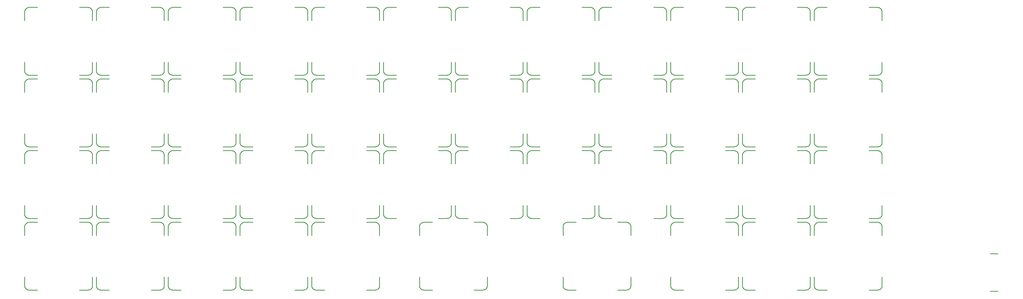
<source format=gto>
G75*
%MOIN*%
%OFA0B0*%
%FSLAX25Y25*%
%IPPOS*%
%LPD*%
%AMOC8*
5,1,8,0,0,1.08239X$1,22.5*
%
%ADD10C,0.00591*%
%ADD11C,0.00800*%
D10*
X0009728Y0005791D02*
X0017602Y0005791D01*
X0009728Y0005791D02*
X0009604Y0005793D01*
X0009481Y0005799D01*
X0009357Y0005808D01*
X0009235Y0005822D01*
X0009112Y0005839D01*
X0008990Y0005861D01*
X0008869Y0005886D01*
X0008749Y0005915D01*
X0008630Y0005947D01*
X0008511Y0005984D01*
X0008394Y0006024D01*
X0008279Y0006067D01*
X0008164Y0006115D01*
X0008052Y0006166D01*
X0007941Y0006220D01*
X0007831Y0006278D01*
X0007724Y0006339D01*
X0007618Y0006404D01*
X0007515Y0006472D01*
X0007414Y0006543D01*
X0007315Y0006617D01*
X0007218Y0006694D01*
X0007124Y0006775D01*
X0007033Y0006858D01*
X0006944Y0006944D01*
X0006858Y0007033D01*
X0006775Y0007124D01*
X0006694Y0007218D01*
X0006617Y0007315D01*
X0006543Y0007414D01*
X0006472Y0007515D01*
X0006404Y0007618D01*
X0006339Y0007724D01*
X0006278Y0007831D01*
X0006220Y0007941D01*
X0006166Y0008052D01*
X0006115Y0008164D01*
X0006067Y0008279D01*
X0006024Y0008394D01*
X0005984Y0008511D01*
X0005947Y0008630D01*
X0005915Y0008749D01*
X0005886Y0008869D01*
X0005861Y0008990D01*
X0005839Y0009112D01*
X0005822Y0009235D01*
X0005808Y0009357D01*
X0005799Y0009481D01*
X0005793Y0009604D01*
X0005791Y0009728D01*
X0005791Y0017602D01*
X0055398Y0005791D02*
X0063272Y0005791D01*
X0063396Y0005793D01*
X0063519Y0005799D01*
X0063643Y0005808D01*
X0063765Y0005822D01*
X0063888Y0005839D01*
X0064010Y0005861D01*
X0064131Y0005886D01*
X0064251Y0005915D01*
X0064370Y0005947D01*
X0064489Y0005984D01*
X0064606Y0006024D01*
X0064721Y0006067D01*
X0064836Y0006115D01*
X0064948Y0006166D01*
X0065059Y0006220D01*
X0065169Y0006278D01*
X0065276Y0006339D01*
X0065382Y0006404D01*
X0065485Y0006472D01*
X0065586Y0006543D01*
X0065685Y0006617D01*
X0065782Y0006694D01*
X0065876Y0006775D01*
X0065967Y0006858D01*
X0066056Y0006944D01*
X0066142Y0007033D01*
X0066225Y0007124D01*
X0066306Y0007218D01*
X0066383Y0007315D01*
X0066457Y0007414D01*
X0066528Y0007515D01*
X0066596Y0007618D01*
X0066661Y0007724D01*
X0066722Y0007831D01*
X0066780Y0007941D01*
X0066834Y0008052D01*
X0066885Y0008164D01*
X0066933Y0008279D01*
X0066976Y0008394D01*
X0067016Y0008511D01*
X0067053Y0008630D01*
X0067085Y0008749D01*
X0067114Y0008869D01*
X0067139Y0008990D01*
X0067161Y0009112D01*
X0067178Y0009235D01*
X0067192Y0009357D01*
X0067201Y0009481D01*
X0067207Y0009604D01*
X0067209Y0009728D01*
X0067209Y0017602D01*
X0070791Y0017602D02*
X0070791Y0009728D01*
X0070793Y0009604D01*
X0070799Y0009481D01*
X0070808Y0009357D01*
X0070822Y0009235D01*
X0070839Y0009112D01*
X0070861Y0008990D01*
X0070886Y0008869D01*
X0070915Y0008749D01*
X0070947Y0008630D01*
X0070984Y0008511D01*
X0071024Y0008394D01*
X0071067Y0008279D01*
X0071115Y0008164D01*
X0071166Y0008052D01*
X0071220Y0007941D01*
X0071278Y0007831D01*
X0071339Y0007724D01*
X0071404Y0007618D01*
X0071472Y0007515D01*
X0071543Y0007414D01*
X0071617Y0007315D01*
X0071694Y0007218D01*
X0071775Y0007124D01*
X0071858Y0007033D01*
X0071944Y0006944D01*
X0072033Y0006858D01*
X0072124Y0006775D01*
X0072218Y0006694D01*
X0072315Y0006617D01*
X0072414Y0006543D01*
X0072515Y0006472D01*
X0072618Y0006404D01*
X0072724Y0006339D01*
X0072831Y0006278D01*
X0072941Y0006220D01*
X0073052Y0006166D01*
X0073164Y0006115D01*
X0073279Y0006067D01*
X0073394Y0006024D01*
X0073511Y0005984D01*
X0073630Y0005947D01*
X0073749Y0005915D01*
X0073869Y0005886D01*
X0073990Y0005861D01*
X0074112Y0005839D01*
X0074235Y0005822D01*
X0074357Y0005808D01*
X0074481Y0005799D01*
X0074604Y0005793D01*
X0074728Y0005791D01*
X0082602Y0005791D01*
X0120398Y0005791D02*
X0128272Y0005791D01*
X0128396Y0005793D01*
X0128519Y0005799D01*
X0128643Y0005808D01*
X0128765Y0005822D01*
X0128888Y0005839D01*
X0129010Y0005861D01*
X0129131Y0005886D01*
X0129251Y0005915D01*
X0129370Y0005947D01*
X0129489Y0005984D01*
X0129606Y0006024D01*
X0129721Y0006067D01*
X0129836Y0006115D01*
X0129948Y0006166D01*
X0130059Y0006220D01*
X0130169Y0006278D01*
X0130276Y0006339D01*
X0130382Y0006404D01*
X0130485Y0006472D01*
X0130586Y0006543D01*
X0130685Y0006617D01*
X0130782Y0006694D01*
X0130876Y0006775D01*
X0130967Y0006858D01*
X0131056Y0006944D01*
X0131142Y0007033D01*
X0131225Y0007124D01*
X0131306Y0007218D01*
X0131383Y0007315D01*
X0131457Y0007414D01*
X0131528Y0007515D01*
X0131596Y0007618D01*
X0131661Y0007724D01*
X0131722Y0007831D01*
X0131780Y0007941D01*
X0131834Y0008052D01*
X0131885Y0008164D01*
X0131933Y0008279D01*
X0131976Y0008394D01*
X0132016Y0008511D01*
X0132053Y0008630D01*
X0132085Y0008749D01*
X0132114Y0008869D01*
X0132139Y0008990D01*
X0132161Y0009112D01*
X0132178Y0009235D01*
X0132192Y0009357D01*
X0132201Y0009481D01*
X0132207Y0009604D01*
X0132209Y0009728D01*
X0132209Y0017602D01*
X0135791Y0017602D02*
X0135791Y0009728D01*
X0135793Y0009604D01*
X0135799Y0009481D01*
X0135808Y0009357D01*
X0135822Y0009235D01*
X0135839Y0009112D01*
X0135861Y0008990D01*
X0135886Y0008869D01*
X0135915Y0008749D01*
X0135947Y0008630D01*
X0135984Y0008511D01*
X0136024Y0008394D01*
X0136067Y0008279D01*
X0136115Y0008164D01*
X0136166Y0008052D01*
X0136220Y0007941D01*
X0136278Y0007831D01*
X0136339Y0007724D01*
X0136404Y0007618D01*
X0136472Y0007515D01*
X0136543Y0007414D01*
X0136617Y0007315D01*
X0136694Y0007218D01*
X0136775Y0007124D01*
X0136858Y0007033D01*
X0136944Y0006944D01*
X0137033Y0006858D01*
X0137124Y0006775D01*
X0137218Y0006694D01*
X0137315Y0006617D01*
X0137414Y0006543D01*
X0137515Y0006472D01*
X0137618Y0006404D01*
X0137724Y0006339D01*
X0137831Y0006278D01*
X0137941Y0006220D01*
X0138052Y0006166D01*
X0138164Y0006115D01*
X0138279Y0006067D01*
X0138394Y0006024D01*
X0138511Y0005984D01*
X0138630Y0005947D01*
X0138749Y0005915D01*
X0138869Y0005886D01*
X0138990Y0005861D01*
X0139112Y0005839D01*
X0139235Y0005822D01*
X0139357Y0005808D01*
X0139481Y0005799D01*
X0139604Y0005793D01*
X0139728Y0005791D01*
X0147602Y0005791D01*
X0185398Y0005791D02*
X0193272Y0005791D01*
X0193396Y0005793D01*
X0193519Y0005799D01*
X0193643Y0005808D01*
X0193765Y0005822D01*
X0193888Y0005839D01*
X0194010Y0005861D01*
X0194131Y0005886D01*
X0194251Y0005915D01*
X0194370Y0005947D01*
X0194489Y0005984D01*
X0194606Y0006024D01*
X0194721Y0006067D01*
X0194836Y0006115D01*
X0194948Y0006166D01*
X0195059Y0006220D01*
X0195169Y0006278D01*
X0195276Y0006339D01*
X0195382Y0006404D01*
X0195485Y0006472D01*
X0195586Y0006543D01*
X0195685Y0006617D01*
X0195782Y0006694D01*
X0195876Y0006775D01*
X0195967Y0006858D01*
X0196056Y0006944D01*
X0196142Y0007033D01*
X0196225Y0007124D01*
X0196306Y0007218D01*
X0196383Y0007315D01*
X0196457Y0007414D01*
X0196528Y0007515D01*
X0196596Y0007618D01*
X0196661Y0007724D01*
X0196722Y0007831D01*
X0196780Y0007941D01*
X0196834Y0008052D01*
X0196885Y0008164D01*
X0196933Y0008279D01*
X0196976Y0008394D01*
X0197016Y0008511D01*
X0197053Y0008630D01*
X0197085Y0008749D01*
X0197114Y0008869D01*
X0197139Y0008990D01*
X0197161Y0009112D01*
X0197178Y0009235D01*
X0197192Y0009357D01*
X0197201Y0009481D01*
X0197207Y0009604D01*
X0197209Y0009728D01*
X0197209Y0017602D01*
X0200791Y0017602D02*
X0200791Y0009728D01*
X0200793Y0009604D01*
X0200799Y0009481D01*
X0200808Y0009357D01*
X0200822Y0009235D01*
X0200839Y0009112D01*
X0200861Y0008990D01*
X0200886Y0008869D01*
X0200915Y0008749D01*
X0200947Y0008630D01*
X0200984Y0008511D01*
X0201024Y0008394D01*
X0201067Y0008279D01*
X0201115Y0008164D01*
X0201166Y0008052D01*
X0201220Y0007941D01*
X0201278Y0007831D01*
X0201339Y0007724D01*
X0201404Y0007618D01*
X0201472Y0007515D01*
X0201543Y0007414D01*
X0201617Y0007315D01*
X0201694Y0007218D01*
X0201775Y0007124D01*
X0201858Y0007033D01*
X0201944Y0006944D01*
X0202033Y0006858D01*
X0202124Y0006775D01*
X0202218Y0006694D01*
X0202315Y0006617D01*
X0202414Y0006543D01*
X0202515Y0006472D01*
X0202618Y0006404D01*
X0202724Y0006339D01*
X0202831Y0006278D01*
X0202941Y0006220D01*
X0203052Y0006166D01*
X0203164Y0006115D01*
X0203279Y0006067D01*
X0203394Y0006024D01*
X0203511Y0005984D01*
X0203630Y0005947D01*
X0203749Y0005915D01*
X0203869Y0005886D01*
X0203990Y0005861D01*
X0204112Y0005839D01*
X0204235Y0005822D01*
X0204357Y0005808D01*
X0204481Y0005799D01*
X0204604Y0005793D01*
X0204728Y0005791D01*
X0212602Y0005791D01*
X0250398Y0005791D02*
X0258272Y0005791D01*
X0258396Y0005793D01*
X0258519Y0005799D01*
X0258643Y0005808D01*
X0258765Y0005822D01*
X0258888Y0005839D01*
X0259010Y0005861D01*
X0259131Y0005886D01*
X0259251Y0005915D01*
X0259370Y0005947D01*
X0259489Y0005984D01*
X0259606Y0006024D01*
X0259721Y0006067D01*
X0259836Y0006115D01*
X0259948Y0006166D01*
X0260059Y0006220D01*
X0260169Y0006278D01*
X0260276Y0006339D01*
X0260382Y0006404D01*
X0260485Y0006472D01*
X0260586Y0006543D01*
X0260685Y0006617D01*
X0260782Y0006694D01*
X0260876Y0006775D01*
X0260967Y0006858D01*
X0261056Y0006944D01*
X0261142Y0007033D01*
X0261225Y0007124D01*
X0261306Y0007218D01*
X0261383Y0007315D01*
X0261457Y0007414D01*
X0261528Y0007515D01*
X0261596Y0007618D01*
X0261661Y0007724D01*
X0261722Y0007831D01*
X0261780Y0007941D01*
X0261834Y0008052D01*
X0261885Y0008164D01*
X0261933Y0008279D01*
X0261976Y0008394D01*
X0262016Y0008511D01*
X0262053Y0008630D01*
X0262085Y0008749D01*
X0262114Y0008869D01*
X0262139Y0008990D01*
X0262161Y0009112D01*
X0262178Y0009235D01*
X0262192Y0009357D01*
X0262201Y0009481D01*
X0262207Y0009604D01*
X0262209Y0009728D01*
X0262209Y0017602D01*
X0265791Y0017602D02*
X0265791Y0009728D01*
X0265793Y0009604D01*
X0265799Y0009481D01*
X0265808Y0009357D01*
X0265822Y0009235D01*
X0265839Y0009112D01*
X0265861Y0008990D01*
X0265886Y0008869D01*
X0265915Y0008749D01*
X0265947Y0008630D01*
X0265984Y0008511D01*
X0266024Y0008394D01*
X0266067Y0008279D01*
X0266115Y0008164D01*
X0266166Y0008052D01*
X0266220Y0007941D01*
X0266278Y0007831D01*
X0266339Y0007724D01*
X0266404Y0007618D01*
X0266472Y0007515D01*
X0266543Y0007414D01*
X0266617Y0007315D01*
X0266694Y0007218D01*
X0266775Y0007124D01*
X0266858Y0007033D01*
X0266944Y0006944D01*
X0267033Y0006858D01*
X0267124Y0006775D01*
X0267218Y0006694D01*
X0267315Y0006617D01*
X0267414Y0006543D01*
X0267515Y0006472D01*
X0267618Y0006404D01*
X0267724Y0006339D01*
X0267831Y0006278D01*
X0267941Y0006220D01*
X0268052Y0006166D01*
X0268164Y0006115D01*
X0268279Y0006067D01*
X0268394Y0006024D01*
X0268511Y0005984D01*
X0268630Y0005947D01*
X0268749Y0005915D01*
X0268869Y0005886D01*
X0268990Y0005861D01*
X0269112Y0005839D01*
X0269235Y0005822D01*
X0269357Y0005808D01*
X0269481Y0005799D01*
X0269604Y0005793D01*
X0269728Y0005791D01*
X0277602Y0005791D01*
X0315398Y0005791D02*
X0323272Y0005791D01*
X0323396Y0005793D01*
X0323519Y0005799D01*
X0323643Y0005808D01*
X0323765Y0005822D01*
X0323888Y0005839D01*
X0324010Y0005861D01*
X0324131Y0005886D01*
X0324251Y0005915D01*
X0324370Y0005947D01*
X0324489Y0005984D01*
X0324606Y0006024D01*
X0324721Y0006067D01*
X0324836Y0006115D01*
X0324948Y0006166D01*
X0325059Y0006220D01*
X0325169Y0006278D01*
X0325276Y0006339D01*
X0325382Y0006404D01*
X0325485Y0006472D01*
X0325586Y0006543D01*
X0325685Y0006617D01*
X0325782Y0006694D01*
X0325876Y0006775D01*
X0325967Y0006858D01*
X0326056Y0006944D01*
X0326142Y0007033D01*
X0326225Y0007124D01*
X0326306Y0007218D01*
X0326383Y0007315D01*
X0326457Y0007414D01*
X0326528Y0007515D01*
X0326596Y0007618D01*
X0326661Y0007724D01*
X0326722Y0007831D01*
X0326780Y0007941D01*
X0326834Y0008052D01*
X0326885Y0008164D01*
X0326933Y0008279D01*
X0326976Y0008394D01*
X0327016Y0008511D01*
X0327053Y0008630D01*
X0327085Y0008749D01*
X0327114Y0008869D01*
X0327139Y0008990D01*
X0327161Y0009112D01*
X0327178Y0009235D01*
X0327192Y0009357D01*
X0327201Y0009481D01*
X0327207Y0009604D01*
X0327209Y0009728D01*
X0327209Y0017602D01*
X0363291Y0017602D02*
X0363291Y0009728D01*
X0363293Y0009604D01*
X0363299Y0009481D01*
X0363308Y0009357D01*
X0363322Y0009235D01*
X0363339Y0009112D01*
X0363361Y0008990D01*
X0363386Y0008869D01*
X0363415Y0008749D01*
X0363447Y0008630D01*
X0363484Y0008511D01*
X0363524Y0008394D01*
X0363567Y0008279D01*
X0363615Y0008164D01*
X0363666Y0008052D01*
X0363720Y0007941D01*
X0363778Y0007831D01*
X0363839Y0007724D01*
X0363904Y0007618D01*
X0363972Y0007515D01*
X0364043Y0007414D01*
X0364117Y0007315D01*
X0364194Y0007218D01*
X0364275Y0007124D01*
X0364358Y0007033D01*
X0364444Y0006944D01*
X0364533Y0006858D01*
X0364624Y0006775D01*
X0364718Y0006694D01*
X0364815Y0006617D01*
X0364914Y0006543D01*
X0365015Y0006472D01*
X0365118Y0006404D01*
X0365224Y0006339D01*
X0365331Y0006278D01*
X0365441Y0006220D01*
X0365552Y0006166D01*
X0365664Y0006115D01*
X0365779Y0006067D01*
X0365894Y0006024D01*
X0366011Y0005984D01*
X0366130Y0005947D01*
X0366249Y0005915D01*
X0366369Y0005886D01*
X0366490Y0005861D01*
X0366612Y0005839D01*
X0366735Y0005822D01*
X0366857Y0005808D01*
X0366981Y0005799D01*
X0367104Y0005793D01*
X0367228Y0005791D01*
X0375102Y0005791D01*
X0412898Y0005791D02*
X0420772Y0005791D01*
X0420896Y0005793D01*
X0421019Y0005799D01*
X0421143Y0005808D01*
X0421265Y0005822D01*
X0421388Y0005839D01*
X0421510Y0005861D01*
X0421631Y0005886D01*
X0421751Y0005915D01*
X0421870Y0005947D01*
X0421989Y0005984D01*
X0422106Y0006024D01*
X0422221Y0006067D01*
X0422336Y0006115D01*
X0422448Y0006166D01*
X0422559Y0006220D01*
X0422669Y0006278D01*
X0422776Y0006339D01*
X0422882Y0006404D01*
X0422985Y0006472D01*
X0423086Y0006543D01*
X0423185Y0006617D01*
X0423282Y0006694D01*
X0423376Y0006775D01*
X0423467Y0006858D01*
X0423556Y0006944D01*
X0423642Y0007033D01*
X0423725Y0007124D01*
X0423806Y0007218D01*
X0423883Y0007315D01*
X0423957Y0007414D01*
X0424028Y0007515D01*
X0424096Y0007618D01*
X0424161Y0007724D01*
X0424222Y0007831D01*
X0424280Y0007941D01*
X0424334Y0008052D01*
X0424385Y0008164D01*
X0424433Y0008279D01*
X0424476Y0008394D01*
X0424516Y0008511D01*
X0424553Y0008630D01*
X0424585Y0008749D01*
X0424614Y0008869D01*
X0424639Y0008990D01*
X0424661Y0009112D01*
X0424678Y0009235D01*
X0424692Y0009357D01*
X0424701Y0009481D01*
X0424707Y0009604D01*
X0424709Y0009728D01*
X0424709Y0017602D01*
X0493291Y0017602D02*
X0493291Y0009728D01*
X0493293Y0009604D01*
X0493299Y0009481D01*
X0493308Y0009357D01*
X0493322Y0009235D01*
X0493339Y0009112D01*
X0493361Y0008990D01*
X0493386Y0008869D01*
X0493415Y0008749D01*
X0493447Y0008630D01*
X0493484Y0008511D01*
X0493524Y0008394D01*
X0493567Y0008279D01*
X0493615Y0008164D01*
X0493666Y0008052D01*
X0493720Y0007941D01*
X0493778Y0007831D01*
X0493839Y0007724D01*
X0493904Y0007618D01*
X0493972Y0007515D01*
X0494043Y0007414D01*
X0494117Y0007315D01*
X0494194Y0007218D01*
X0494275Y0007124D01*
X0494358Y0007033D01*
X0494444Y0006944D01*
X0494533Y0006858D01*
X0494624Y0006775D01*
X0494718Y0006694D01*
X0494815Y0006617D01*
X0494914Y0006543D01*
X0495015Y0006472D01*
X0495118Y0006404D01*
X0495224Y0006339D01*
X0495331Y0006278D01*
X0495441Y0006220D01*
X0495552Y0006166D01*
X0495664Y0006115D01*
X0495779Y0006067D01*
X0495894Y0006024D01*
X0496011Y0005984D01*
X0496130Y0005947D01*
X0496249Y0005915D01*
X0496369Y0005886D01*
X0496490Y0005861D01*
X0496612Y0005839D01*
X0496735Y0005822D01*
X0496857Y0005808D01*
X0496981Y0005799D01*
X0497104Y0005793D01*
X0497228Y0005791D01*
X0505102Y0005791D01*
X0542898Y0005791D02*
X0550772Y0005791D01*
X0550896Y0005793D01*
X0551019Y0005799D01*
X0551143Y0005808D01*
X0551265Y0005822D01*
X0551388Y0005839D01*
X0551510Y0005861D01*
X0551631Y0005886D01*
X0551751Y0005915D01*
X0551870Y0005947D01*
X0551989Y0005984D01*
X0552106Y0006024D01*
X0552221Y0006067D01*
X0552336Y0006115D01*
X0552448Y0006166D01*
X0552559Y0006220D01*
X0552669Y0006278D01*
X0552776Y0006339D01*
X0552882Y0006404D01*
X0552985Y0006472D01*
X0553086Y0006543D01*
X0553185Y0006617D01*
X0553282Y0006694D01*
X0553376Y0006775D01*
X0553467Y0006858D01*
X0553556Y0006944D01*
X0553642Y0007033D01*
X0553725Y0007124D01*
X0553806Y0007218D01*
X0553883Y0007315D01*
X0553957Y0007414D01*
X0554028Y0007515D01*
X0554096Y0007618D01*
X0554161Y0007724D01*
X0554222Y0007831D01*
X0554280Y0007941D01*
X0554334Y0008052D01*
X0554385Y0008164D01*
X0554433Y0008279D01*
X0554476Y0008394D01*
X0554516Y0008511D01*
X0554553Y0008630D01*
X0554585Y0008749D01*
X0554614Y0008869D01*
X0554639Y0008990D01*
X0554661Y0009112D01*
X0554678Y0009235D01*
X0554692Y0009357D01*
X0554701Y0009481D01*
X0554707Y0009604D01*
X0554709Y0009728D01*
X0554709Y0017602D01*
X0590791Y0017602D02*
X0590791Y0009728D01*
X0590793Y0009604D01*
X0590799Y0009481D01*
X0590808Y0009357D01*
X0590822Y0009235D01*
X0590839Y0009112D01*
X0590861Y0008990D01*
X0590886Y0008869D01*
X0590915Y0008749D01*
X0590947Y0008630D01*
X0590984Y0008511D01*
X0591024Y0008394D01*
X0591067Y0008279D01*
X0591115Y0008164D01*
X0591166Y0008052D01*
X0591220Y0007941D01*
X0591278Y0007831D01*
X0591339Y0007724D01*
X0591404Y0007618D01*
X0591472Y0007515D01*
X0591543Y0007414D01*
X0591617Y0007315D01*
X0591694Y0007218D01*
X0591775Y0007124D01*
X0591858Y0007033D01*
X0591944Y0006944D01*
X0592033Y0006858D01*
X0592124Y0006775D01*
X0592218Y0006694D01*
X0592315Y0006617D01*
X0592414Y0006543D01*
X0592515Y0006472D01*
X0592618Y0006404D01*
X0592724Y0006339D01*
X0592831Y0006278D01*
X0592941Y0006220D01*
X0593052Y0006166D01*
X0593164Y0006115D01*
X0593279Y0006067D01*
X0593394Y0006024D01*
X0593511Y0005984D01*
X0593630Y0005947D01*
X0593749Y0005915D01*
X0593869Y0005886D01*
X0593990Y0005861D01*
X0594112Y0005839D01*
X0594235Y0005822D01*
X0594357Y0005808D01*
X0594481Y0005799D01*
X0594604Y0005793D01*
X0594728Y0005791D01*
X0602602Y0005791D01*
X0640398Y0005791D02*
X0648272Y0005791D01*
X0648396Y0005793D01*
X0648519Y0005799D01*
X0648643Y0005808D01*
X0648765Y0005822D01*
X0648888Y0005839D01*
X0649010Y0005861D01*
X0649131Y0005886D01*
X0649251Y0005915D01*
X0649370Y0005947D01*
X0649489Y0005984D01*
X0649606Y0006024D01*
X0649721Y0006067D01*
X0649836Y0006115D01*
X0649948Y0006166D01*
X0650059Y0006220D01*
X0650169Y0006278D01*
X0650276Y0006339D01*
X0650382Y0006404D01*
X0650485Y0006472D01*
X0650586Y0006543D01*
X0650685Y0006617D01*
X0650782Y0006694D01*
X0650876Y0006775D01*
X0650967Y0006858D01*
X0651056Y0006944D01*
X0651142Y0007033D01*
X0651225Y0007124D01*
X0651306Y0007218D01*
X0651383Y0007315D01*
X0651457Y0007414D01*
X0651528Y0007515D01*
X0651596Y0007618D01*
X0651661Y0007724D01*
X0651722Y0007831D01*
X0651780Y0007941D01*
X0651834Y0008052D01*
X0651885Y0008164D01*
X0651933Y0008279D01*
X0651976Y0008394D01*
X0652016Y0008511D01*
X0652053Y0008630D01*
X0652085Y0008749D01*
X0652114Y0008869D01*
X0652139Y0008990D01*
X0652161Y0009112D01*
X0652178Y0009235D01*
X0652192Y0009357D01*
X0652201Y0009481D01*
X0652207Y0009604D01*
X0652209Y0009728D01*
X0652209Y0017602D01*
X0655791Y0017602D02*
X0655791Y0009728D01*
X0655793Y0009604D01*
X0655799Y0009481D01*
X0655808Y0009357D01*
X0655822Y0009235D01*
X0655839Y0009112D01*
X0655861Y0008990D01*
X0655886Y0008869D01*
X0655915Y0008749D01*
X0655947Y0008630D01*
X0655984Y0008511D01*
X0656024Y0008394D01*
X0656067Y0008279D01*
X0656115Y0008164D01*
X0656166Y0008052D01*
X0656220Y0007941D01*
X0656278Y0007831D01*
X0656339Y0007724D01*
X0656404Y0007618D01*
X0656472Y0007515D01*
X0656543Y0007414D01*
X0656617Y0007315D01*
X0656694Y0007218D01*
X0656775Y0007124D01*
X0656858Y0007033D01*
X0656944Y0006944D01*
X0657033Y0006858D01*
X0657124Y0006775D01*
X0657218Y0006694D01*
X0657315Y0006617D01*
X0657414Y0006543D01*
X0657515Y0006472D01*
X0657618Y0006404D01*
X0657724Y0006339D01*
X0657831Y0006278D01*
X0657941Y0006220D01*
X0658052Y0006166D01*
X0658164Y0006115D01*
X0658279Y0006067D01*
X0658394Y0006024D01*
X0658511Y0005984D01*
X0658630Y0005947D01*
X0658749Y0005915D01*
X0658869Y0005886D01*
X0658990Y0005861D01*
X0659112Y0005839D01*
X0659235Y0005822D01*
X0659357Y0005808D01*
X0659481Y0005799D01*
X0659604Y0005793D01*
X0659728Y0005791D01*
X0667602Y0005791D01*
X0705398Y0005791D02*
X0713272Y0005791D01*
X0713396Y0005793D01*
X0713519Y0005799D01*
X0713643Y0005808D01*
X0713765Y0005822D01*
X0713888Y0005839D01*
X0714010Y0005861D01*
X0714131Y0005886D01*
X0714251Y0005915D01*
X0714370Y0005947D01*
X0714489Y0005984D01*
X0714606Y0006024D01*
X0714721Y0006067D01*
X0714836Y0006115D01*
X0714948Y0006166D01*
X0715059Y0006220D01*
X0715169Y0006278D01*
X0715276Y0006339D01*
X0715382Y0006404D01*
X0715485Y0006472D01*
X0715586Y0006543D01*
X0715685Y0006617D01*
X0715782Y0006694D01*
X0715876Y0006775D01*
X0715967Y0006858D01*
X0716056Y0006944D01*
X0716142Y0007033D01*
X0716225Y0007124D01*
X0716306Y0007218D01*
X0716383Y0007315D01*
X0716457Y0007414D01*
X0716528Y0007515D01*
X0716596Y0007618D01*
X0716661Y0007724D01*
X0716722Y0007831D01*
X0716780Y0007941D01*
X0716834Y0008052D01*
X0716885Y0008164D01*
X0716933Y0008279D01*
X0716976Y0008394D01*
X0717016Y0008511D01*
X0717053Y0008630D01*
X0717085Y0008749D01*
X0717114Y0008869D01*
X0717139Y0008990D01*
X0717161Y0009112D01*
X0717178Y0009235D01*
X0717192Y0009357D01*
X0717201Y0009481D01*
X0717207Y0009604D01*
X0717209Y0009728D01*
X0717209Y0017602D01*
X0720791Y0017602D02*
X0720791Y0009728D01*
X0720793Y0009604D01*
X0720799Y0009481D01*
X0720808Y0009357D01*
X0720822Y0009235D01*
X0720839Y0009112D01*
X0720861Y0008990D01*
X0720886Y0008869D01*
X0720915Y0008749D01*
X0720947Y0008630D01*
X0720984Y0008511D01*
X0721024Y0008394D01*
X0721067Y0008279D01*
X0721115Y0008164D01*
X0721166Y0008052D01*
X0721220Y0007941D01*
X0721278Y0007831D01*
X0721339Y0007724D01*
X0721404Y0007618D01*
X0721472Y0007515D01*
X0721543Y0007414D01*
X0721617Y0007315D01*
X0721694Y0007218D01*
X0721775Y0007124D01*
X0721858Y0007033D01*
X0721944Y0006944D01*
X0722033Y0006858D01*
X0722124Y0006775D01*
X0722218Y0006694D01*
X0722315Y0006617D01*
X0722414Y0006543D01*
X0722515Y0006472D01*
X0722618Y0006404D01*
X0722724Y0006339D01*
X0722831Y0006278D01*
X0722941Y0006220D01*
X0723052Y0006166D01*
X0723164Y0006115D01*
X0723279Y0006067D01*
X0723394Y0006024D01*
X0723511Y0005984D01*
X0723630Y0005947D01*
X0723749Y0005915D01*
X0723869Y0005886D01*
X0723990Y0005861D01*
X0724112Y0005839D01*
X0724235Y0005822D01*
X0724357Y0005808D01*
X0724481Y0005799D01*
X0724604Y0005793D01*
X0724728Y0005791D01*
X0732602Y0005791D01*
X0770398Y0005791D02*
X0778272Y0005791D01*
X0778396Y0005793D01*
X0778519Y0005799D01*
X0778643Y0005808D01*
X0778765Y0005822D01*
X0778888Y0005839D01*
X0779010Y0005861D01*
X0779131Y0005886D01*
X0779251Y0005915D01*
X0779370Y0005947D01*
X0779489Y0005984D01*
X0779606Y0006024D01*
X0779721Y0006067D01*
X0779836Y0006115D01*
X0779948Y0006166D01*
X0780059Y0006220D01*
X0780169Y0006278D01*
X0780276Y0006339D01*
X0780382Y0006404D01*
X0780485Y0006472D01*
X0780586Y0006543D01*
X0780685Y0006617D01*
X0780782Y0006694D01*
X0780876Y0006775D01*
X0780967Y0006858D01*
X0781056Y0006944D01*
X0781142Y0007033D01*
X0781225Y0007124D01*
X0781306Y0007218D01*
X0781383Y0007315D01*
X0781457Y0007414D01*
X0781528Y0007515D01*
X0781596Y0007618D01*
X0781661Y0007724D01*
X0781722Y0007831D01*
X0781780Y0007941D01*
X0781834Y0008052D01*
X0781885Y0008164D01*
X0781933Y0008279D01*
X0781976Y0008394D01*
X0782016Y0008511D01*
X0782053Y0008630D01*
X0782085Y0008749D01*
X0782114Y0008869D01*
X0782139Y0008990D01*
X0782161Y0009112D01*
X0782178Y0009235D01*
X0782192Y0009357D01*
X0782201Y0009481D01*
X0782207Y0009604D01*
X0782209Y0009728D01*
X0782209Y0017602D01*
X0782209Y0055398D02*
X0782209Y0063272D01*
X0782207Y0063396D01*
X0782201Y0063519D01*
X0782192Y0063643D01*
X0782178Y0063765D01*
X0782161Y0063888D01*
X0782139Y0064010D01*
X0782114Y0064131D01*
X0782085Y0064251D01*
X0782053Y0064370D01*
X0782016Y0064489D01*
X0781976Y0064606D01*
X0781933Y0064721D01*
X0781885Y0064836D01*
X0781834Y0064948D01*
X0781780Y0065059D01*
X0781722Y0065169D01*
X0781661Y0065276D01*
X0781596Y0065382D01*
X0781528Y0065485D01*
X0781457Y0065586D01*
X0781383Y0065685D01*
X0781306Y0065782D01*
X0781225Y0065876D01*
X0781142Y0065967D01*
X0781056Y0066056D01*
X0780967Y0066142D01*
X0780876Y0066225D01*
X0780782Y0066306D01*
X0780685Y0066383D01*
X0780586Y0066457D01*
X0780485Y0066528D01*
X0780382Y0066596D01*
X0780276Y0066661D01*
X0780169Y0066722D01*
X0780059Y0066780D01*
X0779948Y0066834D01*
X0779836Y0066885D01*
X0779721Y0066933D01*
X0779606Y0066976D01*
X0779489Y0067016D01*
X0779370Y0067053D01*
X0779251Y0067085D01*
X0779131Y0067114D01*
X0779010Y0067139D01*
X0778888Y0067161D01*
X0778765Y0067178D01*
X0778643Y0067192D01*
X0778519Y0067201D01*
X0778396Y0067207D01*
X0778272Y0067209D01*
X0770398Y0067209D01*
X0770398Y0070791D02*
X0778272Y0070791D01*
X0778396Y0070793D01*
X0778519Y0070799D01*
X0778643Y0070808D01*
X0778765Y0070822D01*
X0778888Y0070839D01*
X0779010Y0070861D01*
X0779131Y0070886D01*
X0779251Y0070915D01*
X0779370Y0070947D01*
X0779489Y0070984D01*
X0779606Y0071024D01*
X0779721Y0071067D01*
X0779836Y0071115D01*
X0779948Y0071166D01*
X0780059Y0071220D01*
X0780169Y0071278D01*
X0780276Y0071339D01*
X0780382Y0071404D01*
X0780485Y0071472D01*
X0780586Y0071543D01*
X0780685Y0071617D01*
X0780782Y0071694D01*
X0780876Y0071775D01*
X0780967Y0071858D01*
X0781056Y0071944D01*
X0781142Y0072033D01*
X0781225Y0072124D01*
X0781306Y0072218D01*
X0781383Y0072315D01*
X0781457Y0072414D01*
X0781528Y0072515D01*
X0781596Y0072618D01*
X0781661Y0072724D01*
X0781722Y0072831D01*
X0781780Y0072941D01*
X0781834Y0073052D01*
X0781885Y0073164D01*
X0781933Y0073279D01*
X0781976Y0073394D01*
X0782016Y0073511D01*
X0782053Y0073630D01*
X0782085Y0073749D01*
X0782114Y0073869D01*
X0782139Y0073990D01*
X0782161Y0074112D01*
X0782178Y0074235D01*
X0782192Y0074357D01*
X0782201Y0074481D01*
X0782207Y0074604D01*
X0782209Y0074728D01*
X0782209Y0082602D01*
X0732602Y0070791D02*
X0724728Y0070791D01*
X0724728Y0067209D02*
X0732602Y0067209D01*
X0724728Y0067209D02*
X0724604Y0067207D01*
X0724481Y0067201D01*
X0724357Y0067192D01*
X0724235Y0067178D01*
X0724112Y0067161D01*
X0723990Y0067139D01*
X0723869Y0067114D01*
X0723749Y0067085D01*
X0723630Y0067053D01*
X0723511Y0067016D01*
X0723394Y0066976D01*
X0723279Y0066933D01*
X0723164Y0066885D01*
X0723052Y0066834D01*
X0722941Y0066780D01*
X0722831Y0066722D01*
X0722724Y0066661D01*
X0722618Y0066596D01*
X0722515Y0066528D01*
X0722414Y0066457D01*
X0722315Y0066383D01*
X0722218Y0066306D01*
X0722124Y0066225D01*
X0722033Y0066142D01*
X0721944Y0066056D01*
X0721858Y0065967D01*
X0721775Y0065876D01*
X0721694Y0065782D01*
X0721617Y0065685D01*
X0721543Y0065586D01*
X0721472Y0065485D01*
X0721404Y0065382D01*
X0721339Y0065276D01*
X0721278Y0065169D01*
X0721220Y0065059D01*
X0721166Y0064948D01*
X0721115Y0064836D01*
X0721067Y0064721D01*
X0721024Y0064606D01*
X0720984Y0064489D01*
X0720947Y0064370D01*
X0720915Y0064251D01*
X0720886Y0064131D01*
X0720861Y0064010D01*
X0720839Y0063888D01*
X0720822Y0063765D01*
X0720808Y0063643D01*
X0720799Y0063519D01*
X0720793Y0063396D01*
X0720791Y0063272D01*
X0720791Y0055398D01*
X0717209Y0055398D02*
X0717209Y0063272D01*
X0717207Y0063396D01*
X0717201Y0063519D01*
X0717192Y0063643D01*
X0717178Y0063765D01*
X0717161Y0063888D01*
X0717139Y0064010D01*
X0717114Y0064131D01*
X0717085Y0064251D01*
X0717053Y0064370D01*
X0717016Y0064489D01*
X0716976Y0064606D01*
X0716933Y0064721D01*
X0716885Y0064836D01*
X0716834Y0064948D01*
X0716780Y0065059D01*
X0716722Y0065169D01*
X0716661Y0065276D01*
X0716596Y0065382D01*
X0716528Y0065485D01*
X0716457Y0065586D01*
X0716383Y0065685D01*
X0716306Y0065782D01*
X0716225Y0065876D01*
X0716142Y0065967D01*
X0716056Y0066056D01*
X0715967Y0066142D01*
X0715876Y0066225D01*
X0715782Y0066306D01*
X0715685Y0066383D01*
X0715586Y0066457D01*
X0715485Y0066528D01*
X0715382Y0066596D01*
X0715276Y0066661D01*
X0715169Y0066722D01*
X0715059Y0066780D01*
X0714948Y0066834D01*
X0714836Y0066885D01*
X0714721Y0066933D01*
X0714606Y0066976D01*
X0714489Y0067016D01*
X0714370Y0067053D01*
X0714251Y0067085D01*
X0714131Y0067114D01*
X0714010Y0067139D01*
X0713888Y0067161D01*
X0713765Y0067178D01*
X0713643Y0067192D01*
X0713519Y0067201D01*
X0713396Y0067207D01*
X0713272Y0067209D01*
X0705398Y0067209D01*
X0705398Y0070791D02*
X0713272Y0070791D01*
X0713396Y0070793D01*
X0713519Y0070799D01*
X0713643Y0070808D01*
X0713765Y0070822D01*
X0713888Y0070839D01*
X0714010Y0070861D01*
X0714131Y0070886D01*
X0714251Y0070915D01*
X0714370Y0070947D01*
X0714489Y0070984D01*
X0714606Y0071024D01*
X0714721Y0071067D01*
X0714836Y0071115D01*
X0714948Y0071166D01*
X0715059Y0071220D01*
X0715169Y0071278D01*
X0715276Y0071339D01*
X0715382Y0071404D01*
X0715485Y0071472D01*
X0715586Y0071543D01*
X0715685Y0071617D01*
X0715782Y0071694D01*
X0715876Y0071775D01*
X0715967Y0071858D01*
X0716056Y0071944D01*
X0716142Y0072033D01*
X0716225Y0072124D01*
X0716306Y0072218D01*
X0716383Y0072315D01*
X0716457Y0072414D01*
X0716528Y0072515D01*
X0716596Y0072618D01*
X0716661Y0072724D01*
X0716722Y0072831D01*
X0716780Y0072941D01*
X0716834Y0073052D01*
X0716885Y0073164D01*
X0716933Y0073279D01*
X0716976Y0073394D01*
X0717016Y0073511D01*
X0717053Y0073630D01*
X0717085Y0073749D01*
X0717114Y0073869D01*
X0717139Y0073990D01*
X0717161Y0074112D01*
X0717178Y0074235D01*
X0717192Y0074357D01*
X0717201Y0074481D01*
X0717207Y0074604D01*
X0717209Y0074728D01*
X0717209Y0082602D01*
X0720791Y0082602D02*
X0720791Y0074728D01*
X0720793Y0074604D01*
X0720799Y0074481D01*
X0720808Y0074357D01*
X0720822Y0074235D01*
X0720839Y0074112D01*
X0720861Y0073990D01*
X0720886Y0073869D01*
X0720915Y0073749D01*
X0720947Y0073630D01*
X0720984Y0073511D01*
X0721024Y0073394D01*
X0721067Y0073279D01*
X0721115Y0073164D01*
X0721166Y0073052D01*
X0721220Y0072941D01*
X0721278Y0072831D01*
X0721339Y0072724D01*
X0721404Y0072618D01*
X0721472Y0072515D01*
X0721543Y0072414D01*
X0721617Y0072315D01*
X0721694Y0072218D01*
X0721775Y0072124D01*
X0721858Y0072033D01*
X0721944Y0071944D01*
X0722033Y0071858D01*
X0722124Y0071775D01*
X0722218Y0071694D01*
X0722315Y0071617D01*
X0722414Y0071543D01*
X0722515Y0071472D01*
X0722618Y0071404D01*
X0722724Y0071339D01*
X0722831Y0071278D01*
X0722941Y0071220D01*
X0723052Y0071166D01*
X0723164Y0071115D01*
X0723279Y0071067D01*
X0723394Y0071024D01*
X0723511Y0070984D01*
X0723630Y0070947D01*
X0723749Y0070915D01*
X0723869Y0070886D01*
X0723990Y0070861D01*
X0724112Y0070839D01*
X0724235Y0070822D01*
X0724357Y0070808D01*
X0724481Y0070799D01*
X0724604Y0070793D01*
X0724728Y0070791D01*
X0667602Y0070791D02*
X0659728Y0070791D01*
X0659728Y0067209D02*
X0667602Y0067209D01*
X0659728Y0067209D02*
X0659604Y0067207D01*
X0659481Y0067201D01*
X0659357Y0067192D01*
X0659235Y0067178D01*
X0659112Y0067161D01*
X0658990Y0067139D01*
X0658869Y0067114D01*
X0658749Y0067085D01*
X0658630Y0067053D01*
X0658511Y0067016D01*
X0658394Y0066976D01*
X0658279Y0066933D01*
X0658164Y0066885D01*
X0658052Y0066834D01*
X0657941Y0066780D01*
X0657831Y0066722D01*
X0657724Y0066661D01*
X0657618Y0066596D01*
X0657515Y0066528D01*
X0657414Y0066457D01*
X0657315Y0066383D01*
X0657218Y0066306D01*
X0657124Y0066225D01*
X0657033Y0066142D01*
X0656944Y0066056D01*
X0656858Y0065967D01*
X0656775Y0065876D01*
X0656694Y0065782D01*
X0656617Y0065685D01*
X0656543Y0065586D01*
X0656472Y0065485D01*
X0656404Y0065382D01*
X0656339Y0065276D01*
X0656278Y0065169D01*
X0656220Y0065059D01*
X0656166Y0064948D01*
X0656115Y0064836D01*
X0656067Y0064721D01*
X0656024Y0064606D01*
X0655984Y0064489D01*
X0655947Y0064370D01*
X0655915Y0064251D01*
X0655886Y0064131D01*
X0655861Y0064010D01*
X0655839Y0063888D01*
X0655822Y0063765D01*
X0655808Y0063643D01*
X0655799Y0063519D01*
X0655793Y0063396D01*
X0655791Y0063272D01*
X0655791Y0055398D01*
X0652209Y0055398D02*
X0652209Y0063272D01*
X0652207Y0063396D01*
X0652201Y0063519D01*
X0652192Y0063643D01*
X0652178Y0063765D01*
X0652161Y0063888D01*
X0652139Y0064010D01*
X0652114Y0064131D01*
X0652085Y0064251D01*
X0652053Y0064370D01*
X0652016Y0064489D01*
X0651976Y0064606D01*
X0651933Y0064721D01*
X0651885Y0064836D01*
X0651834Y0064948D01*
X0651780Y0065059D01*
X0651722Y0065169D01*
X0651661Y0065276D01*
X0651596Y0065382D01*
X0651528Y0065485D01*
X0651457Y0065586D01*
X0651383Y0065685D01*
X0651306Y0065782D01*
X0651225Y0065876D01*
X0651142Y0065967D01*
X0651056Y0066056D01*
X0650967Y0066142D01*
X0650876Y0066225D01*
X0650782Y0066306D01*
X0650685Y0066383D01*
X0650586Y0066457D01*
X0650485Y0066528D01*
X0650382Y0066596D01*
X0650276Y0066661D01*
X0650169Y0066722D01*
X0650059Y0066780D01*
X0649948Y0066834D01*
X0649836Y0066885D01*
X0649721Y0066933D01*
X0649606Y0066976D01*
X0649489Y0067016D01*
X0649370Y0067053D01*
X0649251Y0067085D01*
X0649131Y0067114D01*
X0649010Y0067139D01*
X0648888Y0067161D01*
X0648765Y0067178D01*
X0648643Y0067192D01*
X0648519Y0067201D01*
X0648396Y0067207D01*
X0648272Y0067209D01*
X0640398Y0067209D01*
X0640398Y0070791D02*
X0648272Y0070791D01*
X0648396Y0070793D01*
X0648519Y0070799D01*
X0648643Y0070808D01*
X0648765Y0070822D01*
X0648888Y0070839D01*
X0649010Y0070861D01*
X0649131Y0070886D01*
X0649251Y0070915D01*
X0649370Y0070947D01*
X0649489Y0070984D01*
X0649606Y0071024D01*
X0649721Y0071067D01*
X0649836Y0071115D01*
X0649948Y0071166D01*
X0650059Y0071220D01*
X0650169Y0071278D01*
X0650276Y0071339D01*
X0650382Y0071404D01*
X0650485Y0071472D01*
X0650586Y0071543D01*
X0650685Y0071617D01*
X0650782Y0071694D01*
X0650876Y0071775D01*
X0650967Y0071858D01*
X0651056Y0071944D01*
X0651142Y0072033D01*
X0651225Y0072124D01*
X0651306Y0072218D01*
X0651383Y0072315D01*
X0651457Y0072414D01*
X0651528Y0072515D01*
X0651596Y0072618D01*
X0651661Y0072724D01*
X0651722Y0072831D01*
X0651780Y0072941D01*
X0651834Y0073052D01*
X0651885Y0073164D01*
X0651933Y0073279D01*
X0651976Y0073394D01*
X0652016Y0073511D01*
X0652053Y0073630D01*
X0652085Y0073749D01*
X0652114Y0073869D01*
X0652139Y0073990D01*
X0652161Y0074112D01*
X0652178Y0074235D01*
X0652192Y0074357D01*
X0652201Y0074481D01*
X0652207Y0074604D01*
X0652209Y0074728D01*
X0652209Y0082602D01*
X0655791Y0082602D02*
X0655791Y0074728D01*
X0655793Y0074604D01*
X0655799Y0074481D01*
X0655808Y0074357D01*
X0655822Y0074235D01*
X0655839Y0074112D01*
X0655861Y0073990D01*
X0655886Y0073869D01*
X0655915Y0073749D01*
X0655947Y0073630D01*
X0655984Y0073511D01*
X0656024Y0073394D01*
X0656067Y0073279D01*
X0656115Y0073164D01*
X0656166Y0073052D01*
X0656220Y0072941D01*
X0656278Y0072831D01*
X0656339Y0072724D01*
X0656404Y0072618D01*
X0656472Y0072515D01*
X0656543Y0072414D01*
X0656617Y0072315D01*
X0656694Y0072218D01*
X0656775Y0072124D01*
X0656858Y0072033D01*
X0656944Y0071944D01*
X0657033Y0071858D01*
X0657124Y0071775D01*
X0657218Y0071694D01*
X0657315Y0071617D01*
X0657414Y0071543D01*
X0657515Y0071472D01*
X0657618Y0071404D01*
X0657724Y0071339D01*
X0657831Y0071278D01*
X0657941Y0071220D01*
X0658052Y0071166D01*
X0658164Y0071115D01*
X0658279Y0071067D01*
X0658394Y0071024D01*
X0658511Y0070984D01*
X0658630Y0070947D01*
X0658749Y0070915D01*
X0658869Y0070886D01*
X0658990Y0070861D01*
X0659112Y0070839D01*
X0659235Y0070822D01*
X0659357Y0070808D01*
X0659481Y0070799D01*
X0659604Y0070793D01*
X0659728Y0070791D01*
X0602602Y0070791D02*
X0594728Y0070791D01*
X0594728Y0067209D02*
X0602602Y0067209D01*
X0594728Y0067209D02*
X0594604Y0067207D01*
X0594481Y0067201D01*
X0594357Y0067192D01*
X0594235Y0067178D01*
X0594112Y0067161D01*
X0593990Y0067139D01*
X0593869Y0067114D01*
X0593749Y0067085D01*
X0593630Y0067053D01*
X0593511Y0067016D01*
X0593394Y0066976D01*
X0593279Y0066933D01*
X0593164Y0066885D01*
X0593052Y0066834D01*
X0592941Y0066780D01*
X0592831Y0066722D01*
X0592724Y0066661D01*
X0592618Y0066596D01*
X0592515Y0066528D01*
X0592414Y0066457D01*
X0592315Y0066383D01*
X0592218Y0066306D01*
X0592124Y0066225D01*
X0592033Y0066142D01*
X0591944Y0066056D01*
X0591858Y0065967D01*
X0591775Y0065876D01*
X0591694Y0065782D01*
X0591617Y0065685D01*
X0591543Y0065586D01*
X0591472Y0065485D01*
X0591404Y0065382D01*
X0591339Y0065276D01*
X0591278Y0065169D01*
X0591220Y0065059D01*
X0591166Y0064948D01*
X0591115Y0064836D01*
X0591067Y0064721D01*
X0591024Y0064606D01*
X0590984Y0064489D01*
X0590947Y0064370D01*
X0590915Y0064251D01*
X0590886Y0064131D01*
X0590861Y0064010D01*
X0590839Y0063888D01*
X0590822Y0063765D01*
X0590808Y0063643D01*
X0590799Y0063519D01*
X0590793Y0063396D01*
X0590791Y0063272D01*
X0590791Y0055398D01*
X0554709Y0055398D02*
X0554709Y0063272D01*
X0554707Y0063396D01*
X0554701Y0063519D01*
X0554692Y0063643D01*
X0554678Y0063765D01*
X0554661Y0063888D01*
X0554639Y0064010D01*
X0554614Y0064131D01*
X0554585Y0064251D01*
X0554553Y0064370D01*
X0554516Y0064489D01*
X0554476Y0064606D01*
X0554433Y0064721D01*
X0554385Y0064836D01*
X0554334Y0064948D01*
X0554280Y0065059D01*
X0554222Y0065169D01*
X0554161Y0065276D01*
X0554096Y0065382D01*
X0554028Y0065485D01*
X0553957Y0065586D01*
X0553883Y0065685D01*
X0553806Y0065782D01*
X0553725Y0065876D01*
X0553642Y0065967D01*
X0553556Y0066056D01*
X0553467Y0066142D01*
X0553376Y0066225D01*
X0553282Y0066306D01*
X0553185Y0066383D01*
X0553086Y0066457D01*
X0552985Y0066528D01*
X0552882Y0066596D01*
X0552776Y0066661D01*
X0552669Y0066722D01*
X0552559Y0066780D01*
X0552448Y0066834D01*
X0552336Y0066885D01*
X0552221Y0066933D01*
X0552106Y0066976D01*
X0551989Y0067016D01*
X0551870Y0067053D01*
X0551751Y0067085D01*
X0551631Y0067114D01*
X0551510Y0067139D01*
X0551388Y0067161D01*
X0551265Y0067178D01*
X0551143Y0067192D01*
X0551019Y0067201D01*
X0550896Y0067207D01*
X0550772Y0067209D01*
X0542898Y0067209D01*
X0537602Y0070791D02*
X0529728Y0070791D01*
X0529604Y0070793D01*
X0529481Y0070799D01*
X0529357Y0070808D01*
X0529235Y0070822D01*
X0529112Y0070839D01*
X0528990Y0070861D01*
X0528869Y0070886D01*
X0528749Y0070915D01*
X0528630Y0070947D01*
X0528511Y0070984D01*
X0528394Y0071024D01*
X0528279Y0071067D01*
X0528164Y0071115D01*
X0528052Y0071166D01*
X0527941Y0071220D01*
X0527831Y0071278D01*
X0527724Y0071339D01*
X0527618Y0071404D01*
X0527515Y0071472D01*
X0527414Y0071543D01*
X0527315Y0071617D01*
X0527218Y0071694D01*
X0527124Y0071775D01*
X0527033Y0071858D01*
X0526944Y0071944D01*
X0526858Y0072033D01*
X0526775Y0072124D01*
X0526694Y0072218D01*
X0526617Y0072315D01*
X0526543Y0072414D01*
X0526472Y0072515D01*
X0526404Y0072618D01*
X0526339Y0072724D01*
X0526278Y0072831D01*
X0526220Y0072941D01*
X0526166Y0073052D01*
X0526115Y0073164D01*
X0526067Y0073279D01*
X0526024Y0073394D01*
X0525984Y0073511D01*
X0525947Y0073630D01*
X0525915Y0073749D01*
X0525886Y0073869D01*
X0525861Y0073990D01*
X0525839Y0074112D01*
X0525822Y0074235D01*
X0525808Y0074357D01*
X0525799Y0074481D01*
X0525793Y0074604D01*
X0525791Y0074728D01*
X0525791Y0082602D01*
X0522209Y0082602D02*
X0522209Y0074728D01*
X0522207Y0074604D01*
X0522201Y0074481D01*
X0522192Y0074357D01*
X0522178Y0074235D01*
X0522161Y0074112D01*
X0522139Y0073990D01*
X0522114Y0073869D01*
X0522085Y0073749D01*
X0522053Y0073630D01*
X0522016Y0073511D01*
X0521976Y0073394D01*
X0521933Y0073279D01*
X0521885Y0073164D01*
X0521834Y0073052D01*
X0521780Y0072941D01*
X0521722Y0072831D01*
X0521661Y0072724D01*
X0521596Y0072618D01*
X0521528Y0072515D01*
X0521457Y0072414D01*
X0521383Y0072315D01*
X0521306Y0072218D01*
X0521225Y0072124D01*
X0521142Y0072033D01*
X0521056Y0071944D01*
X0520967Y0071858D01*
X0520876Y0071775D01*
X0520782Y0071694D01*
X0520685Y0071617D01*
X0520586Y0071543D01*
X0520485Y0071472D01*
X0520382Y0071404D01*
X0520276Y0071339D01*
X0520169Y0071278D01*
X0520059Y0071220D01*
X0519948Y0071166D01*
X0519836Y0071115D01*
X0519721Y0071067D01*
X0519606Y0071024D01*
X0519489Y0070984D01*
X0519370Y0070947D01*
X0519251Y0070915D01*
X0519131Y0070886D01*
X0519010Y0070861D01*
X0518888Y0070839D01*
X0518765Y0070822D01*
X0518643Y0070808D01*
X0518519Y0070799D01*
X0518396Y0070793D01*
X0518272Y0070791D01*
X0510398Y0070791D01*
X0505102Y0067209D02*
X0497228Y0067209D01*
X0497104Y0067207D01*
X0496981Y0067201D01*
X0496857Y0067192D01*
X0496735Y0067178D01*
X0496612Y0067161D01*
X0496490Y0067139D01*
X0496369Y0067114D01*
X0496249Y0067085D01*
X0496130Y0067053D01*
X0496011Y0067016D01*
X0495894Y0066976D01*
X0495779Y0066933D01*
X0495664Y0066885D01*
X0495552Y0066834D01*
X0495441Y0066780D01*
X0495331Y0066722D01*
X0495224Y0066661D01*
X0495118Y0066596D01*
X0495015Y0066528D01*
X0494914Y0066457D01*
X0494815Y0066383D01*
X0494718Y0066306D01*
X0494624Y0066225D01*
X0494533Y0066142D01*
X0494444Y0066056D01*
X0494358Y0065967D01*
X0494275Y0065876D01*
X0494194Y0065782D01*
X0494117Y0065685D01*
X0494043Y0065586D01*
X0493972Y0065485D01*
X0493904Y0065382D01*
X0493839Y0065276D01*
X0493778Y0065169D01*
X0493720Y0065059D01*
X0493666Y0064948D01*
X0493615Y0064836D01*
X0493567Y0064721D01*
X0493524Y0064606D01*
X0493484Y0064489D01*
X0493447Y0064370D01*
X0493415Y0064251D01*
X0493386Y0064131D01*
X0493361Y0064010D01*
X0493339Y0063888D01*
X0493322Y0063765D01*
X0493308Y0063643D01*
X0493299Y0063519D01*
X0493293Y0063396D01*
X0493291Y0063272D01*
X0493291Y0055398D01*
X0472602Y0070791D02*
X0464728Y0070791D01*
X0464604Y0070793D01*
X0464481Y0070799D01*
X0464357Y0070808D01*
X0464235Y0070822D01*
X0464112Y0070839D01*
X0463990Y0070861D01*
X0463869Y0070886D01*
X0463749Y0070915D01*
X0463630Y0070947D01*
X0463511Y0070984D01*
X0463394Y0071024D01*
X0463279Y0071067D01*
X0463164Y0071115D01*
X0463052Y0071166D01*
X0462941Y0071220D01*
X0462831Y0071278D01*
X0462724Y0071339D01*
X0462618Y0071404D01*
X0462515Y0071472D01*
X0462414Y0071543D01*
X0462315Y0071617D01*
X0462218Y0071694D01*
X0462124Y0071775D01*
X0462033Y0071858D01*
X0461944Y0071944D01*
X0461858Y0072033D01*
X0461775Y0072124D01*
X0461694Y0072218D01*
X0461617Y0072315D01*
X0461543Y0072414D01*
X0461472Y0072515D01*
X0461404Y0072618D01*
X0461339Y0072724D01*
X0461278Y0072831D01*
X0461220Y0072941D01*
X0461166Y0073052D01*
X0461115Y0073164D01*
X0461067Y0073279D01*
X0461024Y0073394D01*
X0460984Y0073511D01*
X0460947Y0073630D01*
X0460915Y0073749D01*
X0460886Y0073869D01*
X0460861Y0073990D01*
X0460839Y0074112D01*
X0460822Y0074235D01*
X0460808Y0074357D01*
X0460799Y0074481D01*
X0460793Y0074604D01*
X0460791Y0074728D01*
X0460791Y0082602D01*
X0457209Y0082602D02*
X0457209Y0074728D01*
X0457207Y0074604D01*
X0457201Y0074481D01*
X0457192Y0074357D01*
X0457178Y0074235D01*
X0457161Y0074112D01*
X0457139Y0073990D01*
X0457114Y0073869D01*
X0457085Y0073749D01*
X0457053Y0073630D01*
X0457016Y0073511D01*
X0456976Y0073394D01*
X0456933Y0073279D01*
X0456885Y0073164D01*
X0456834Y0073052D01*
X0456780Y0072941D01*
X0456722Y0072831D01*
X0456661Y0072724D01*
X0456596Y0072618D01*
X0456528Y0072515D01*
X0456457Y0072414D01*
X0456383Y0072315D01*
X0456306Y0072218D01*
X0456225Y0072124D01*
X0456142Y0072033D01*
X0456056Y0071944D01*
X0455967Y0071858D01*
X0455876Y0071775D01*
X0455782Y0071694D01*
X0455685Y0071617D01*
X0455586Y0071543D01*
X0455485Y0071472D01*
X0455382Y0071404D01*
X0455276Y0071339D01*
X0455169Y0071278D01*
X0455059Y0071220D01*
X0454948Y0071166D01*
X0454836Y0071115D01*
X0454721Y0071067D01*
X0454606Y0071024D01*
X0454489Y0070984D01*
X0454370Y0070947D01*
X0454251Y0070915D01*
X0454131Y0070886D01*
X0454010Y0070861D01*
X0453888Y0070839D01*
X0453765Y0070822D01*
X0453643Y0070808D01*
X0453519Y0070799D01*
X0453396Y0070793D01*
X0453272Y0070791D01*
X0445398Y0070791D01*
X0424709Y0063272D02*
X0424709Y0055398D01*
X0424709Y0063272D02*
X0424707Y0063396D01*
X0424701Y0063519D01*
X0424692Y0063643D01*
X0424678Y0063765D01*
X0424661Y0063888D01*
X0424639Y0064010D01*
X0424614Y0064131D01*
X0424585Y0064251D01*
X0424553Y0064370D01*
X0424516Y0064489D01*
X0424476Y0064606D01*
X0424433Y0064721D01*
X0424385Y0064836D01*
X0424334Y0064948D01*
X0424280Y0065059D01*
X0424222Y0065169D01*
X0424161Y0065276D01*
X0424096Y0065382D01*
X0424028Y0065485D01*
X0423957Y0065586D01*
X0423883Y0065685D01*
X0423806Y0065782D01*
X0423725Y0065876D01*
X0423642Y0065967D01*
X0423556Y0066056D01*
X0423467Y0066142D01*
X0423376Y0066225D01*
X0423282Y0066306D01*
X0423185Y0066383D01*
X0423086Y0066457D01*
X0422985Y0066528D01*
X0422882Y0066596D01*
X0422776Y0066661D01*
X0422669Y0066722D01*
X0422559Y0066780D01*
X0422448Y0066834D01*
X0422336Y0066885D01*
X0422221Y0066933D01*
X0422106Y0066976D01*
X0421989Y0067016D01*
X0421870Y0067053D01*
X0421751Y0067085D01*
X0421631Y0067114D01*
X0421510Y0067139D01*
X0421388Y0067161D01*
X0421265Y0067178D01*
X0421143Y0067192D01*
X0421019Y0067201D01*
X0420896Y0067207D01*
X0420772Y0067209D01*
X0412898Y0067209D01*
X0407602Y0070791D02*
X0399728Y0070791D01*
X0399604Y0070793D01*
X0399481Y0070799D01*
X0399357Y0070808D01*
X0399235Y0070822D01*
X0399112Y0070839D01*
X0398990Y0070861D01*
X0398869Y0070886D01*
X0398749Y0070915D01*
X0398630Y0070947D01*
X0398511Y0070984D01*
X0398394Y0071024D01*
X0398279Y0071067D01*
X0398164Y0071115D01*
X0398052Y0071166D01*
X0397941Y0071220D01*
X0397831Y0071278D01*
X0397724Y0071339D01*
X0397618Y0071404D01*
X0397515Y0071472D01*
X0397414Y0071543D01*
X0397315Y0071617D01*
X0397218Y0071694D01*
X0397124Y0071775D01*
X0397033Y0071858D01*
X0396944Y0071944D01*
X0396858Y0072033D01*
X0396775Y0072124D01*
X0396694Y0072218D01*
X0396617Y0072315D01*
X0396543Y0072414D01*
X0396472Y0072515D01*
X0396404Y0072618D01*
X0396339Y0072724D01*
X0396278Y0072831D01*
X0396220Y0072941D01*
X0396166Y0073052D01*
X0396115Y0073164D01*
X0396067Y0073279D01*
X0396024Y0073394D01*
X0395984Y0073511D01*
X0395947Y0073630D01*
X0395915Y0073749D01*
X0395886Y0073869D01*
X0395861Y0073990D01*
X0395839Y0074112D01*
X0395822Y0074235D01*
X0395808Y0074357D01*
X0395799Y0074481D01*
X0395793Y0074604D01*
X0395791Y0074728D01*
X0395791Y0082602D01*
X0392209Y0082602D02*
X0392209Y0074728D01*
X0392207Y0074604D01*
X0392201Y0074481D01*
X0392192Y0074357D01*
X0392178Y0074235D01*
X0392161Y0074112D01*
X0392139Y0073990D01*
X0392114Y0073869D01*
X0392085Y0073749D01*
X0392053Y0073630D01*
X0392016Y0073511D01*
X0391976Y0073394D01*
X0391933Y0073279D01*
X0391885Y0073164D01*
X0391834Y0073052D01*
X0391780Y0072941D01*
X0391722Y0072831D01*
X0391661Y0072724D01*
X0391596Y0072618D01*
X0391528Y0072515D01*
X0391457Y0072414D01*
X0391383Y0072315D01*
X0391306Y0072218D01*
X0391225Y0072124D01*
X0391142Y0072033D01*
X0391056Y0071944D01*
X0390967Y0071858D01*
X0390876Y0071775D01*
X0390782Y0071694D01*
X0390685Y0071617D01*
X0390586Y0071543D01*
X0390485Y0071472D01*
X0390382Y0071404D01*
X0390276Y0071339D01*
X0390169Y0071278D01*
X0390059Y0071220D01*
X0389948Y0071166D01*
X0389836Y0071115D01*
X0389721Y0071067D01*
X0389606Y0071024D01*
X0389489Y0070984D01*
X0389370Y0070947D01*
X0389251Y0070915D01*
X0389131Y0070886D01*
X0389010Y0070861D01*
X0388888Y0070839D01*
X0388765Y0070822D01*
X0388643Y0070808D01*
X0388519Y0070799D01*
X0388396Y0070793D01*
X0388272Y0070791D01*
X0380398Y0070791D01*
X0375102Y0067209D02*
X0367228Y0067209D01*
X0367104Y0067207D01*
X0366981Y0067201D01*
X0366857Y0067192D01*
X0366735Y0067178D01*
X0366612Y0067161D01*
X0366490Y0067139D01*
X0366369Y0067114D01*
X0366249Y0067085D01*
X0366130Y0067053D01*
X0366011Y0067016D01*
X0365894Y0066976D01*
X0365779Y0066933D01*
X0365664Y0066885D01*
X0365552Y0066834D01*
X0365441Y0066780D01*
X0365331Y0066722D01*
X0365224Y0066661D01*
X0365118Y0066596D01*
X0365015Y0066528D01*
X0364914Y0066457D01*
X0364815Y0066383D01*
X0364718Y0066306D01*
X0364624Y0066225D01*
X0364533Y0066142D01*
X0364444Y0066056D01*
X0364358Y0065967D01*
X0364275Y0065876D01*
X0364194Y0065782D01*
X0364117Y0065685D01*
X0364043Y0065586D01*
X0363972Y0065485D01*
X0363904Y0065382D01*
X0363839Y0065276D01*
X0363778Y0065169D01*
X0363720Y0065059D01*
X0363666Y0064948D01*
X0363615Y0064836D01*
X0363567Y0064721D01*
X0363524Y0064606D01*
X0363484Y0064489D01*
X0363447Y0064370D01*
X0363415Y0064251D01*
X0363386Y0064131D01*
X0363361Y0064010D01*
X0363339Y0063888D01*
X0363322Y0063765D01*
X0363308Y0063643D01*
X0363299Y0063519D01*
X0363293Y0063396D01*
X0363291Y0063272D01*
X0363291Y0055398D01*
X0327209Y0055398D02*
X0327209Y0063272D01*
X0327207Y0063396D01*
X0327201Y0063519D01*
X0327192Y0063643D01*
X0327178Y0063765D01*
X0327161Y0063888D01*
X0327139Y0064010D01*
X0327114Y0064131D01*
X0327085Y0064251D01*
X0327053Y0064370D01*
X0327016Y0064489D01*
X0326976Y0064606D01*
X0326933Y0064721D01*
X0326885Y0064836D01*
X0326834Y0064948D01*
X0326780Y0065059D01*
X0326722Y0065169D01*
X0326661Y0065276D01*
X0326596Y0065382D01*
X0326528Y0065485D01*
X0326457Y0065586D01*
X0326383Y0065685D01*
X0326306Y0065782D01*
X0326225Y0065876D01*
X0326142Y0065967D01*
X0326056Y0066056D01*
X0325967Y0066142D01*
X0325876Y0066225D01*
X0325782Y0066306D01*
X0325685Y0066383D01*
X0325586Y0066457D01*
X0325485Y0066528D01*
X0325382Y0066596D01*
X0325276Y0066661D01*
X0325169Y0066722D01*
X0325059Y0066780D01*
X0324948Y0066834D01*
X0324836Y0066885D01*
X0324721Y0066933D01*
X0324606Y0066976D01*
X0324489Y0067016D01*
X0324370Y0067053D01*
X0324251Y0067085D01*
X0324131Y0067114D01*
X0324010Y0067139D01*
X0323888Y0067161D01*
X0323765Y0067178D01*
X0323643Y0067192D01*
X0323519Y0067201D01*
X0323396Y0067207D01*
X0323272Y0067209D01*
X0315398Y0067209D01*
X0315398Y0070791D02*
X0323272Y0070791D01*
X0323396Y0070793D01*
X0323519Y0070799D01*
X0323643Y0070808D01*
X0323765Y0070822D01*
X0323888Y0070839D01*
X0324010Y0070861D01*
X0324131Y0070886D01*
X0324251Y0070915D01*
X0324370Y0070947D01*
X0324489Y0070984D01*
X0324606Y0071024D01*
X0324721Y0071067D01*
X0324836Y0071115D01*
X0324948Y0071166D01*
X0325059Y0071220D01*
X0325169Y0071278D01*
X0325276Y0071339D01*
X0325382Y0071404D01*
X0325485Y0071472D01*
X0325586Y0071543D01*
X0325685Y0071617D01*
X0325782Y0071694D01*
X0325876Y0071775D01*
X0325967Y0071858D01*
X0326056Y0071944D01*
X0326142Y0072033D01*
X0326225Y0072124D01*
X0326306Y0072218D01*
X0326383Y0072315D01*
X0326457Y0072414D01*
X0326528Y0072515D01*
X0326596Y0072618D01*
X0326661Y0072724D01*
X0326722Y0072831D01*
X0326780Y0072941D01*
X0326834Y0073052D01*
X0326885Y0073164D01*
X0326933Y0073279D01*
X0326976Y0073394D01*
X0327016Y0073511D01*
X0327053Y0073630D01*
X0327085Y0073749D01*
X0327114Y0073869D01*
X0327139Y0073990D01*
X0327161Y0074112D01*
X0327178Y0074235D01*
X0327192Y0074357D01*
X0327201Y0074481D01*
X0327207Y0074604D01*
X0327209Y0074728D01*
X0327209Y0082602D01*
X0330791Y0082602D02*
X0330791Y0074728D01*
X0330793Y0074604D01*
X0330799Y0074481D01*
X0330808Y0074357D01*
X0330822Y0074235D01*
X0330839Y0074112D01*
X0330861Y0073990D01*
X0330886Y0073869D01*
X0330915Y0073749D01*
X0330947Y0073630D01*
X0330984Y0073511D01*
X0331024Y0073394D01*
X0331067Y0073279D01*
X0331115Y0073164D01*
X0331166Y0073052D01*
X0331220Y0072941D01*
X0331278Y0072831D01*
X0331339Y0072724D01*
X0331404Y0072618D01*
X0331472Y0072515D01*
X0331543Y0072414D01*
X0331617Y0072315D01*
X0331694Y0072218D01*
X0331775Y0072124D01*
X0331858Y0072033D01*
X0331944Y0071944D01*
X0332033Y0071858D01*
X0332124Y0071775D01*
X0332218Y0071694D01*
X0332315Y0071617D01*
X0332414Y0071543D01*
X0332515Y0071472D01*
X0332618Y0071404D01*
X0332724Y0071339D01*
X0332831Y0071278D01*
X0332941Y0071220D01*
X0333052Y0071166D01*
X0333164Y0071115D01*
X0333279Y0071067D01*
X0333394Y0071024D01*
X0333511Y0070984D01*
X0333630Y0070947D01*
X0333749Y0070915D01*
X0333869Y0070886D01*
X0333990Y0070861D01*
X0334112Y0070839D01*
X0334235Y0070822D01*
X0334357Y0070808D01*
X0334481Y0070799D01*
X0334604Y0070793D01*
X0334728Y0070791D01*
X0342602Y0070791D01*
X0277602Y0070791D02*
X0269728Y0070791D01*
X0269728Y0067209D02*
X0277602Y0067209D01*
X0269728Y0067209D02*
X0269604Y0067207D01*
X0269481Y0067201D01*
X0269357Y0067192D01*
X0269235Y0067178D01*
X0269112Y0067161D01*
X0268990Y0067139D01*
X0268869Y0067114D01*
X0268749Y0067085D01*
X0268630Y0067053D01*
X0268511Y0067016D01*
X0268394Y0066976D01*
X0268279Y0066933D01*
X0268164Y0066885D01*
X0268052Y0066834D01*
X0267941Y0066780D01*
X0267831Y0066722D01*
X0267724Y0066661D01*
X0267618Y0066596D01*
X0267515Y0066528D01*
X0267414Y0066457D01*
X0267315Y0066383D01*
X0267218Y0066306D01*
X0267124Y0066225D01*
X0267033Y0066142D01*
X0266944Y0066056D01*
X0266858Y0065967D01*
X0266775Y0065876D01*
X0266694Y0065782D01*
X0266617Y0065685D01*
X0266543Y0065586D01*
X0266472Y0065485D01*
X0266404Y0065382D01*
X0266339Y0065276D01*
X0266278Y0065169D01*
X0266220Y0065059D01*
X0266166Y0064948D01*
X0266115Y0064836D01*
X0266067Y0064721D01*
X0266024Y0064606D01*
X0265984Y0064489D01*
X0265947Y0064370D01*
X0265915Y0064251D01*
X0265886Y0064131D01*
X0265861Y0064010D01*
X0265839Y0063888D01*
X0265822Y0063765D01*
X0265808Y0063643D01*
X0265799Y0063519D01*
X0265793Y0063396D01*
X0265791Y0063272D01*
X0265791Y0055398D01*
X0262209Y0055398D02*
X0262209Y0063272D01*
X0262207Y0063396D01*
X0262201Y0063519D01*
X0262192Y0063643D01*
X0262178Y0063765D01*
X0262161Y0063888D01*
X0262139Y0064010D01*
X0262114Y0064131D01*
X0262085Y0064251D01*
X0262053Y0064370D01*
X0262016Y0064489D01*
X0261976Y0064606D01*
X0261933Y0064721D01*
X0261885Y0064836D01*
X0261834Y0064948D01*
X0261780Y0065059D01*
X0261722Y0065169D01*
X0261661Y0065276D01*
X0261596Y0065382D01*
X0261528Y0065485D01*
X0261457Y0065586D01*
X0261383Y0065685D01*
X0261306Y0065782D01*
X0261225Y0065876D01*
X0261142Y0065967D01*
X0261056Y0066056D01*
X0260967Y0066142D01*
X0260876Y0066225D01*
X0260782Y0066306D01*
X0260685Y0066383D01*
X0260586Y0066457D01*
X0260485Y0066528D01*
X0260382Y0066596D01*
X0260276Y0066661D01*
X0260169Y0066722D01*
X0260059Y0066780D01*
X0259948Y0066834D01*
X0259836Y0066885D01*
X0259721Y0066933D01*
X0259606Y0066976D01*
X0259489Y0067016D01*
X0259370Y0067053D01*
X0259251Y0067085D01*
X0259131Y0067114D01*
X0259010Y0067139D01*
X0258888Y0067161D01*
X0258765Y0067178D01*
X0258643Y0067192D01*
X0258519Y0067201D01*
X0258396Y0067207D01*
X0258272Y0067209D01*
X0250398Y0067209D01*
X0250398Y0070791D02*
X0258272Y0070791D01*
X0258396Y0070793D01*
X0258519Y0070799D01*
X0258643Y0070808D01*
X0258765Y0070822D01*
X0258888Y0070839D01*
X0259010Y0070861D01*
X0259131Y0070886D01*
X0259251Y0070915D01*
X0259370Y0070947D01*
X0259489Y0070984D01*
X0259606Y0071024D01*
X0259721Y0071067D01*
X0259836Y0071115D01*
X0259948Y0071166D01*
X0260059Y0071220D01*
X0260169Y0071278D01*
X0260276Y0071339D01*
X0260382Y0071404D01*
X0260485Y0071472D01*
X0260586Y0071543D01*
X0260685Y0071617D01*
X0260782Y0071694D01*
X0260876Y0071775D01*
X0260967Y0071858D01*
X0261056Y0071944D01*
X0261142Y0072033D01*
X0261225Y0072124D01*
X0261306Y0072218D01*
X0261383Y0072315D01*
X0261457Y0072414D01*
X0261528Y0072515D01*
X0261596Y0072618D01*
X0261661Y0072724D01*
X0261722Y0072831D01*
X0261780Y0072941D01*
X0261834Y0073052D01*
X0261885Y0073164D01*
X0261933Y0073279D01*
X0261976Y0073394D01*
X0262016Y0073511D01*
X0262053Y0073630D01*
X0262085Y0073749D01*
X0262114Y0073869D01*
X0262139Y0073990D01*
X0262161Y0074112D01*
X0262178Y0074235D01*
X0262192Y0074357D01*
X0262201Y0074481D01*
X0262207Y0074604D01*
X0262209Y0074728D01*
X0262209Y0082602D01*
X0265791Y0082602D02*
X0265791Y0074728D01*
X0265793Y0074604D01*
X0265799Y0074481D01*
X0265808Y0074357D01*
X0265822Y0074235D01*
X0265839Y0074112D01*
X0265861Y0073990D01*
X0265886Y0073869D01*
X0265915Y0073749D01*
X0265947Y0073630D01*
X0265984Y0073511D01*
X0266024Y0073394D01*
X0266067Y0073279D01*
X0266115Y0073164D01*
X0266166Y0073052D01*
X0266220Y0072941D01*
X0266278Y0072831D01*
X0266339Y0072724D01*
X0266404Y0072618D01*
X0266472Y0072515D01*
X0266543Y0072414D01*
X0266617Y0072315D01*
X0266694Y0072218D01*
X0266775Y0072124D01*
X0266858Y0072033D01*
X0266944Y0071944D01*
X0267033Y0071858D01*
X0267124Y0071775D01*
X0267218Y0071694D01*
X0267315Y0071617D01*
X0267414Y0071543D01*
X0267515Y0071472D01*
X0267618Y0071404D01*
X0267724Y0071339D01*
X0267831Y0071278D01*
X0267941Y0071220D01*
X0268052Y0071166D01*
X0268164Y0071115D01*
X0268279Y0071067D01*
X0268394Y0071024D01*
X0268511Y0070984D01*
X0268630Y0070947D01*
X0268749Y0070915D01*
X0268869Y0070886D01*
X0268990Y0070861D01*
X0269112Y0070839D01*
X0269235Y0070822D01*
X0269357Y0070808D01*
X0269481Y0070799D01*
X0269604Y0070793D01*
X0269728Y0070791D01*
X0212602Y0070791D02*
X0204728Y0070791D01*
X0204728Y0067209D02*
X0212602Y0067209D01*
X0204728Y0067209D02*
X0204604Y0067207D01*
X0204481Y0067201D01*
X0204357Y0067192D01*
X0204235Y0067178D01*
X0204112Y0067161D01*
X0203990Y0067139D01*
X0203869Y0067114D01*
X0203749Y0067085D01*
X0203630Y0067053D01*
X0203511Y0067016D01*
X0203394Y0066976D01*
X0203279Y0066933D01*
X0203164Y0066885D01*
X0203052Y0066834D01*
X0202941Y0066780D01*
X0202831Y0066722D01*
X0202724Y0066661D01*
X0202618Y0066596D01*
X0202515Y0066528D01*
X0202414Y0066457D01*
X0202315Y0066383D01*
X0202218Y0066306D01*
X0202124Y0066225D01*
X0202033Y0066142D01*
X0201944Y0066056D01*
X0201858Y0065967D01*
X0201775Y0065876D01*
X0201694Y0065782D01*
X0201617Y0065685D01*
X0201543Y0065586D01*
X0201472Y0065485D01*
X0201404Y0065382D01*
X0201339Y0065276D01*
X0201278Y0065169D01*
X0201220Y0065059D01*
X0201166Y0064948D01*
X0201115Y0064836D01*
X0201067Y0064721D01*
X0201024Y0064606D01*
X0200984Y0064489D01*
X0200947Y0064370D01*
X0200915Y0064251D01*
X0200886Y0064131D01*
X0200861Y0064010D01*
X0200839Y0063888D01*
X0200822Y0063765D01*
X0200808Y0063643D01*
X0200799Y0063519D01*
X0200793Y0063396D01*
X0200791Y0063272D01*
X0200791Y0055398D01*
X0197209Y0055398D02*
X0197209Y0063272D01*
X0197207Y0063396D01*
X0197201Y0063519D01*
X0197192Y0063643D01*
X0197178Y0063765D01*
X0197161Y0063888D01*
X0197139Y0064010D01*
X0197114Y0064131D01*
X0197085Y0064251D01*
X0197053Y0064370D01*
X0197016Y0064489D01*
X0196976Y0064606D01*
X0196933Y0064721D01*
X0196885Y0064836D01*
X0196834Y0064948D01*
X0196780Y0065059D01*
X0196722Y0065169D01*
X0196661Y0065276D01*
X0196596Y0065382D01*
X0196528Y0065485D01*
X0196457Y0065586D01*
X0196383Y0065685D01*
X0196306Y0065782D01*
X0196225Y0065876D01*
X0196142Y0065967D01*
X0196056Y0066056D01*
X0195967Y0066142D01*
X0195876Y0066225D01*
X0195782Y0066306D01*
X0195685Y0066383D01*
X0195586Y0066457D01*
X0195485Y0066528D01*
X0195382Y0066596D01*
X0195276Y0066661D01*
X0195169Y0066722D01*
X0195059Y0066780D01*
X0194948Y0066834D01*
X0194836Y0066885D01*
X0194721Y0066933D01*
X0194606Y0066976D01*
X0194489Y0067016D01*
X0194370Y0067053D01*
X0194251Y0067085D01*
X0194131Y0067114D01*
X0194010Y0067139D01*
X0193888Y0067161D01*
X0193765Y0067178D01*
X0193643Y0067192D01*
X0193519Y0067201D01*
X0193396Y0067207D01*
X0193272Y0067209D01*
X0185398Y0067209D01*
X0185398Y0070791D02*
X0193272Y0070791D01*
X0193396Y0070793D01*
X0193519Y0070799D01*
X0193643Y0070808D01*
X0193765Y0070822D01*
X0193888Y0070839D01*
X0194010Y0070861D01*
X0194131Y0070886D01*
X0194251Y0070915D01*
X0194370Y0070947D01*
X0194489Y0070984D01*
X0194606Y0071024D01*
X0194721Y0071067D01*
X0194836Y0071115D01*
X0194948Y0071166D01*
X0195059Y0071220D01*
X0195169Y0071278D01*
X0195276Y0071339D01*
X0195382Y0071404D01*
X0195485Y0071472D01*
X0195586Y0071543D01*
X0195685Y0071617D01*
X0195782Y0071694D01*
X0195876Y0071775D01*
X0195967Y0071858D01*
X0196056Y0071944D01*
X0196142Y0072033D01*
X0196225Y0072124D01*
X0196306Y0072218D01*
X0196383Y0072315D01*
X0196457Y0072414D01*
X0196528Y0072515D01*
X0196596Y0072618D01*
X0196661Y0072724D01*
X0196722Y0072831D01*
X0196780Y0072941D01*
X0196834Y0073052D01*
X0196885Y0073164D01*
X0196933Y0073279D01*
X0196976Y0073394D01*
X0197016Y0073511D01*
X0197053Y0073630D01*
X0197085Y0073749D01*
X0197114Y0073869D01*
X0197139Y0073990D01*
X0197161Y0074112D01*
X0197178Y0074235D01*
X0197192Y0074357D01*
X0197201Y0074481D01*
X0197207Y0074604D01*
X0197209Y0074728D01*
X0197209Y0082602D01*
X0200791Y0082602D02*
X0200791Y0074728D01*
X0200793Y0074604D01*
X0200799Y0074481D01*
X0200808Y0074357D01*
X0200822Y0074235D01*
X0200839Y0074112D01*
X0200861Y0073990D01*
X0200886Y0073869D01*
X0200915Y0073749D01*
X0200947Y0073630D01*
X0200984Y0073511D01*
X0201024Y0073394D01*
X0201067Y0073279D01*
X0201115Y0073164D01*
X0201166Y0073052D01*
X0201220Y0072941D01*
X0201278Y0072831D01*
X0201339Y0072724D01*
X0201404Y0072618D01*
X0201472Y0072515D01*
X0201543Y0072414D01*
X0201617Y0072315D01*
X0201694Y0072218D01*
X0201775Y0072124D01*
X0201858Y0072033D01*
X0201944Y0071944D01*
X0202033Y0071858D01*
X0202124Y0071775D01*
X0202218Y0071694D01*
X0202315Y0071617D01*
X0202414Y0071543D01*
X0202515Y0071472D01*
X0202618Y0071404D01*
X0202724Y0071339D01*
X0202831Y0071278D01*
X0202941Y0071220D01*
X0203052Y0071166D01*
X0203164Y0071115D01*
X0203279Y0071067D01*
X0203394Y0071024D01*
X0203511Y0070984D01*
X0203630Y0070947D01*
X0203749Y0070915D01*
X0203869Y0070886D01*
X0203990Y0070861D01*
X0204112Y0070839D01*
X0204235Y0070822D01*
X0204357Y0070808D01*
X0204481Y0070799D01*
X0204604Y0070793D01*
X0204728Y0070791D01*
X0147602Y0070791D02*
X0139728Y0070791D01*
X0139728Y0067209D02*
X0147602Y0067209D01*
X0139728Y0067209D02*
X0139604Y0067207D01*
X0139481Y0067201D01*
X0139357Y0067192D01*
X0139235Y0067178D01*
X0139112Y0067161D01*
X0138990Y0067139D01*
X0138869Y0067114D01*
X0138749Y0067085D01*
X0138630Y0067053D01*
X0138511Y0067016D01*
X0138394Y0066976D01*
X0138279Y0066933D01*
X0138164Y0066885D01*
X0138052Y0066834D01*
X0137941Y0066780D01*
X0137831Y0066722D01*
X0137724Y0066661D01*
X0137618Y0066596D01*
X0137515Y0066528D01*
X0137414Y0066457D01*
X0137315Y0066383D01*
X0137218Y0066306D01*
X0137124Y0066225D01*
X0137033Y0066142D01*
X0136944Y0066056D01*
X0136858Y0065967D01*
X0136775Y0065876D01*
X0136694Y0065782D01*
X0136617Y0065685D01*
X0136543Y0065586D01*
X0136472Y0065485D01*
X0136404Y0065382D01*
X0136339Y0065276D01*
X0136278Y0065169D01*
X0136220Y0065059D01*
X0136166Y0064948D01*
X0136115Y0064836D01*
X0136067Y0064721D01*
X0136024Y0064606D01*
X0135984Y0064489D01*
X0135947Y0064370D01*
X0135915Y0064251D01*
X0135886Y0064131D01*
X0135861Y0064010D01*
X0135839Y0063888D01*
X0135822Y0063765D01*
X0135808Y0063643D01*
X0135799Y0063519D01*
X0135793Y0063396D01*
X0135791Y0063272D01*
X0135791Y0055398D01*
X0132209Y0055398D02*
X0132209Y0063272D01*
X0132207Y0063396D01*
X0132201Y0063519D01*
X0132192Y0063643D01*
X0132178Y0063765D01*
X0132161Y0063888D01*
X0132139Y0064010D01*
X0132114Y0064131D01*
X0132085Y0064251D01*
X0132053Y0064370D01*
X0132016Y0064489D01*
X0131976Y0064606D01*
X0131933Y0064721D01*
X0131885Y0064836D01*
X0131834Y0064948D01*
X0131780Y0065059D01*
X0131722Y0065169D01*
X0131661Y0065276D01*
X0131596Y0065382D01*
X0131528Y0065485D01*
X0131457Y0065586D01*
X0131383Y0065685D01*
X0131306Y0065782D01*
X0131225Y0065876D01*
X0131142Y0065967D01*
X0131056Y0066056D01*
X0130967Y0066142D01*
X0130876Y0066225D01*
X0130782Y0066306D01*
X0130685Y0066383D01*
X0130586Y0066457D01*
X0130485Y0066528D01*
X0130382Y0066596D01*
X0130276Y0066661D01*
X0130169Y0066722D01*
X0130059Y0066780D01*
X0129948Y0066834D01*
X0129836Y0066885D01*
X0129721Y0066933D01*
X0129606Y0066976D01*
X0129489Y0067016D01*
X0129370Y0067053D01*
X0129251Y0067085D01*
X0129131Y0067114D01*
X0129010Y0067139D01*
X0128888Y0067161D01*
X0128765Y0067178D01*
X0128643Y0067192D01*
X0128519Y0067201D01*
X0128396Y0067207D01*
X0128272Y0067209D01*
X0120398Y0067209D01*
X0120398Y0070791D02*
X0128272Y0070791D01*
X0128396Y0070793D01*
X0128519Y0070799D01*
X0128643Y0070808D01*
X0128765Y0070822D01*
X0128888Y0070839D01*
X0129010Y0070861D01*
X0129131Y0070886D01*
X0129251Y0070915D01*
X0129370Y0070947D01*
X0129489Y0070984D01*
X0129606Y0071024D01*
X0129721Y0071067D01*
X0129836Y0071115D01*
X0129948Y0071166D01*
X0130059Y0071220D01*
X0130169Y0071278D01*
X0130276Y0071339D01*
X0130382Y0071404D01*
X0130485Y0071472D01*
X0130586Y0071543D01*
X0130685Y0071617D01*
X0130782Y0071694D01*
X0130876Y0071775D01*
X0130967Y0071858D01*
X0131056Y0071944D01*
X0131142Y0072033D01*
X0131225Y0072124D01*
X0131306Y0072218D01*
X0131383Y0072315D01*
X0131457Y0072414D01*
X0131528Y0072515D01*
X0131596Y0072618D01*
X0131661Y0072724D01*
X0131722Y0072831D01*
X0131780Y0072941D01*
X0131834Y0073052D01*
X0131885Y0073164D01*
X0131933Y0073279D01*
X0131976Y0073394D01*
X0132016Y0073511D01*
X0132053Y0073630D01*
X0132085Y0073749D01*
X0132114Y0073869D01*
X0132139Y0073990D01*
X0132161Y0074112D01*
X0132178Y0074235D01*
X0132192Y0074357D01*
X0132201Y0074481D01*
X0132207Y0074604D01*
X0132209Y0074728D01*
X0132209Y0082602D01*
X0135791Y0082602D02*
X0135791Y0074728D01*
X0135793Y0074604D01*
X0135799Y0074481D01*
X0135808Y0074357D01*
X0135822Y0074235D01*
X0135839Y0074112D01*
X0135861Y0073990D01*
X0135886Y0073869D01*
X0135915Y0073749D01*
X0135947Y0073630D01*
X0135984Y0073511D01*
X0136024Y0073394D01*
X0136067Y0073279D01*
X0136115Y0073164D01*
X0136166Y0073052D01*
X0136220Y0072941D01*
X0136278Y0072831D01*
X0136339Y0072724D01*
X0136404Y0072618D01*
X0136472Y0072515D01*
X0136543Y0072414D01*
X0136617Y0072315D01*
X0136694Y0072218D01*
X0136775Y0072124D01*
X0136858Y0072033D01*
X0136944Y0071944D01*
X0137033Y0071858D01*
X0137124Y0071775D01*
X0137218Y0071694D01*
X0137315Y0071617D01*
X0137414Y0071543D01*
X0137515Y0071472D01*
X0137618Y0071404D01*
X0137724Y0071339D01*
X0137831Y0071278D01*
X0137941Y0071220D01*
X0138052Y0071166D01*
X0138164Y0071115D01*
X0138279Y0071067D01*
X0138394Y0071024D01*
X0138511Y0070984D01*
X0138630Y0070947D01*
X0138749Y0070915D01*
X0138869Y0070886D01*
X0138990Y0070861D01*
X0139112Y0070839D01*
X0139235Y0070822D01*
X0139357Y0070808D01*
X0139481Y0070799D01*
X0139604Y0070793D01*
X0139728Y0070791D01*
X0082602Y0070791D02*
X0074728Y0070791D01*
X0074728Y0067209D02*
X0082602Y0067209D01*
X0074728Y0067209D02*
X0074604Y0067207D01*
X0074481Y0067201D01*
X0074357Y0067192D01*
X0074235Y0067178D01*
X0074112Y0067161D01*
X0073990Y0067139D01*
X0073869Y0067114D01*
X0073749Y0067085D01*
X0073630Y0067053D01*
X0073511Y0067016D01*
X0073394Y0066976D01*
X0073279Y0066933D01*
X0073164Y0066885D01*
X0073052Y0066834D01*
X0072941Y0066780D01*
X0072831Y0066722D01*
X0072724Y0066661D01*
X0072618Y0066596D01*
X0072515Y0066528D01*
X0072414Y0066457D01*
X0072315Y0066383D01*
X0072218Y0066306D01*
X0072124Y0066225D01*
X0072033Y0066142D01*
X0071944Y0066056D01*
X0071858Y0065967D01*
X0071775Y0065876D01*
X0071694Y0065782D01*
X0071617Y0065685D01*
X0071543Y0065586D01*
X0071472Y0065485D01*
X0071404Y0065382D01*
X0071339Y0065276D01*
X0071278Y0065169D01*
X0071220Y0065059D01*
X0071166Y0064948D01*
X0071115Y0064836D01*
X0071067Y0064721D01*
X0071024Y0064606D01*
X0070984Y0064489D01*
X0070947Y0064370D01*
X0070915Y0064251D01*
X0070886Y0064131D01*
X0070861Y0064010D01*
X0070839Y0063888D01*
X0070822Y0063765D01*
X0070808Y0063643D01*
X0070799Y0063519D01*
X0070793Y0063396D01*
X0070791Y0063272D01*
X0070791Y0055398D01*
X0067209Y0055398D02*
X0067209Y0063272D01*
X0067207Y0063396D01*
X0067201Y0063519D01*
X0067192Y0063643D01*
X0067178Y0063765D01*
X0067161Y0063888D01*
X0067139Y0064010D01*
X0067114Y0064131D01*
X0067085Y0064251D01*
X0067053Y0064370D01*
X0067016Y0064489D01*
X0066976Y0064606D01*
X0066933Y0064721D01*
X0066885Y0064836D01*
X0066834Y0064948D01*
X0066780Y0065059D01*
X0066722Y0065169D01*
X0066661Y0065276D01*
X0066596Y0065382D01*
X0066528Y0065485D01*
X0066457Y0065586D01*
X0066383Y0065685D01*
X0066306Y0065782D01*
X0066225Y0065876D01*
X0066142Y0065967D01*
X0066056Y0066056D01*
X0065967Y0066142D01*
X0065876Y0066225D01*
X0065782Y0066306D01*
X0065685Y0066383D01*
X0065586Y0066457D01*
X0065485Y0066528D01*
X0065382Y0066596D01*
X0065276Y0066661D01*
X0065169Y0066722D01*
X0065059Y0066780D01*
X0064948Y0066834D01*
X0064836Y0066885D01*
X0064721Y0066933D01*
X0064606Y0066976D01*
X0064489Y0067016D01*
X0064370Y0067053D01*
X0064251Y0067085D01*
X0064131Y0067114D01*
X0064010Y0067139D01*
X0063888Y0067161D01*
X0063765Y0067178D01*
X0063643Y0067192D01*
X0063519Y0067201D01*
X0063396Y0067207D01*
X0063272Y0067209D01*
X0055398Y0067209D01*
X0055398Y0070791D02*
X0063272Y0070791D01*
X0063396Y0070793D01*
X0063519Y0070799D01*
X0063643Y0070808D01*
X0063765Y0070822D01*
X0063888Y0070839D01*
X0064010Y0070861D01*
X0064131Y0070886D01*
X0064251Y0070915D01*
X0064370Y0070947D01*
X0064489Y0070984D01*
X0064606Y0071024D01*
X0064721Y0071067D01*
X0064836Y0071115D01*
X0064948Y0071166D01*
X0065059Y0071220D01*
X0065169Y0071278D01*
X0065276Y0071339D01*
X0065382Y0071404D01*
X0065485Y0071472D01*
X0065586Y0071543D01*
X0065685Y0071617D01*
X0065782Y0071694D01*
X0065876Y0071775D01*
X0065967Y0071858D01*
X0066056Y0071944D01*
X0066142Y0072033D01*
X0066225Y0072124D01*
X0066306Y0072218D01*
X0066383Y0072315D01*
X0066457Y0072414D01*
X0066528Y0072515D01*
X0066596Y0072618D01*
X0066661Y0072724D01*
X0066722Y0072831D01*
X0066780Y0072941D01*
X0066834Y0073052D01*
X0066885Y0073164D01*
X0066933Y0073279D01*
X0066976Y0073394D01*
X0067016Y0073511D01*
X0067053Y0073630D01*
X0067085Y0073749D01*
X0067114Y0073869D01*
X0067139Y0073990D01*
X0067161Y0074112D01*
X0067178Y0074235D01*
X0067192Y0074357D01*
X0067201Y0074481D01*
X0067207Y0074604D01*
X0067209Y0074728D01*
X0067209Y0082602D01*
X0070791Y0082602D02*
X0070791Y0074728D01*
X0070793Y0074604D01*
X0070799Y0074481D01*
X0070808Y0074357D01*
X0070822Y0074235D01*
X0070839Y0074112D01*
X0070861Y0073990D01*
X0070886Y0073869D01*
X0070915Y0073749D01*
X0070947Y0073630D01*
X0070984Y0073511D01*
X0071024Y0073394D01*
X0071067Y0073279D01*
X0071115Y0073164D01*
X0071166Y0073052D01*
X0071220Y0072941D01*
X0071278Y0072831D01*
X0071339Y0072724D01*
X0071404Y0072618D01*
X0071472Y0072515D01*
X0071543Y0072414D01*
X0071617Y0072315D01*
X0071694Y0072218D01*
X0071775Y0072124D01*
X0071858Y0072033D01*
X0071944Y0071944D01*
X0072033Y0071858D01*
X0072124Y0071775D01*
X0072218Y0071694D01*
X0072315Y0071617D01*
X0072414Y0071543D01*
X0072515Y0071472D01*
X0072618Y0071404D01*
X0072724Y0071339D01*
X0072831Y0071278D01*
X0072941Y0071220D01*
X0073052Y0071166D01*
X0073164Y0071115D01*
X0073279Y0071067D01*
X0073394Y0071024D01*
X0073511Y0070984D01*
X0073630Y0070947D01*
X0073749Y0070915D01*
X0073869Y0070886D01*
X0073990Y0070861D01*
X0074112Y0070839D01*
X0074235Y0070822D01*
X0074357Y0070808D01*
X0074481Y0070799D01*
X0074604Y0070793D01*
X0074728Y0070791D01*
X0017602Y0070791D02*
X0009728Y0070791D01*
X0009728Y0067209D02*
X0017602Y0067209D01*
X0009728Y0067209D02*
X0009604Y0067207D01*
X0009481Y0067201D01*
X0009357Y0067192D01*
X0009235Y0067178D01*
X0009112Y0067161D01*
X0008990Y0067139D01*
X0008869Y0067114D01*
X0008749Y0067085D01*
X0008630Y0067053D01*
X0008511Y0067016D01*
X0008394Y0066976D01*
X0008279Y0066933D01*
X0008164Y0066885D01*
X0008052Y0066834D01*
X0007941Y0066780D01*
X0007831Y0066722D01*
X0007724Y0066661D01*
X0007618Y0066596D01*
X0007515Y0066528D01*
X0007414Y0066457D01*
X0007315Y0066383D01*
X0007218Y0066306D01*
X0007124Y0066225D01*
X0007033Y0066142D01*
X0006944Y0066056D01*
X0006858Y0065967D01*
X0006775Y0065876D01*
X0006694Y0065782D01*
X0006617Y0065685D01*
X0006543Y0065586D01*
X0006472Y0065485D01*
X0006404Y0065382D01*
X0006339Y0065276D01*
X0006278Y0065169D01*
X0006220Y0065059D01*
X0006166Y0064948D01*
X0006115Y0064836D01*
X0006067Y0064721D01*
X0006024Y0064606D01*
X0005984Y0064489D01*
X0005947Y0064370D01*
X0005915Y0064251D01*
X0005886Y0064131D01*
X0005861Y0064010D01*
X0005839Y0063888D01*
X0005822Y0063765D01*
X0005808Y0063643D01*
X0005799Y0063519D01*
X0005793Y0063396D01*
X0005791Y0063272D01*
X0005791Y0055398D01*
X0005791Y0074728D02*
X0005791Y0082602D01*
X0005791Y0074728D02*
X0005793Y0074604D01*
X0005799Y0074481D01*
X0005808Y0074357D01*
X0005822Y0074235D01*
X0005839Y0074112D01*
X0005861Y0073990D01*
X0005886Y0073869D01*
X0005915Y0073749D01*
X0005947Y0073630D01*
X0005984Y0073511D01*
X0006024Y0073394D01*
X0006067Y0073279D01*
X0006115Y0073164D01*
X0006166Y0073052D01*
X0006220Y0072941D01*
X0006278Y0072831D01*
X0006339Y0072724D01*
X0006404Y0072618D01*
X0006472Y0072515D01*
X0006543Y0072414D01*
X0006617Y0072315D01*
X0006694Y0072218D01*
X0006775Y0072124D01*
X0006858Y0072033D01*
X0006944Y0071944D01*
X0007033Y0071858D01*
X0007124Y0071775D01*
X0007218Y0071694D01*
X0007315Y0071617D01*
X0007414Y0071543D01*
X0007515Y0071472D01*
X0007618Y0071404D01*
X0007724Y0071339D01*
X0007831Y0071278D01*
X0007941Y0071220D01*
X0008052Y0071166D01*
X0008164Y0071115D01*
X0008279Y0071067D01*
X0008394Y0071024D01*
X0008511Y0070984D01*
X0008630Y0070947D01*
X0008749Y0070915D01*
X0008869Y0070886D01*
X0008990Y0070861D01*
X0009112Y0070839D01*
X0009235Y0070822D01*
X0009357Y0070808D01*
X0009481Y0070799D01*
X0009604Y0070793D01*
X0009728Y0070791D01*
X0005791Y0120398D02*
X0005791Y0128272D01*
X0005793Y0128396D01*
X0005799Y0128519D01*
X0005808Y0128643D01*
X0005822Y0128765D01*
X0005839Y0128888D01*
X0005861Y0129010D01*
X0005886Y0129131D01*
X0005915Y0129251D01*
X0005947Y0129370D01*
X0005984Y0129489D01*
X0006024Y0129606D01*
X0006067Y0129721D01*
X0006115Y0129836D01*
X0006166Y0129948D01*
X0006220Y0130059D01*
X0006278Y0130169D01*
X0006339Y0130276D01*
X0006404Y0130382D01*
X0006472Y0130485D01*
X0006543Y0130586D01*
X0006617Y0130685D01*
X0006694Y0130782D01*
X0006775Y0130876D01*
X0006858Y0130967D01*
X0006944Y0131056D01*
X0007033Y0131142D01*
X0007124Y0131225D01*
X0007218Y0131306D01*
X0007315Y0131383D01*
X0007414Y0131457D01*
X0007515Y0131528D01*
X0007618Y0131596D01*
X0007724Y0131661D01*
X0007831Y0131722D01*
X0007941Y0131780D01*
X0008052Y0131834D01*
X0008164Y0131885D01*
X0008279Y0131933D01*
X0008394Y0131976D01*
X0008511Y0132016D01*
X0008630Y0132053D01*
X0008749Y0132085D01*
X0008869Y0132114D01*
X0008990Y0132139D01*
X0009112Y0132161D01*
X0009235Y0132178D01*
X0009357Y0132192D01*
X0009481Y0132201D01*
X0009604Y0132207D01*
X0009728Y0132209D01*
X0017602Y0132209D01*
X0017602Y0135791D02*
X0009728Y0135791D01*
X0009604Y0135793D01*
X0009481Y0135799D01*
X0009357Y0135808D01*
X0009235Y0135822D01*
X0009112Y0135839D01*
X0008990Y0135861D01*
X0008869Y0135886D01*
X0008749Y0135915D01*
X0008630Y0135947D01*
X0008511Y0135984D01*
X0008394Y0136024D01*
X0008279Y0136067D01*
X0008164Y0136115D01*
X0008052Y0136166D01*
X0007941Y0136220D01*
X0007831Y0136278D01*
X0007724Y0136339D01*
X0007618Y0136404D01*
X0007515Y0136472D01*
X0007414Y0136543D01*
X0007315Y0136617D01*
X0007218Y0136694D01*
X0007124Y0136775D01*
X0007033Y0136858D01*
X0006944Y0136944D01*
X0006858Y0137033D01*
X0006775Y0137124D01*
X0006694Y0137218D01*
X0006617Y0137315D01*
X0006543Y0137414D01*
X0006472Y0137515D01*
X0006404Y0137618D01*
X0006339Y0137724D01*
X0006278Y0137831D01*
X0006220Y0137941D01*
X0006166Y0138052D01*
X0006115Y0138164D01*
X0006067Y0138279D01*
X0006024Y0138394D01*
X0005984Y0138511D01*
X0005947Y0138630D01*
X0005915Y0138749D01*
X0005886Y0138869D01*
X0005861Y0138990D01*
X0005839Y0139112D01*
X0005822Y0139235D01*
X0005808Y0139357D01*
X0005799Y0139481D01*
X0005793Y0139604D01*
X0005791Y0139728D01*
X0005791Y0147602D01*
X0055398Y0135791D02*
X0063272Y0135791D01*
X0063272Y0132209D02*
X0055398Y0132209D01*
X0063272Y0132209D02*
X0063396Y0132207D01*
X0063519Y0132201D01*
X0063643Y0132192D01*
X0063765Y0132178D01*
X0063888Y0132161D01*
X0064010Y0132139D01*
X0064131Y0132114D01*
X0064251Y0132085D01*
X0064370Y0132053D01*
X0064489Y0132016D01*
X0064606Y0131976D01*
X0064721Y0131933D01*
X0064836Y0131885D01*
X0064948Y0131834D01*
X0065059Y0131780D01*
X0065169Y0131722D01*
X0065276Y0131661D01*
X0065382Y0131596D01*
X0065485Y0131528D01*
X0065586Y0131457D01*
X0065685Y0131383D01*
X0065782Y0131306D01*
X0065876Y0131225D01*
X0065967Y0131142D01*
X0066056Y0131056D01*
X0066142Y0130967D01*
X0066225Y0130876D01*
X0066306Y0130782D01*
X0066383Y0130685D01*
X0066457Y0130586D01*
X0066528Y0130485D01*
X0066596Y0130382D01*
X0066661Y0130276D01*
X0066722Y0130169D01*
X0066780Y0130059D01*
X0066834Y0129948D01*
X0066885Y0129836D01*
X0066933Y0129721D01*
X0066976Y0129606D01*
X0067016Y0129489D01*
X0067053Y0129370D01*
X0067085Y0129251D01*
X0067114Y0129131D01*
X0067139Y0129010D01*
X0067161Y0128888D01*
X0067178Y0128765D01*
X0067192Y0128643D01*
X0067201Y0128519D01*
X0067207Y0128396D01*
X0067209Y0128272D01*
X0067209Y0120398D01*
X0070791Y0120398D02*
X0070791Y0128272D01*
X0070793Y0128396D01*
X0070799Y0128519D01*
X0070808Y0128643D01*
X0070822Y0128765D01*
X0070839Y0128888D01*
X0070861Y0129010D01*
X0070886Y0129131D01*
X0070915Y0129251D01*
X0070947Y0129370D01*
X0070984Y0129489D01*
X0071024Y0129606D01*
X0071067Y0129721D01*
X0071115Y0129836D01*
X0071166Y0129948D01*
X0071220Y0130059D01*
X0071278Y0130169D01*
X0071339Y0130276D01*
X0071404Y0130382D01*
X0071472Y0130485D01*
X0071543Y0130586D01*
X0071617Y0130685D01*
X0071694Y0130782D01*
X0071775Y0130876D01*
X0071858Y0130967D01*
X0071944Y0131056D01*
X0072033Y0131142D01*
X0072124Y0131225D01*
X0072218Y0131306D01*
X0072315Y0131383D01*
X0072414Y0131457D01*
X0072515Y0131528D01*
X0072618Y0131596D01*
X0072724Y0131661D01*
X0072831Y0131722D01*
X0072941Y0131780D01*
X0073052Y0131834D01*
X0073164Y0131885D01*
X0073279Y0131933D01*
X0073394Y0131976D01*
X0073511Y0132016D01*
X0073630Y0132053D01*
X0073749Y0132085D01*
X0073869Y0132114D01*
X0073990Y0132139D01*
X0074112Y0132161D01*
X0074235Y0132178D01*
X0074357Y0132192D01*
X0074481Y0132201D01*
X0074604Y0132207D01*
X0074728Y0132209D01*
X0082602Y0132209D01*
X0082602Y0135791D02*
X0074728Y0135791D01*
X0074604Y0135793D01*
X0074481Y0135799D01*
X0074357Y0135808D01*
X0074235Y0135822D01*
X0074112Y0135839D01*
X0073990Y0135861D01*
X0073869Y0135886D01*
X0073749Y0135915D01*
X0073630Y0135947D01*
X0073511Y0135984D01*
X0073394Y0136024D01*
X0073279Y0136067D01*
X0073164Y0136115D01*
X0073052Y0136166D01*
X0072941Y0136220D01*
X0072831Y0136278D01*
X0072724Y0136339D01*
X0072618Y0136404D01*
X0072515Y0136472D01*
X0072414Y0136543D01*
X0072315Y0136617D01*
X0072218Y0136694D01*
X0072124Y0136775D01*
X0072033Y0136858D01*
X0071944Y0136944D01*
X0071858Y0137033D01*
X0071775Y0137124D01*
X0071694Y0137218D01*
X0071617Y0137315D01*
X0071543Y0137414D01*
X0071472Y0137515D01*
X0071404Y0137618D01*
X0071339Y0137724D01*
X0071278Y0137831D01*
X0071220Y0137941D01*
X0071166Y0138052D01*
X0071115Y0138164D01*
X0071067Y0138279D01*
X0071024Y0138394D01*
X0070984Y0138511D01*
X0070947Y0138630D01*
X0070915Y0138749D01*
X0070886Y0138869D01*
X0070861Y0138990D01*
X0070839Y0139112D01*
X0070822Y0139235D01*
X0070808Y0139357D01*
X0070799Y0139481D01*
X0070793Y0139604D01*
X0070791Y0139728D01*
X0070791Y0147602D01*
X0067209Y0147602D02*
X0067209Y0139728D01*
X0067207Y0139604D01*
X0067201Y0139481D01*
X0067192Y0139357D01*
X0067178Y0139235D01*
X0067161Y0139112D01*
X0067139Y0138990D01*
X0067114Y0138869D01*
X0067085Y0138749D01*
X0067053Y0138630D01*
X0067016Y0138511D01*
X0066976Y0138394D01*
X0066933Y0138279D01*
X0066885Y0138164D01*
X0066834Y0138052D01*
X0066780Y0137941D01*
X0066722Y0137831D01*
X0066661Y0137724D01*
X0066596Y0137618D01*
X0066528Y0137515D01*
X0066457Y0137414D01*
X0066383Y0137315D01*
X0066306Y0137218D01*
X0066225Y0137124D01*
X0066142Y0137033D01*
X0066056Y0136944D01*
X0065967Y0136858D01*
X0065876Y0136775D01*
X0065782Y0136694D01*
X0065685Y0136617D01*
X0065586Y0136543D01*
X0065485Y0136472D01*
X0065382Y0136404D01*
X0065276Y0136339D01*
X0065169Y0136278D01*
X0065059Y0136220D01*
X0064948Y0136166D01*
X0064836Y0136115D01*
X0064721Y0136067D01*
X0064606Y0136024D01*
X0064489Y0135984D01*
X0064370Y0135947D01*
X0064251Y0135915D01*
X0064131Y0135886D01*
X0064010Y0135861D01*
X0063888Y0135839D01*
X0063765Y0135822D01*
X0063643Y0135808D01*
X0063519Y0135799D01*
X0063396Y0135793D01*
X0063272Y0135791D01*
X0120398Y0135791D02*
X0128272Y0135791D01*
X0128272Y0132209D02*
X0120398Y0132209D01*
X0128272Y0132209D02*
X0128396Y0132207D01*
X0128519Y0132201D01*
X0128643Y0132192D01*
X0128765Y0132178D01*
X0128888Y0132161D01*
X0129010Y0132139D01*
X0129131Y0132114D01*
X0129251Y0132085D01*
X0129370Y0132053D01*
X0129489Y0132016D01*
X0129606Y0131976D01*
X0129721Y0131933D01*
X0129836Y0131885D01*
X0129948Y0131834D01*
X0130059Y0131780D01*
X0130169Y0131722D01*
X0130276Y0131661D01*
X0130382Y0131596D01*
X0130485Y0131528D01*
X0130586Y0131457D01*
X0130685Y0131383D01*
X0130782Y0131306D01*
X0130876Y0131225D01*
X0130967Y0131142D01*
X0131056Y0131056D01*
X0131142Y0130967D01*
X0131225Y0130876D01*
X0131306Y0130782D01*
X0131383Y0130685D01*
X0131457Y0130586D01*
X0131528Y0130485D01*
X0131596Y0130382D01*
X0131661Y0130276D01*
X0131722Y0130169D01*
X0131780Y0130059D01*
X0131834Y0129948D01*
X0131885Y0129836D01*
X0131933Y0129721D01*
X0131976Y0129606D01*
X0132016Y0129489D01*
X0132053Y0129370D01*
X0132085Y0129251D01*
X0132114Y0129131D01*
X0132139Y0129010D01*
X0132161Y0128888D01*
X0132178Y0128765D01*
X0132192Y0128643D01*
X0132201Y0128519D01*
X0132207Y0128396D01*
X0132209Y0128272D01*
X0132209Y0120398D01*
X0135791Y0120398D02*
X0135791Y0128272D01*
X0135793Y0128396D01*
X0135799Y0128519D01*
X0135808Y0128643D01*
X0135822Y0128765D01*
X0135839Y0128888D01*
X0135861Y0129010D01*
X0135886Y0129131D01*
X0135915Y0129251D01*
X0135947Y0129370D01*
X0135984Y0129489D01*
X0136024Y0129606D01*
X0136067Y0129721D01*
X0136115Y0129836D01*
X0136166Y0129948D01*
X0136220Y0130059D01*
X0136278Y0130169D01*
X0136339Y0130276D01*
X0136404Y0130382D01*
X0136472Y0130485D01*
X0136543Y0130586D01*
X0136617Y0130685D01*
X0136694Y0130782D01*
X0136775Y0130876D01*
X0136858Y0130967D01*
X0136944Y0131056D01*
X0137033Y0131142D01*
X0137124Y0131225D01*
X0137218Y0131306D01*
X0137315Y0131383D01*
X0137414Y0131457D01*
X0137515Y0131528D01*
X0137618Y0131596D01*
X0137724Y0131661D01*
X0137831Y0131722D01*
X0137941Y0131780D01*
X0138052Y0131834D01*
X0138164Y0131885D01*
X0138279Y0131933D01*
X0138394Y0131976D01*
X0138511Y0132016D01*
X0138630Y0132053D01*
X0138749Y0132085D01*
X0138869Y0132114D01*
X0138990Y0132139D01*
X0139112Y0132161D01*
X0139235Y0132178D01*
X0139357Y0132192D01*
X0139481Y0132201D01*
X0139604Y0132207D01*
X0139728Y0132209D01*
X0147602Y0132209D01*
X0147602Y0135791D02*
X0139728Y0135791D01*
X0139604Y0135793D01*
X0139481Y0135799D01*
X0139357Y0135808D01*
X0139235Y0135822D01*
X0139112Y0135839D01*
X0138990Y0135861D01*
X0138869Y0135886D01*
X0138749Y0135915D01*
X0138630Y0135947D01*
X0138511Y0135984D01*
X0138394Y0136024D01*
X0138279Y0136067D01*
X0138164Y0136115D01*
X0138052Y0136166D01*
X0137941Y0136220D01*
X0137831Y0136278D01*
X0137724Y0136339D01*
X0137618Y0136404D01*
X0137515Y0136472D01*
X0137414Y0136543D01*
X0137315Y0136617D01*
X0137218Y0136694D01*
X0137124Y0136775D01*
X0137033Y0136858D01*
X0136944Y0136944D01*
X0136858Y0137033D01*
X0136775Y0137124D01*
X0136694Y0137218D01*
X0136617Y0137315D01*
X0136543Y0137414D01*
X0136472Y0137515D01*
X0136404Y0137618D01*
X0136339Y0137724D01*
X0136278Y0137831D01*
X0136220Y0137941D01*
X0136166Y0138052D01*
X0136115Y0138164D01*
X0136067Y0138279D01*
X0136024Y0138394D01*
X0135984Y0138511D01*
X0135947Y0138630D01*
X0135915Y0138749D01*
X0135886Y0138869D01*
X0135861Y0138990D01*
X0135839Y0139112D01*
X0135822Y0139235D01*
X0135808Y0139357D01*
X0135799Y0139481D01*
X0135793Y0139604D01*
X0135791Y0139728D01*
X0135791Y0147602D01*
X0132209Y0147602D02*
X0132209Y0139728D01*
X0132207Y0139604D01*
X0132201Y0139481D01*
X0132192Y0139357D01*
X0132178Y0139235D01*
X0132161Y0139112D01*
X0132139Y0138990D01*
X0132114Y0138869D01*
X0132085Y0138749D01*
X0132053Y0138630D01*
X0132016Y0138511D01*
X0131976Y0138394D01*
X0131933Y0138279D01*
X0131885Y0138164D01*
X0131834Y0138052D01*
X0131780Y0137941D01*
X0131722Y0137831D01*
X0131661Y0137724D01*
X0131596Y0137618D01*
X0131528Y0137515D01*
X0131457Y0137414D01*
X0131383Y0137315D01*
X0131306Y0137218D01*
X0131225Y0137124D01*
X0131142Y0137033D01*
X0131056Y0136944D01*
X0130967Y0136858D01*
X0130876Y0136775D01*
X0130782Y0136694D01*
X0130685Y0136617D01*
X0130586Y0136543D01*
X0130485Y0136472D01*
X0130382Y0136404D01*
X0130276Y0136339D01*
X0130169Y0136278D01*
X0130059Y0136220D01*
X0129948Y0136166D01*
X0129836Y0136115D01*
X0129721Y0136067D01*
X0129606Y0136024D01*
X0129489Y0135984D01*
X0129370Y0135947D01*
X0129251Y0135915D01*
X0129131Y0135886D01*
X0129010Y0135861D01*
X0128888Y0135839D01*
X0128765Y0135822D01*
X0128643Y0135808D01*
X0128519Y0135799D01*
X0128396Y0135793D01*
X0128272Y0135791D01*
X0185398Y0135791D02*
X0193272Y0135791D01*
X0193272Y0132209D02*
X0185398Y0132209D01*
X0193272Y0132209D02*
X0193396Y0132207D01*
X0193519Y0132201D01*
X0193643Y0132192D01*
X0193765Y0132178D01*
X0193888Y0132161D01*
X0194010Y0132139D01*
X0194131Y0132114D01*
X0194251Y0132085D01*
X0194370Y0132053D01*
X0194489Y0132016D01*
X0194606Y0131976D01*
X0194721Y0131933D01*
X0194836Y0131885D01*
X0194948Y0131834D01*
X0195059Y0131780D01*
X0195169Y0131722D01*
X0195276Y0131661D01*
X0195382Y0131596D01*
X0195485Y0131528D01*
X0195586Y0131457D01*
X0195685Y0131383D01*
X0195782Y0131306D01*
X0195876Y0131225D01*
X0195967Y0131142D01*
X0196056Y0131056D01*
X0196142Y0130967D01*
X0196225Y0130876D01*
X0196306Y0130782D01*
X0196383Y0130685D01*
X0196457Y0130586D01*
X0196528Y0130485D01*
X0196596Y0130382D01*
X0196661Y0130276D01*
X0196722Y0130169D01*
X0196780Y0130059D01*
X0196834Y0129948D01*
X0196885Y0129836D01*
X0196933Y0129721D01*
X0196976Y0129606D01*
X0197016Y0129489D01*
X0197053Y0129370D01*
X0197085Y0129251D01*
X0197114Y0129131D01*
X0197139Y0129010D01*
X0197161Y0128888D01*
X0197178Y0128765D01*
X0197192Y0128643D01*
X0197201Y0128519D01*
X0197207Y0128396D01*
X0197209Y0128272D01*
X0197209Y0120398D01*
X0200791Y0120398D02*
X0200791Y0128272D01*
X0200793Y0128396D01*
X0200799Y0128519D01*
X0200808Y0128643D01*
X0200822Y0128765D01*
X0200839Y0128888D01*
X0200861Y0129010D01*
X0200886Y0129131D01*
X0200915Y0129251D01*
X0200947Y0129370D01*
X0200984Y0129489D01*
X0201024Y0129606D01*
X0201067Y0129721D01*
X0201115Y0129836D01*
X0201166Y0129948D01*
X0201220Y0130059D01*
X0201278Y0130169D01*
X0201339Y0130276D01*
X0201404Y0130382D01*
X0201472Y0130485D01*
X0201543Y0130586D01*
X0201617Y0130685D01*
X0201694Y0130782D01*
X0201775Y0130876D01*
X0201858Y0130967D01*
X0201944Y0131056D01*
X0202033Y0131142D01*
X0202124Y0131225D01*
X0202218Y0131306D01*
X0202315Y0131383D01*
X0202414Y0131457D01*
X0202515Y0131528D01*
X0202618Y0131596D01*
X0202724Y0131661D01*
X0202831Y0131722D01*
X0202941Y0131780D01*
X0203052Y0131834D01*
X0203164Y0131885D01*
X0203279Y0131933D01*
X0203394Y0131976D01*
X0203511Y0132016D01*
X0203630Y0132053D01*
X0203749Y0132085D01*
X0203869Y0132114D01*
X0203990Y0132139D01*
X0204112Y0132161D01*
X0204235Y0132178D01*
X0204357Y0132192D01*
X0204481Y0132201D01*
X0204604Y0132207D01*
X0204728Y0132209D01*
X0212602Y0132209D01*
X0212602Y0135791D02*
X0204728Y0135791D01*
X0204604Y0135793D01*
X0204481Y0135799D01*
X0204357Y0135808D01*
X0204235Y0135822D01*
X0204112Y0135839D01*
X0203990Y0135861D01*
X0203869Y0135886D01*
X0203749Y0135915D01*
X0203630Y0135947D01*
X0203511Y0135984D01*
X0203394Y0136024D01*
X0203279Y0136067D01*
X0203164Y0136115D01*
X0203052Y0136166D01*
X0202941Y0136220D01*
X0202831Y0136278D01*
X0202724Y0136339D01*
X0202618Y0136404D01*
X0202515Y0136472D01*
X0202414Y0136543D01*
X0202315Y0136617D01*
X0202218Y0136694D01*
X0202124Y0136775D01*
X0202033Y0136858D01*
X0201944Y0136944D01*
X0201858Y0137033D01*
X0201775Y0137124D01*
X0201694Y0137218D01*
X0201617Y0137315D01*
X0201543Y0137414D01*
X0201472Y0137515D01*
X0201404Y0137618D01*
X0201339Y0137724D01*
X0201278Y0137831D01*
X0201220Y0137941D01*
X0201166Y0138052D01*
X0201115Y0138164D01*
X0201067Y0138279D01*
X0201024Y0138394D01*
X0200984Y0138511D01*
X0200947Y0138630D01*
X0200915Y0138749D01*
X0200886Y0138869D01*
X0200861Y0138990D01*
X0200839Y0139112D01*
X0200822Y0139235D01*
X0200808Y0139357D01*
X0200799Y0139481D01*
X0200793Y0139604D01*
X0200791Y0139728D01*
X0200791Y0147602D01*
X0197209Y0147602D02*
X0197209Y0139728D01*
X0197207Y0139604D01*
X0197201Y0139481D01*
X0197192Y0139357D01*
X0197178Y0139235D01*
X0197161Y0139112D01*
X0197139Y0138990D01*
X0197114Y0138869D01*
X0197085Y0138749D01*
X0197053Y0138630D01*
X0197016Y0138511D01*
X0196976Y0138394D01*
X0196933Y0138279D01*
X0196885Y0138164D01*
X0196834Y0138052D01*
X0196780Y0137941D01*
X0196722Y0137831D01*
X0196661Y0137724D01*
X0196596Y0137618D01*
X0196528Y0137515D01*
X0196457Y0137414D01*
X0196383Y0137315D01*
X0196306Y0137218D01*
X0196225Y0137124D01*
X0196142Y0137033D01*
X0196056Y0136944D01*
X0195967Y0136858D01*
X0195876Y0136775D01*
X0195782Y0136694D01*
X0195685Y0136617D01*
X0195586Y0136543D01*
X0195485Y0136472D01*
X0195382Y0136404D01*
X0195276Y0136339D01*
X0195169Y0136278D01*
X0195059Y0136220D01*
X0194948Y0136166D01*
X0194836Y0136115D01*
X0194721Y0136067D01*
X0194606Y0136024D01*
X0194489Y0135984D01*
X0194370Y0135947D01*
X0194251Y0135915D01*
X0194131Y0135886D01*
X0194010Y0135861D01*
X0193888Y0135839D01*
X0193765Y0135822D01*
X0193643Y0135808D01*
X0193519Y0135799D01*
X0193396Y0135793D01*
X0193272Y0135791D01*
X0250398Y0135791D02*
X0258272Y0135791D01*
X0258272Y0132209D02*
X0250398Y0132209D01*
X0258272Y0132209D02*
X0258396Y0132207D01*
X0258519Y0132201D01*
X0258643Y0132192D01*
X0258765Y0132178D01*
X0258888Y0132161D01*
X0259010Y0132139D01*
X0259131Y0132114D01*
X0259251Y0132085D01*
X0259370Y0132053D01*
X0259489Y0132016D01*
X0259606Y0131976D01*
X0259721Y0131933D01*
X0259836Y0131885D01*
X0259948Y0131834D01*
X0260059Y0131780D01*
X0260169Y0131722D01*
X0260276Y0131661D01*
X0260382Y0131596D01*
X0260485Y0131528D01*
X0260586Y0131457D01*
X0260685Y0131383D01*
X0260782Y0131306D01*
X0260876Y0131225D01*
X0260967Y0131142D01*
X0261056Y0131056D01*
X0261142Y0130967D01*
X0261225Y0130876D01*
X0261306Y0130782D01*
X0261383Y0130685D01*
X0261457Y0130586D01*
X0261528Y0130485D01*
X0261596Y0130382D01*
X0261661Y0130276D01*
X0261722Y0130169D01*
X0261780Y0130059D01*
X0261834Y0129948D01*
X0261885Y0129836D01*
X0261933Y0129721D01*
X0261976Y0129606D01*
X0262016Y0129489D01*
X0262053Y0129370D01*
X0262085Y0129251D01*
X0262114Y0129131D01*
X0262139Y0129010D01*
X0262161Y0128888D01*
X0262178Y0128765D01*
X0262192Y0128643D01*
X0262201Y0128519D01*
X0262207Y0128396D01*
X0262209Y0128272D01*
X0262209Y0120398D01*
X0265791Y0120398D02*
X0265791Y0128272D01*
X0265793Y0128396D01*
X0265799Y0128519D01*
X0265808Y0128643D01*
X0265822Y0128765D01*
X0265839Y0128888D01*
X0265861Y0129010D01*
X0265886Y0129131D01*
X0265915Y0129251D01*
X0265947Y0129370D01*
X0265984Y0129489D01*
X0266024Y0129606D01*
X0266067Y0129721D01*
X0266115Y0129836D01*
X0266166Y0129948D01*
X0266220Y0130059D01*
X0266278Y0130169D01*
X0266339Y0130276D01*
X0266404Y0130382D01*
X0266472Y0130485D01*
X0266543Y0130586D01*
X0266617Y0130685D01*
X0266694Y0130782D01*
X0266775Y0130876D01*
X0266858Y0130967D01*
X0266944Y0131056D01*
X0267033Y0131142D01*
X0267124Y0131225D01*
X0267218Y0131306D01*
X0267315Y0131383D01*
X0267414Y0131457D01*
X0267515Y0131528D01*
X0267618Y0131596D01*
X0267724Y0131661D01*
X0267831Y0131722D01*
X0267941Y0131780D01*
X0268052Y0131834D01*
X0268164Y0131885D01*
X0268279Y0131933D01*
X0268394Y0131976D01*
X0268511Y0132016D01*
X0268630Y0132053D01*
X0268749Y0132085D01*
X0268869Y0132114D01*
X0268990Y0132139D01*
X0269112Y0132161D01*
X0269235Y0132178D01*
X0269357Y0132192D01*
X0269481Y0132201D01*
X0269604Y0132207D01*
X0269728Y0132209D01*
X0277602Y0132209D01*
X0277602Y0135791D02*
X0269728Y0135791D01*
X0269604Y0135793D01*
X0269481Y0135799D01*
X0269357Y0135808D01*
X0269235Y0135822D01*
X0269112Y0135839D01*
X0268990Y0135861D01*
X0268869Y0135886D01*
X0268749Y0135915D01*
X0268630Y0135947D01*
X0268511Y0135984D01*
X0268394Y0136024D01*
X0268279Y0136067D01*
X0268164Y0136115D01*
X0268052Y0136166D01*
X0267941Y0136220D01*
X0267831Y0136278D01*
X0267724Y0136339D01*
X0267618Y0136404D01*
X0267515Y0136472D01*
X0267414Y0136543D01*
X0267315Y0136617D01*
X0267218Y0136694D01*
X0267124Y0136775D01*
X0267033Y0136858D01*
X0266944Y0136944D01*
X0266858Y0137033D01*
X0266775Y0137124D01*
X0266694Y0137218D01*
X0266617Y0137315D01*
X0266543Y0137414D01*
X0266472Y0137515D01*
X0266404Y0137618D01*
X0266339Y0137724D01*
X0266278Y0137831D01*
X0266220Y0137941D01*
X0266166Y0138052D01*
X0266115Y0138164D01*
X0266067Y0138279D01*
X0266024Y0138394D01*
X0265984Y0138511D01*
X0265947Y0138630D01*
X0265915Y0138749D01*
X0265886Y0138869D01*
X0265861Y0138990D01*
X0265839Y0139112D01*
X0265822Y0139235D01*
X0265808Y0139357D01*
X0265799Y0139481D01*
X0265793Y0139604D01*
X0265791Y0139728D01*
X0265791Y0147602D01*
X0262209Y0147602D02*
X0262209Y0139728D01*
X0262207Y0139604D01*
X0262201Y0139481D01*
X0262192Y0139357D01*
X0262178Y0139235D01*
X0262161Y0139112D01*
X0262139Y0138990D01*
X0262114Y0138869D01*
X0262085Y0138749D01*
X0262053Y0138630D01*
X0262016Y0138511D01*
X0261976Y0138394D01*
X0261933Y0138279D01*
X0261885Y0138164D01*
X0261834Y0138052D01*
X0261780Y0137941D01*
X0261722Y0137831D01*
X0261661Y0137724D01*
X0261596Y0137618D01*
X0261528Y0137515D01*
X0261457Y0137414D01*
X0261383Y0137315D01*
X0261306Y0137218D01*
X0261225Y0137124D01*
X0261142Y0137033D01*
X0261056Y0136944D01*
X0260967Y0136858D01*
X0260876Y0136775D01*
X0260782Y0136694D01*
X0260685Y0136617D01*
X0260586Y0136543D01*
X0260485Y0136472D01*
X0260382Y0136404D01*
X0260276Y0136339D01*
X0260169Y0136278D01*
X0260059Y0136220D01*
X0259948Y0136166D01*
X0259836Y0136115D01*
X0259721Y0136067D01*
X0259606Y0136024D01*
X0259489Y0135984D01*
X0259370Y0135947D01*
X0259251Y0135915D01*
X0259131Y0135886D01*
X0259010Y0135861D01*
X0258888Y0135839D01*
X0258765Y0135822D01*
X0258643Y0135808D01*
X0258519Y0135799D01*
X0258396Y0135793D01*
X0258272Y0135791D01*
X0315398Y0135791D02*
X0323272Y0135791D01*
X0323272Y0132209D02*
X0315398Y0132209D01*
X0323272Y0132209D02*
X0323396Y0132207D01*
X0323519Y0132201D01*
X0323643Y0132192D01*
X0323765Y0132178D01*
X0323888Y0132161D01*
X0324010Y0132139D01*
X0324131Y0132114D01*
X0324251Y0132085D01*
X0324370Y0132053D01*
X0324489Y0132016D01*
X0324606Y0131976D01*
X0324721Y0131933D01*
X0324836Y0131885D01*
X0324948Y0131834D01*
X0325059Y0131780D01*
X0325169Y0131722D01*
X0325276Y0131661D01*
X0325382Y0131596D01*
X0325485Y0131528D01*
X0325586Y0131457D01*
X0325685Y0131383D01*
X0325782Y0131306D01*
X0325876Y0131225D01*
X0325967Y0131142D01*
X0326056Y0131056D01*
X0326142Y0130967D01*
X0326225Y0130876D01*
X0326306Y0130782D01*
X0326383Y0130685D01*
X0326457Y0130586D01*
X0326528Y0130485D01*
X0326596Y0130382D01*
X0326661Y0130276D01*
X0326722Y0130169D01*
X0326780Y0130059D01*
X0326834Y0129948D01*
X0326885Y0129836D01*
X0326933Y0129721D01*
X0326976Y0129606D01*
X0327016Y0129489D01*
X0327053Y0129370D01*
X0327085Y0129251D01*
X0327114Y0129131D01*
X0327139Y0129010D01*
X0327161Y0128888D01*
X0327178Y0128765D01*
X0327192Y0128643D01*
X0327201Y0128519D01*
X0327207Y0128396D01*
X0327209Y0128272D01*
X0327209Y0120398D01*
X0330791Y0120398D02*
X0330791Y0128272D01*
X0330793Y0128396D01*
X0330799Y0128519D01*
X0330808Y0128643D01*
X0330822Y0128765D01*
X0330839Y0128888D01*
X0330861Y0129010D01*
X0330886Y0129131D01*
X0330915Y0129251D01*
X0330947Y0129370D01*
X0330984Y0129489D01*
X0331024Y0129606D01*
X0331067Y0129721D01*
X0331115Y0129836D01*
X0331166Y0129948D01*
X0331220Y0130059D01*
X0331278Y0130169D01*
X0331339Y0130276D01*
X0331404Y0130382D01*
X0331472Y0130485D01*
X0331543Y0130586D01*
X0331617Y0130685D01*
X0331694Y0130782D01*
X0331775Y0130876D01*
X0331858Y0130967D01*
X0331944Y0131056D01*
X0332033Y0131142D01*
X0332124Y0131225D01*
X0332218Y0131306D01*
X0332315Y0131383D01*
X0332414Y0131457D01*
X0332515Y0131528D01*
X0332618Y0131596D01*
X0332724Y0131661D01*
X0332831Y0131722D01*
X0332941Y0131780D01*
X0333052Y0131834D01*
X0333164Y0131885D01*
X0333279Y0131933D01*
X0333394Y0131976D01*
X0333511Y0132016D01*
X0333630Y0132053D01*
X0333749Y0132085D01*
X0333869Y0132114D01*
X0333990Y0132139D01*
X0334112Y0132161D01*
X0334235Y0132178D01*
X0334357Y0132192D01*
X0334481Y0132201D01*
X0334604Y0132207D01*
X0334728Y0132209D01*
X0342602Y0132209D01*
X0342602Y0135791D02*
X0334728Y0135791D01*
X0334604Y0135793D01*
X0334481Y0135799D01*
X0334357Y0135808D01*
X0334235Y0135822D01*
X0334112Y0135839D01*
X0333990Y0135861D01*
X0333869Y0135886D01*
X0333749Y0135915D01*
X0333630Y0135947D01*
X0333511Y0135984D01*
X0333394Y0136024D01*
X0333279Y0136067D01*
X0333164Y0136115D01*
X0333052Y0136166D01*
X0332941Y0136220D01*
X0332831Y0136278D01*
X0332724Y0136339D01*
X0332618Y0136404D01*
X0332515Y0136472D01*
X0332414Y0136543D01*
X0332315Y0136617D01*
X0332218Y0136694D01*
X0332124Y0136775D01*
X0332033Y0136858D01*
X0331944Y0136944D01*
X0331858Y0137033D01*
X0331775Y0137124D01*
X0331694Y0137218D01*
X0331617Y0137315D01*
X0331543Y0137414D01*
X0331472Y0137515D01*
X0331404Y0137618D01*
X0331339Y0137724D01*
X0331278Y0137831D01*
X0331220Y0137941D01*
X0331166Y0138052D01*
X0331115Y0138164D01*
X0331067Y0138279D01*
X0331024Y0138394D01*
X0330984Y0138511D01*
X0330947Y0138630D01*
X0330915Y0138749D01*
X0330886Y0138869D01*
X0330861Y0138990D01*
X0330839Y0139112D01*
X0330822Y0139235D01*
X0330808Y0139357D01*
X0330799Y0139481D01*
X0330793Y0139604D01*
X0330791Y0139728D01*
X0330791Y0147602D01*
X0327209Y0147602D02*
X0327209Y0139728D01*
X0327207Y0139604D01*
X0327201Y0139481D01*
X0327192Y0139357D01*
X0327178Y0139235D01*
X0327161Y0139112D01*
X0327139Y0138990D01*
X0327114Y0138869D01*
X0327085Y0138749D01*
X0327053Y0138630D01*
X0327016Y0138511D01*
X0326976Y0138394D01*
X0326933Y0138279D01*
X0326885Y0138164D01*
X0326834Y0138052D01*
X0326780Y0137941D01*
X0326722Y0137831D01*
X0326661Y0137724D01*
X0326596Y0137618D01*
X0326528Y0137515D01*
X0326457Y0137414D01*
X0326383Y0137315D01*
X0326306Y0137218D01*
X0326225Y0137124D01*
X0326142Y0137033D01*
X0326056Y0136944D01*
X0325967Y0136858D01*
X0325876Y0136775D01*
X0325782Y0136694D01*
X0325685Y0136617D01*
X0325586Y0136543D01*
X0325485Y0136472D01*
X0325382Y0136404D01*
X0325276Y0136339D01*
X0325169Y0136278D01*
X0325059Y0136220D01*
X0324948Y0136166D01*
X0324836Y0136115D01*
X0324721Y0136067D01*
X0324606Y0136024D01*
X0324489Y0135984D01*
X0324370Y0135947D01*
X0324251Y0135915D01*
X0324131Y0135886D01*
X0324010Y0135861D01*
X0323888Y0135839D01*
X0323765Y0135822D01*
X0323643Y0135808D01*
X0323519Y0135799D01*
X0323396Y0135793D01*
X0323272Y0135791D01*
X0380398Y0135791D02*
X0388272Y0135791D01*
X0388272Y0132209D02*
X0380398Y0132209D01*
X0388272Y0132209D02*
X0388396Y0132207D01*
X0388519Y0132201D01*
X0388643Y0132192D01*
X0388765Y0132178D01*
X0388888Y0132161D01*
X0389010Y0132139D01*
X0389131Y0132114D01*
X0389251Y0132085D01*
X0389370Y0132053D01*
X0389489Y0132016D01*
X0389606Y0131976D01*
X0389721Y0131933D01*
X0389836Y0131885D01*
X0389948Y0131834D01*
X0390059Y0131780D01*
X0390169Y0131722D01*
X0390276Y0131661D01*
X0390382Y0131596D01*
X0390485Y0131528D01*
X0390586Y0131457D01*
X0390685Y0131383D01*
X0390782Y0131306D01*
X0390876Y0131225D01*
X0390967Y0131142D01*
X0391056Y0131056D01*
X0391142Y0130967D01*
X0391225Y0130876D01*
X0391306Y0130782D01*
X0391383Y0130685D01*
X0391457Y0130586D01*
X0391528Y0130485D01*
X0391596Y0130382D01*
X0391661Y0130276D01*
X0391722Y0130169D01*
X0391780Y0130059D01*
X0391834Y0129948D01*
X0391885Y0129836D01*
X0391933Y0129721D01*
X0391976Y0129606D01*
X0392016Y0129489D01*
X0392053Y0129370D01*
X0392085Y0129251D01*
X0392114Y0129131D01*
X0392139Y0129010D01*
X0392161Y0128888D01*
X0392178Y0128765D01*
X0392192Y0128643D01*
X0392201Y0128519D01*
X0392207Y0128396D01*
X0392209Y0128272D01*
X0392209Y0120398D01*
X0395791Y0120398D02*
X0395791Y0128272D01*
X0395793Y0128396D01*
X0395799Y0128519D01*
X0395808Y0128643D01*
X0395822Y0128765D01*
X0395839Y0128888D01*
X0395861Y0129010D01*
X0395886Y0129131D01*
X0395915Y0129251D01*
X0395947Y0129370D01*
X0395984Y0129489D01*
X0396024Y0129606D01*
X0396067Y0129721D01*
X0396115Y0129836D01*
X0396166Y0129948D01*
X0396220Y0130059D01*
X0396278Y0130169D01*
X0396339Y0130276D01*
X0396404Y0130382D01*
X0396472Y0130485D01*
X0396543Y0130586D01*
X0396617Y0130685D01*
X0396694Y0130782D01*
X0396775Y0130876D01*
X0396858Y0130967D01*
X0396944Y0131056D01*
X0397033Y0131142D01*
X0397124Y0131225D01*
X0397218Y0131306D01*
X0397315Y0131383D01*
X0397414Y0131457D01*
X0397515Y0131528D01*
X0397618Y0131596D01*
X0397724Y0131661D01*
X0397831Y0131722D01*
X0397941Y0131780D01*
X0398052Y0131834D01*
X0398164Y0131885D01*
X0398279Y0131933D01*
X0398394Y0131976D01*
X0398511Y0132016D01*
X0398630Y0132053D01*
X0398749Y0132085D01*
X0398869Y0132114D01*
X0398990Y0132139D01*
X0399112Y0132161D01*
X0399235Y0132178D01*
X0399357Y0132192D01*
X0399481Y0132201D01*
X0399604Y0132207D01*
X0399728Y0132209D01*
X0407602Y0132209D01*
X0407602Y0135791D02*
X0399728Y0135791D01*
X0399604Y0135793D01*
X0399481Y0135799D01*
X0399357Y0135808D01*
X0399235Y0135822D01*
X0399112Y0135839D01*
X0398990Y0135861D01*
X0398869Y0135886D01*
X0398749Y0135915D01*
X0398630Y0135947D01*
X0398511Y0135984D01*
X0398394Y0136024D01*
X0398279Y0136067D01*
X0398164Y0136115D01*
X0398052Y0136166D01*
X0397941Y0136220D01*
X0397831Y0136278D01*
X0397724Y0136339D01*
X0397618Y0136404D01*
X0397515Y0136472D01*
X0397414Y0136543D01*
X0397315Y0136617D01*
X0397218Y0136694D01*
X0397124Y0136775D01*
X0397033Y0136858D01*
X0396944Y0136944D01*
X0396858Y0137033D01*
X0396775Y0137124D01*
X0396694Y0137218D01*
X0396617Y0137315D01*
X0396543Y0137414D01*
X0396472Y0137515D01*
X0396404Y0137618D01*
X0396339Y0137724D01*
X0396278Y0137831D01*
X0396220Y0137941D01*
X0396166Y0138052D01*
X0396115Y0138164D01*
X0396067Y0138279D01*
X0396024Y0138394D01*
X0395984Y0138511D01*
X0395947Y0138630D01*
X0395915Y0138749D01*
X0395886Y0138869D01*
X0395861Y0138990D01*
X0395839Y0139112D01*
X0395822Y0139235D01*
X0395808Y0139357D01*
X0395799Y0139481D01*
X0395793Y0139604D01*
X0395791Y0139728D01*
X0395791Y0147602D01*
X0392209Y0147602D02*
X0392209Y0139728D01*
X0392207Y0139604D01*
X0392201Y0139481D01*
X0392192Y0139357D01*
X0392178Y0139235D01*
X0392161Y0139112D01*
X0392139Y0138990D01*
X0392114Y0138869D01*
X0392085Y0138749D01*
X0392053Y0138630D01*
X0392016Y0138511D01*
X0391976Y0138394D01*
X0391933Y0138279D01*
X0391885Y0138164D01*
X0391834Y0138052D01*
X0391780Y0137941D01*
X0391722Y0137831D01*
X0391661Y0137724D01*
X0391596Y0137618D01*
X0391528Y0137515D01*
X0391457Y0137414D01*
X0391383Y0137315D01*
X0391306Y0137218D01*
X0391225Y0137124D01*
X0391142Y0137033D01*
X0391056Y0136944D01*
X0390967Y0136858D01*
X0390876Y0136775D01*
X0390782Y0136694D01*
X0390685Y0136617D01*
X0390586Y0136543D01*
X0390485Y0136472D01*
X0390382Y0136404D01*
X0390276Y0136339D01*
X0390169Y0136278D01*
X0390059Y0136220D01*
X0389948Y0136166D01*
X0389836Y0136115D01*
X0389721Y0136067D01*
X0389606Y0136024D01*
X0389489Y0135984D01*
X0389370Y0135947D01*
X0389251Y0135915D01*
X0389131Y0135886D01*
X0389010Y0135861D01*
X0388888Y0135839D01*
X0388765Y0135822D01*
X0388643Y0135808D01*
X0388519Y0135799D01*
X0388396Y0135793D01*
X0388272Y0135791D01*
X0445398Y0135791D02*
X0453272Y0135791D01*
X0453272Y0132209D02*
X0445398Y0132209D01*
X0453272Y0132209D02*
X0453396Y0132207D01*
X0453519Y0132201D01*
X0453643Y0132192D01*
X0453765Y0132178D01*
X0453888Y0132161D01*
X0454010Y0132139D01*
X0454131Y0132114D01*
X0454251Y0132085D01*
X0454370Y0132053D01*
X0454489Y0132016D01*
X0454606Y0131976D01*
X0454721Y0131933D01*
X0454836Y0131885D01*
X0454948Y0131834D01*
X0455059Y0131780D01*
X0455169Y0131722D01*
X0455276Y0131661D01*
X0455382Y0131596D01*
X0455485Y0131528D01*
X0455586Y0131457D01*
X0455685Y0131383D01*
X0455782Y0131306D01*
X0455876Y0131225D01*
X0455967Y0131142D01*
X0456056Y0131056D01*
X0456142Y0130967D01*
X0456225Y0130876D01*
X0456306Y0130782D01*
X0456383Y0130685D01*
X0456457Y0130586D01*
X0456528Y0130485D01*
X0456596Y0130382D01*
X0456661Y0130276D01*
X0456722Y0130169D01*
X0456780Y0130059D01*
X0456834Y0129948D01*
X0456885Y0129836D01*
X0456933Y0129721D01*
X0456976Y0129606D01*
X0457016Y0129489D01*
X0457053Y0129370D01*
X0457085Y0129251D01*
X0457114Y0129131D01*
X0457139Y0129010D01*
X0457161Y0128888D01*
X0457178Y0128765D01*
X0457192Y0128643D01*
X0457201Y0128519D01*
X0457207Y0128396D01*
X0457209Y0128272D01*
X0457209Y0120398D01*
X0460791Y0120398D02*
X0460791Y0128272D01*
X0460793Y0128396D01*
X0460799Y0128519D01*
X0460808Y0128643D01*
X0460822Y0128765D01*
X0460839Y0128888D01*
X0460861Y0129010D01*
X0460886Y0129131D01*
X0460915Y0129251D01*
X0460947Y0129370D01*
X0460984Y0129489D01*
X0461024Y0129606D01*
X0461067Y0129721D01*
X0461115Y0129836D01*
X0461166Y0129948D01*
X0461220Y0130059D01*
X0461278Y0130169D01*
X0461339Y0130276D01*
X0461404Y0130382D01*
X0461472Y0130485D01*
X0461543Y0130586D01*
X0461617Y0130685D01*
X0461694Y0130782D01*
X0461775Y0130876D01*
X0461858Y0130967D01*
X0461944Y0131056D01*
X0462033Y0131142D01*
X0462124Y0131225D01*
X0462218Y0131306D01*
X0462315Y0131383D01*
X0462414Y0131457D01*
X0462515Y0131528D01*
X0462618Y0131596D01*
X0462724Y0131661D01*
X0462831Y0131722D01*
X0462941Y0131780D01*
X0463052Y0131834D01*
X0463164Y0131885D01*
X0463279Y0131933D01*
X0463394Y0131976D01*
X0463511Y0132016D01*
X0463630Y0132053D01*
X0463749Y0132085D01*
X0463869Y0132114D01*
X0463990Y0132139D01*
X0464112Y0132161D01*
X0464235Y0132178D01*
X0464357Y0132192D01*
X0464481Y0132201D01*
X0464604Y0132207D01*
X0464728Y0132209D01*
X0472602Y0132209D01*
X0472602Y0135791D02*
X0464728Y0135791D01*
X0464604Y0135793D01*
X0464481Y0135799D01*
X0464357Y0135808D01*
X0464235Y0135822D01*
X0464112Y0135839D01*
X0463990Y0135861D01*
X0463869Y0135886D01*
X0463749Y0135915D01*
X0463630Y0135947D01*
X0463511Y0135984D01*
X0463394Y0136024D01*
X0463279Y0136067D01*
X0463164Y0136115D01*
X0463052Y0136166D01*
X0462941Y0136220D01*
X0462831Y0136278D01*
X0462724Y0136339D01*
X0462618Y0136404D01*
X0462515Y0136472D01*
X0462414Y0136543D01*
X0462315Y0136617D01*
X0462218Y0136694D01*
X0462124Y0136775D01*
X0462033Y0136858D01*
X0461944Y0136944D01*
X0461858Y0137033D01*
X0461775Y0137124D01*
X0461694Y0137218D01*
X0461617Y0137315D01*
X0461543Y0137414D01*
X0461472Y0137515D01*
X0461404Y0137618D01*
X0461339Y0137724D01*
X0461278Y0137831D01*
X0461220Y0137941D01*
X0461166Y0138052D01*
X0461115Y0138164D01*
X0461067Y0138279D01*
X0461024Y0138394D01*
X0460984Y0138511D01*
X0460947Y0138630D01*
X0460915Y0138749D01*
X0460886Y0138869D01*
X0460861Y0138990D01*
X0460839Y0139112D01*
X0460822Y0139235D01*
X0460808Y0139357D01*
X0460799Y0139481D01*
X0460793Y0139604D01*
X0460791Y0139728D01*
X0460791Y0147602D01*
X0457209Y0147602D02*
X0457209Y0139728D01*
X0457207Y0139604D01*
X0457201Y0139481D01*
X0457192Y0139357D01*
X0457178Y0139235D01*
X0457161Y0139112D01*
X0457139Y0138990D01*
X0457114Y0138869D01*
X0457085Y0138749D01*
X0457053Y0138630D01*
X0457016Y0138511D01*
X0456976Y0138394D01*
X0456933Y0138279D01*
X0456885Y0138164D01*
X0456834Y0138052D01*
X0456780Y0137941D01*
X0456722Y0137831D01*
X0456661Y0137724D01*
X0456596Y0137618D01*
X0456528Y0137515D01*
X0456457Y0137414D01*
X0456383Y0137315D01*
X0456306Y0137218D01*
X0456225Y0137124D01*
X0456142Y0137033D01*
X0456056Y0136944D01*
X0455967Y0136858D01*
X0455876Y0136775D01*
X0455782Y0136694D01*
X0455685Y0136617D01*
X0455586Y0136543D01*
X0455485Y0136472D01*
X0455382Y0136404D01*
X0455276Y0136339D01*
X0455169Y0136278D01*
X0455059Y0136220D01*
X0454948Y0136166D01*
X0454836Y0136115D01*
X0454721Y0136067D01*
X0454606Y0136024D01*
X0454489Y0135984D01*
X0454370Y0135947D01*
X0454251Y0135915D01*
X0454131Y0135886D01*
X0454010Y0135861D01*
X0453888Y0135839D01*
X0453765Y0135822D01*
X0453643Y0135808D01*
X0453519Y0135799D01*
X0453396Y0135793D01*
X0453272Y0135791D01*
X0510398Y0135791D02*
X0518272Y0135791D01*
X0518272Y0132209D02*
X0510398Y0132209D01*
X0518272Y0132209D02*
X0518396Y0132207D01*
X0518519Y0132201D01*
X0518643Y0132192D01*
X0518765Y0132178D01*
X0518888Y0132161D01*
X0519010Y0132139D01*
X0519131Y0132114D01*
X0519251Y0132085D01*
X0519370Y0132053D01*
X0519489Y0132016D01*
X0519606Y0131976D01*
X0519721Y0131933D01*
X0519836Y0131885D01*
X0519948Y0131834D01*
X0520059Y0131780D01*
X0520169Y0131722D01*
X0520276Y0131661D01*
X0520382Y0131596D01*
X0520485Y0131528D01*
X0520586Y0131457D01*
X0520685Y0131383D01*
X0520782Y0131306D01*
X0520876Y0131225D01*
X0520967Y0131142D01*
X0521056Y0131056D01*
X0521142Y0130967D01*
X0521225Y0130876D01*
X0521306Y0130782D01*
X0521383Y0130685D01*
X0521457Y0130586D01*
X0521528Y0130485D01*
X0521596Y0130382D01*
X0521661Y0130276D01*
X0521722Y0130169D01*
X0521780Y0130059D01*
X0521834Y0129948D01*
X0521885Y0129836D01*
X0521933Y0129721D01*
X0521976Y0129606D01*
X0522016Y0129489D01*
X0522053Y0129370D01*
X0522085Y0129251D01*
X0522114Y0129131D01*
X0522139Y0129010D01*
X0522161Y0128888D01*
X0522178Y0128765D01*
X0522192Y0128643D01*
X0522201Y0128519D01*
X0522207Y0128396D01*
X0522209Y0128272D01*
X0522209Y0120398D01*
X0525791Y0120398D02*
X0525791Y0128272D01*
X0525793Y0128396D01*
X0525799Y0128519D01*
X0525808Y0128643D01*
X0525822Y0128765D01*
X0525839Y0128888D01*
X0525861Y0129010D01*
X0525886Y0129131D01*
X0525915Y0129251D01*
X0525947Y0129370D01*
X0525984Y0129489D01*
X0526024Y0129606D01*
X0526067Y0129721D01*
X0526115Y0129836D01*
X0526166Y0129948D01*
X0526220Y0130059D01*
X0526278Y0130169D01*
X0526339Y0130276D01*
X0526404Y0130382D01*
X0526472Y0130485D01*
X0526543Y0130586D01*
X0526617Y0130685D01*
X0526694Y0130782D01*
X0526775Y0130876D01*
X0526858Y0130967D01*
X0526944Y0131056D01*
X0527033Y0131142D01*
X0527124Y0131225D01*
X0527218Y0131306D01*
X0527315Y0131383D01*
X0527414Y0131457D01*
X0527515Y0131528D01*
X0527618Y0131596D01*
X0527724Y0131661D01*
X0527831Y0131722D01*
X0527941Y0131780D01*
X0528052Y0131834D01*
X0528164Y0131885D01*
X0528279Y0131933D01*
X0528394Y0131976D01*
X0528511Y0132016D01*
X0528630Y0132053D01*
X0528749Y0132085D01*
X0528869Y0132114D01*
X0528990Y0132139D01*
X0529112Y0132161D01*
X0529235Y0132178D01*
X0529357Y0132192D01*
X0529481Y0132201D01*
X0529604Y0132207D01*
X0529728Y0132209D01*
X0537602Y0132209D01*
X0537602Y0135791D02*
X0529728Y0135791D01*
X0529604Y0135793D01*
X0529481Y0135799D01*
X0529357Y0135808D01*
X0529235Y0135822D01*
X0529112Y0135839D01*
X0528990Y0135861D01*
X0528869Y0135886D01*
X0528749Y0135915D01*
X0528630Y0135947D01*
X0528511Y0135984D01*
X0528394Y0136024D01*
X0528279Y0136067D01*
X0528164Y0136115D01*
X0528052Y0136166D01*
X0527941Y0136220D01*
X0527831Y0136278D01*
X0527724Y0136339D01*
X0527618Y0136404D01*
X0527515Y0136472D01*
X0527414Y0136543D01*
X0527315Y0136617D01*
X0527218Y0136694D01*
X0527124Y0136775D01*
X0527033Y0136858D01*
X0526944Y0136944D01*
X0526858Y0137033D01*
X0526775Y0137124D01*
X0526694Y0137218D01*
X0526617Y0137315D01*
X0526543Y0137414D01*
X0526472Y0137515D01*
X0526404Y0137618D01*
X0526339Y0137724D01*
X0526278Y0137831D01*
X0526220Y0137941D01*
X0526166Y0138052D01*
X0526115Y0138164D01*
X0526067Y0138279D01*
X0526024Y0138394D01*
X0525984Y0138511D01*
X0525947Y0138630D01*
X0525915Y0138749D01*
X0525886Y0138869D01*
X0525861Y0138990D01*
X0525839Y0139112D01*
X0525822Y0139235D01*
X0525808Y0139357D01*
X0525799Y0139481D01*
X0525793Y0139604D01*
X0525791Y0139728D01*
X0525791Y0147602D01*
X0522209Y0147602D02*
X0522209Y0139728D01*
X0522207Y0139604D01*
X0522201Y0139481D01*
X0522192Y0139357D01*
X0522178Y0139235D01*
X0522161Y0139112D01*
X0522139Y0138990D01*
X0522114Y0138869D01*
X0522085Y0138749D01*
X0522053Y0138630D01*
X0522016Y0138511D01*
X0521976Y0138394D01*
X0521933Y0138279D01*
X0521885Y0138164D01*
X0521834Y0138052D01*
X0521780Y0137941D01*
X0521722Y0137831D01*
X0521661Y0137724D01*
X0521596Y0137618D01*
X0521528Y0137515D01*
X0521457Y0137414D01*
X0521383Y0137315D01*
X0521306Y0137218D01*
X0521225Y0137124D01*
X0521142Y0137033D01*
X0521056Y0136944D01*
X0520967Y0136858D01*
X0520876Y0136775D01*
X0520782Y0136694D01*
X0520685Y0136617D01*
X0520586Y0136543D01*
X0520485Y0136472D01*
X0520382Y0136404D01*
X0520276Y0136339D01*
X0520169Y0136278D01*
X0520059Y0136220D01*
X0519948Y0136166D01*
X0519836Y0136115D01*
X0519721Y0136067D01*
X0519606Y0136024D01*
X0519489Y0135984D01*
X0519370Y0135947D01*
X0519251Y0135915D01*
X0519131Y0135886D01*
X0519010Y0135861D01*
X0518888Y0135839D01*
X0518765Y0135822D01*
X0518643Y0135808D01*
X0518519Y0135799D01*
X0518396Y0135793D01*
X0518272Y0135791D01*
X0575398Y0135791D02*
X0583272Y0135791D01*
X0583272Y0132209D02*
X0575398Y0132209D01*
X0583272Y0132209D02*
X0583396Y0132207D01*
X0583519Y0132201D01*
X0583643Y0132192D01*
X0583765Y0132178D01*
X0583888Y0132161D01*
X0584010Y0132139D01*
X0584131Y0132114D01*
X0584251Y0132085D01*
X0584370Y0132053D01*
X0584489Y0132016D01*
X0584606Y0131976D01*
X0584721Y0131933D01*
X0584836Y0131885D01*
X0584948Y0131834D01*
X0585059Y0131780D01*
X0585169Y0131722D01*
X0585276Y0131661D01*
X0585382Y0131596D01*
X0585485Y0131528D01*
X0585586Y0131457D01*
X0585685Y0131383D01*
X0585782Y0131306D01*
X0585876Y0131225D01*
X0585967Y0131142D01*
X0586056Y0131056D01*
X0586142Y0130967D01*
X0586225Y0130876D01*
X0586306Y0130782D01*
X0586383Y0130685D01*
X0586457Y0130586D01*
X0586528Y0130485D01*
X0586596Y0130382D01*
X0586661Y0130276D01*
X0586722Y0130169D01*
X0586780Y0130059D01*
X0586834Y0129948D01*
X0586885Y0129836D01*
X0586933Y0129721D01*
X0586976Y0129606D01*
X0587016Y0129489D01*
X0587053Y0129370D01*
X0587085Y0129251D01*
X0587114Y0129131D01*
X0587139Y0129010D01*
X0587161Y0128888D01*
X0587178Y0128765D01*
X0587192Y0128643D01*
X0587201Y0128519D01*
X0587207Y0128396D01*
X0587209Y0128272D01*
X0587209Y0120398D01*
X0590791Y0120398D02*
X0590791Y0128272D01*
X0590793Y0128396D01*
X0590799Y0128519D01*
X0590808Y0128643D01*
X0590822Y0128765D01*
X0590839Y0128888D01*
X0590861Y0129010D01*
X0590886Y0129131D01*
X0590915Y0129251D01*
X0590947Y0129370D01*
X0590984Y0129489D01*
X0591024Y0129606D01*
X0591067Y0129721D01*
X0591115Y0129836D01*
X0591166Y0129948D01*
X0591220Y0130059D01*
X0591278Y0130169D01*
X0591339Y0130276D01*
X0591404Y0130382D01*
X0591472Y0130485D01*
X0591543Y0130586D01*
X0591617Y0130685D01*
X0591694Y0130782D01*
X0591775Y0130876D01*
X0591858Y0130967D01*
X0591944Y0131056D01*
X0592033Y0131142D01*
X0592124Y0131225D01*
X0592218Y0131306D01*
X0592315Y0131383D01*
X0592414Y0131457D01*
X0592515Y0131528D01*
X0592618Y0131596D01*
X0592724Y0131661D01*
X0592831Y0131722D01*
X0592941Y0131780D01*
X0593052Y0131834D01*
X0593164Y0131885D01*
X0593279Y0131933D01*
X0593394Y0131976D01*
X0593511Y0132016D01*
X0593630Y0132053D01*
X0593749Y0132085D01*
X0593869Y0132114D01*
X0593990Y0132139D01*
X0594112Y0132161D01*
X0594235Y0132178D01*
X0594357Y0132192D01*
X0594481Y0132201D01*
X0594604Y0132207D01*
X0594728Y0132209D01*
X0602602Y0132209D01*
X0602602Y0135791D02*
X0594728Y0135791D01*
X0594604Y0135793D01*
X0594481Y0135799D01*
X0594357Y0135808D01*
X0594235Y0135822D01*
X0594112Y0135839D01*
X0593990Y0135861D01*
X0593869Y0135886D01*
X0593749Y0135915D01*
X0593630Y0135947D01*
X0593511Y0135984D01*
X0593394Y0136024D01*
X0593279Y0136067D01*
X0593164Y0136115D01*
X0593052Y0136166D01*
X0592941Y0136220D01*
X0592831Y0136278D01*
X0592724Y0136339D01*
X0592618Y0136404D01*
X0592515Y0136472D01*
X0592414Y0136543D01*
X0592315Y0136617D01*
X0592218Y0136694D01*
X0592124Y0136775D01*
X0592033Y0136858D01*
X0591944Y0136944D01*
X0591858Y0137033D01*
X0591775Y0137124D01*
X0591694Y0137218D01*
X0591617Y0137315D01*
X0591543Y0137414D01*
X0591472Y0137515D01*
X0591404Y0137618D01*
X0591339Y0137724D01*
X0591278Y0137831D01*
X0591220Y0137941D01*
X0591166Y0138052D01*
X0591115Y0138164D01*
X0591067Y0138279D01*
X0591024Y0138394D01*
X0590984Y0138511D01*
X0590947Y0138630D01*
X0590915Y0138749D01*
X0590886Y0138869D01*
X0590861Y0138990D01*
X0590839Y0139112D01*
X0590822Y0139235D01*
X0590808Y0139357D01*
X0590799Y0139481D01*
X0590793Y0139604D01*
X0590791Y0139728D01*
X0590791Y0147602D01*
X0587209Y0147602D02*
X0587209Y0139728D01*
X0587207Y0139604D01*
X0587201Y0139481D01*
X0587192Y0139357D01*
X0587178Y0139235D01*
X0587161Y0139112D01*
X0587139Y0138990D01*
X0587114Y0138869D01*
X0587085Y0138749D01*
X0587053Y0138630D01*
X0587016Y0138511D01*
X0586976Y0138394D01*
X0586933Y0138279D01*
X0586885Y0138164D01*
X0586834Y0138052D01*
X0586780Y0137941D01*
X0586722Y0137831D01*
X0586661Y0137724D01*
X0586596Y0137618D01*
X0586528Y0137515D01*
X0586457Y0137414D01*
X0586383Y0137315D01*
X0586306Y0137218D01*
X0586225Y0137124D01*
X0586142Y0137033D01*
X0586056Y0136944D01*
X0585967Y0136858D01*
X0585876Y0136775D01*
X0585782Y0136694D01*
X0585685Y0136617D01*
X0585586Y0136543D01*
X0585485Y0136472D01*
X0585382Y0136404D01*
X0585276Y0136339D01*
X0585169Y0136278D01*
X0585059Y0136220D01*
X0584948Y0136166D01*
X0584836Y0136115D01*
X0584721Y0136067D01*
X0584606Y0136024D01*
X0584489Y0135984D01*
X0584370Y0135947D01*
X0584251Y0135915D01*
X0584131Y0135886D01*
X0584010Y0135861D01*
X0583888Y0135839D01*
X0583765Y0135822D01*
X0583643Y0135808D01*
X0583519Y0135799D01*
X0583396Y0135793D01*
X0583272Y0135791D01*
X0640398Y0135791D02*
X0648272Y0135791D01*
X0648272Y0132209D02*
X0640398Y0132209D01*
X0648272Y0132209D02*
X0648396Y0132207D01*
X0648519Y0132201D01*
X0648643Y0132192D01*
X0648765Y0132178D01*
X0648888Y0132161D01*
X0649010Y0132139D01*
X0649131Y0132114D01*
X0649251Y0132085D01*
X0649370Y0132053D01*
X0649489Y0132016D01*
X0649606Y0131976D01*
X0649721Y0131933D01*
X0649836Y0131885D01*
X0649948Y0131834D01*
X0650059Y0131780D01*
X0650169Y0131722D01*
X0650276Y0131661D01*
X0650382Y0131596D01*
X0650485Y0131528D01*
X0650586Y0131457D01*
X0650685Y0131383D01*
X0650782Y0131306D01*
X0650876Y0131225D01*
X0650967Y0131142D01*
X0651056Y0131056D01*
X0651142Y0130967D01*
X0651225Y0130876D01*
X0651306Y0130782D01*
X0651383Y0130685D01*
X0651457Y0130586D01*
X0651528Y0130485D01*
X0651596Y0130382D01*
X0651661Y0130276D01*
X0651722Y0130169D01*
X0651780Y0130059D01*
X0651834Y0129948D01*
X0651885Y0129836D01*
X0651933Y0129721D01*
X0651976Y0129606D01*
X0652016Y0129489D01*
X0652053Y0129370D01*
X0652085Y0129251D01*
X0652114Y0129131D01*
X0652139Y0129010D01*
X0652161Y0128888D01*
X0652178Y0128765D01*
X0652192Y0128643D01*
X0652201Y0128519D01*
X0652207Y0128396D01*
X0652209Y0128272D01*
X0652209Y0120398D01*
X0655791Y0120398D02*
X0655791Y0128272D01*
X0655793Y0128396D01*
X0655799Y0128519D01*
X0655808Y0128643D01*
X0655822Y0128765D01*
X0655839Y0128888D01*
X0655861Y0129010D01*
X0655886Y0129131D01*
X0655915Y0129251D01*
X0655947Y0129370D01*
X0655984Y0129489D01*
X0656024Y0129606D01*
X0656067Y0129721D01*
X0656115Y0129836D01*
X0656166Y0129948D01*
X0656220Y0130059D01*
X0656278Y0130169D01*
X0656339Y0130276D01*
X0656404Y0130382D01*
X0656472Y0130485D01*
X0656543Y0130586D01*
X0656617Y0130685D01*
X0656694Y0130782D01*
X0656775Y0130876D01*
X0656858Y0130967D01*
X0656944Y0131056D01*
X0657033Y0131142D01*
X0657124Y0131225D01*
X0657218Y0131306D01*
X0657315Y0131383D01*
X0657414Y0131457D01*
X0657515Y0131528D01*
X0657618Y0131596D01*
X0657724Y0131661D01*
X0657831Y0131722D01*
X0657941Y0131780D01*
X0658052Y0131834D01*
X0658164Y0131885D01*
X0658279Y0131933D01*
X0658394Y0131976D01*
X0658511Y0132016D01*
X0658630Y0132053D01*
X0658749Y0132085D01*
X0658869Y0132114D01*
X0658990Y0132139D01*
X0659112Y0132161D01*
X0659235Y0132178D01*
X0659357Y0132192D01*
X0659481Y0132201D01*
X0659604Y0132207D01*
X0659728Y0132209D01*
X0667602Y0132209D01*
X0667602Y0135791D02*
X0659728Y0135791D01*
X0659604Y0135793D01*
X0659481Y0135799D01*
X0659357Y0135808D01*
X0659235Y0135822D01*
X0659112Y0135839D01*
X0658990Y0135861D01*
X0658869Y0135886D01*
X0658749Y0135915D01*
X0658630Y0135947D01*
X0658511Y0135984D01*
X0658394Y0136024D01*
X0658279Y0136067D01*
X0658164Y0136115D01*
X0658052Y0136166D01*
X0657941Y0136220D01*
X0657831Y0136278D01*
X0657724Y0136339D01*
X0657618Y0136404D01*
X0657515Y0136472D01*
X0657414Y0136543D01*
X0657315Y0136617D01*
X0657218Y0136694D01*
X0657124Y0136775D01*
X0657033Y0136858D01*
X0656944Y0136944D01*
X0656858Y0137033D01*
X0656775Y0137124D01*
X0656694Y0137218D01*
X0656617Y0137315D01*
X0656543Y0137414D01*
X0656472Y0137515D01*
X0656404Y0137618D01*
X0656339Y0137724D01*
X0656278Y0137831D01*
X0656220Y0137941D01*
X0656166Y0138052D01*
X0656115Y0138164D01*
X0656067Y0138279D01*
X0656024Y0138394D01*
X0655984Y0138511D01*
X0655947Y0138630D01*
X0655915Y0138749D01*
X0655886Y0138869D01*
X0655861Y0138990D01*
X0655839Y0139112D01*
X0655822Y0139235D01*
X0655808Y0139357D01*
X0655799Y0139481D01*
X0655793Y0139604D01*
X0655791Y0139728D01*
X0655791Y0147602D01*
X0652209Y0147602D02*
X0652209Y0139728D01*
X0652207Y0139604D01*
X0652201Y0139481D01*
X0652192Y0139357D01*
X0652178Y0139235D01*
X0652161Y0139112D01*
X0652139Y0138990D01*
X0652114Y0138869D01*
X0652085Y0138749D01*
X0652053Y0138630D01*
X0652016Y0138511D01*
X0651976Y0138394D01*
X0651933Y0138279D01*
X0651885Y0138164D01*
X0651834Y0138052D01*
X0651780Y0137941D01*
X0651722Y0137831D01*
X0651661Y0137724D01*
X0651596Y0137618D01*
X0651528Y0137515D01*
X0651457Y0137414D01*
X0651383Y0137315D01*
X0651306Y0137218D01*
X0651225Y0137124D01*
X0651142Y0137033D01*
X0651056Y0136944D01*
X0650967Y0136858D01*
X0650876Y0136775D01*
X0650782Y0136694D01*
X0650685Y0136617D01*
X0650586Y0136543D01*
X0650485Y0136472D01*
X0650382Y0136404D01*
X0650276Y0136339D01*
X0650169Y0136278D01*
X0650059Y0136220D01*
X0649948Y0136166D01*
X0649836Y0136115D01*
X0649721Y0136067D01*
X0649606Y0136024D01*
X0649489Y0135984D01*
X0649370Y0135947D01*
X0649251Y0135915D01*
X0649131Y0135886D01*
X0649010Y0135861D01*
X0648888Y0135839D01*
X0648765Y0135822D01*
X0648643Y0135808D01*
X0648519Y0135799D01*
X0648396Y0135793D01*
X0648272Y0135791D01*
X0705398Y0135791D02*
X0713272Y0135791D01*
X0713272Y0132209D02*
X0705398Y0132209D01*
X0713272Y0132209D02*
X0713396Y0132207D01*
X0713519Y0132201D01*
X0713643Y0132192D01*
X0713765Y0132178D01*
X0713888Y0132161D01*
X0714010Y0132139D01*
X0714131Y0132114D01*
X0714251Y0132085D01*
X0714370Y0132053D01*
X0714489Y0132016D01*
X0714606Y0131976D01*
X0714721Y0131933D01*
X0714836Y0131885D01*
X0714948Y0131834D01*
X0715059Y0131780D01*
X0715169Y0131722D01*
X0715276Y0131661D01*
X0715382Y0131596D01*
X0715485Y0131528D01*
X0715586Y0131457D01*
X0715685Y0131383D01*
X0715782Y0131306D01*
X0715876Y0131225D01*
X0715967Y0131142D01*
X0716056Y0131056D01*
X0716142Y0130967D01*
X0716225Y0130876D01*
X0716306Y0130782D01*
X0716383Y0130685D01*
X0716457Y0130586D01*
X0716528Y0130485D01*
X0716596Y0130382D01*
X0716661Y0130276D01*
X0716722Y0130169D01*
X0716780Y0130059D01*
X0716834Y0129948D01*
X0716885Y0129836D01*
X0716933Y0129721D01*
X0716976Y0129606D01*
X0717016Y0129489D01*
X0717053Y0129370D01*
X0717085Y0129251D01*
X0717114Y0129131D01*
X0717139Y0129010D01*
X0717161Y0128888D01*
X0717178Y0128765D01*
X0717192Y0128643D01*
X0717201Y0128519D01*
X0717207Y0128396D01*
X0717209Y0128272D01*
X0717209Y0120398D01*
X0720791Y0120398D02*
X0720791Y0128272D01*
X0720793Y0128396D01*
X0720799Y0128519D01*
X0720808Y0128643D01*
X0720822Y0128765D01*
X0720839Y0128888D01*
X0720861Y0129010D01*
X0720886Y0129131D01*
X0720915Y0129251D01*
X0720947Y0129370D01*
X0720984Y0129489D01*
X0721024Y0129606D01*
X0721067Y0129721D01*
X0721115Y0129836D01*
X0721166Y0129948D01*
X0721220Y0130059D01*
X0721278Y0130169D01*
X0721339Y0130276D01*
X0721404Y0130382D01*
X0721472Y0130485D01*
X0721543Y0130586D01*
X0721617Y0130685D01*
X0721694Y0130782D01*
X0721775Y0130876D01*
X0721858Y0130967D01*
X0721944Y0131056D01*
X0722033Y0131142D01*
X0722124Y0131225D01*
X0722218Y0131306D01*
X0722315Y0131383D01*
X0722414Y0131457D01*
X0722515Y0131528D01*
X0722618Y0131596D01*
X0722724Y0131661D01*
X0722831Y0131722D01*
X0722941Y0131780D01*
X0723052Y0131834D01*
X0723164Y0131885D01*
X0723279Y0131933D01*
X0723394Y0131976D01*
X0723511Y0132016D01*
X0723630Y0132053D01*
X0723749Y0132085D01*
X0723869Y0132114D01*
X0723990Y0132139D01*
X0724112Y0132161D01*
X0724235Y0132178D01*
X0724357Y0132192D01*
X0724481Y0132201D01*
X0724604Y0132207D01*
X0724728Y0132209D01*
X0732602Y0132209D01*
X0732602Y0135791D02*
X0724728Y0135791D01*
X0724604Y0135793D01*
X0724481Y0135799D01*
X0724357Y0135808D01*
X0724235Y0135822D01*
X0724112Y0135839D01*
X0723990Y0135861D01*
X0723869Y0135886D01*
X0723749Y0135915D01*
X0723630Y0135947D01*
X0723511Y0135984D01*
X0723394Y0136024D01*
X0723279Y0136067D01*
X0723164Y0136115D01*
X0723052Y0136166D01*
X0722941Y0136220D01*
X0722831Y0136278D01*
X0722724Y0136339D01*
X0722618Y0136404D01*
X0722515Y0136472D01*
X0722414Y0136543D01*
X0722315Y0136617D01*
X0722218Y0136694D01*
X0722124Y0136775D01*
X0722033Y0136858D01*
X0721944Y0136944D01*
X0721858Y0137033D01*
X0721775Y0137124D01*
X0721694Y0137218D01*
X0721617Y0137315D01*
X0721543Y0137414D01*
X0721472Y0137515D01*
X0721404Y0137618D01*
X0721339Y0137724D01*
X0721278Y0137831D01*
X0721220Y0137941D01*
X0721166Y0138052D01*
X0721115Y0138164D01*
X0721067Y0138279D01*
X0721024Y0138394D01*
X0720984Y0138511D01*
X0720947Y0138630D01*
X0720915Y0138749D01*
X0720886Y0138869D01*
X0720861Y0138990D01*
X0720839Y0139112D01*
X0720822Y0139235D01*
X0720808Y0139357D01*
X0720799Y0139481D01*
X0720793Y0139604D01*
X0720791Y0139728D01*
X0720791Y0147602D01*
X0717209Y0147602D02*
X0717209Y0139728D01*
X0717207Y0139604D01*
X0717201Y0139481D01*
X0717192Y0139357D01*
X0717178Y0139235D01*
X0717161Y0139112D01*
X0717139Y0138990D01*
X0717114Y0138869D01*
X0717085Y0138749D01*
X0717053Y0138630D01*
X0717016Y0138511D01*
X0716976Y0138394D01*
X0716933Y0138279D01*
X0716885Y0138164D01*
X0716834Y0138052D01*
X0716780Y0137941D01*
X0716722Y0137831D01*
X0716661Y0137724D01*
X0716596Y0137618D01*
X0716528Y0137515D01*
X0716457Y0137414D01*
X0716383Y0137315D01*
X0716306Y0137218D01*
X0716225Y0137124D01*
X0716142Y0137033D01*
X0716056Y0136944D01*
X0715967Y0136858D01*
X0715876Y0136775D01*
X0715782Y0136694D01*
X0715685Y0136617D01*
X0715586Y0136543D01*
X0715485Y0136472D01*
X0715382Y0136404D01*
X0715276Y0136339D01*
X0715169Y0136278D01*
X0715059Y0136220D01*
X0714948Y0136166D01*
X0714836Y0136115D01*
X0714721Y0136067D01*
X0714606Y0136024D01*
X0714489Y0135984D01*
X0714370Y0135947D01*
X0714251Y0135915D01*
X0714131Y0135886D01*
X0714010Y0135861D01*
X0713888Y0135839D01*
X0713765Y0135822D01*
X0713643Y0135808D01*
X0713519Y0135799D01*
X0713396Y0135793D01*
X0713272Y0135791D01*
X0770398Y0135791D02*
X0778272Y0135791D01*
X0778272Y0132209D02*
X0770398Y0132209D01*
X0778272Y0132209D02*
X0778396Y0132207D01*
X0778519Y0132201D01*
X0778643Y0132192D01*
X0778765Y0132178D01*
X0778888Y0132161D01*
X0779010Y0132139D01*
X0779131Y0132114D01*
X0779251Y0132085D01*
X0779370Y0132053D01*
X0779489Y0132016D01*
X0779606Y0131976D01*
X0779721Y0131933D01*
X0779836Y0131885D01*
X0779948Y0131834D01*
X0780059Y0131780D01*
X0780169Y0131722D01*
X0780276Y0131661D01*
X0780382Y0131596D01*
X0780485Y0131528D01*
X0780586Y0131457D01*
X0780685Y0131383D01*
X0780782Y0131306D01*
X0780876Y0131225D01*
X0780967Y0131142D01*
X0781056Y0131056D01*
X0781142Y0130967D01*
X0781225Y0130876D01*
X0781306Y0130782D01*
X0781383Y0130685D01*
X0781457Y0130586D01*
X0781528Y0130485D01*
X0781596Y0130382D01*
X0781661Y0130276D01*
X0781722Y0130169D01*
X0781780Y0130059D01*
X0781834Y0129948D01*
X0781885Y0129836D01*
X0781933Y0129721D01*
X0781976Y0129606D01*
X0782016Y0129489D01*
X0782053Y0129370D01*
X0782085Y0129251D01*
X0782114Y0129131D01*
X0782139Y0129010D01*
X0782161Y0128888D01*
X0782178Y0128765D01*
X0782192Y0128643D01*
X0782201Y0128519D01*
X0782207Y0128396D01*
X0782209Y0128272D01*
X0782209Y0120398D01*
X0782209Y0139728D02*
X0782209Y0147602D01*
X0782209Y0139728D02*
X0782207Y0139604D01*
X0782201Y0139481D01*
X0782192Y0139357D01*
X0782178Y0139235D01*
X0782161Y0139112D01*
X0782139Y0138990D01*
X0782114Y0138869D01*
X0782085Y0138749D01*
X0782053Y0138630D01*
X0782016Y0138511D01*
X0781976Y0138394D01*
X0781933Y0138279D01*
X0781885Y0138164D01*
X0781834Y0138052D01*
X0781780Y0137941D01*
X0781722Y0137831D01*
X0781661Y0137724D01*
X0781596Y0137618D01*
X0781528Y0137515D01*
X0781457Y0137414D01*
X0781383Y0137315D01*
X0781306Y0137218D01*
X0781225Y0137124D01*
X0781142Y0137033D01*
X0781056Y0136944D01*
X0780967Y0136858D01*
X0780876Y0136775D01*
X0780782Y0136694D01*
X0780685Y0136617D01*
X0780586Y0136543D01*
X0780485Y0136472D01*
X0780382Y0136404D01*
X0780276Y0136339D01*
X0780169Y0136278D01*
X0780059Y0136220D01*
X0779948Y0136166D01*
X0779836Y0136115D01*
X0779721Y0136067D01*
X0779606Y0136024D01*
X0779489Y0135984D01*
X0779370Y0135947D01*
X0779251Y0135915D01*
X0779131Y0135886D01*
X0779010Y0135861D01*
X0778888Y0135839D01*
X0778765Y0135822D01*
X0778643Y0135808D01*
X0778519Y0135799D01*
X0778396Y0135793D01*
X0778272Y0135791D01*
X0782209Y0185398D02*
X0782209Y0193272D01*
X0782207Y0193396D01*
X0782201Y0193519D01*
X0782192Y0193643D01*
X0782178Y0193765D01*
X0782161Y0193888D01*
X0782139Y0194010D01*
X0782114Y0194131D01*
X0782085Y0194251D01*
X0782053Y0194370D01*
X0782016Y0194489D01*
X0781976Y0194606D01*
X0781933Y0194721D01*
X0781885Y0194836D01*
X0781834Y0194948D01*
X0781780Y0195059D01*
X0781722Y0195169D01*
X0781661Y0195276D01*
X0781596Y0195382D01*
X0781528Y0195485D01*
X0781457Y0195586D01*
X0781383Y0195685D01*
X0781306Y0195782D01*
X0781225Y0195876D01*
X0781142Y0195967D01*
X0781056Y0196056D01*
X0780967Y0196142D01*
X0780876Y0196225D01*
X0780782Y0196306D01*
X0780685Y0196383D01*
X0780586Y0196457D01*
X0780485Y0196528D01*
X0780382Y0196596D01*
X0780276Y0196661D01*
X0780169Y0196722D01*
X0780059Y0196780D01*
X0779948Y0196834D01*
X0779836Y0196885D01*
X0779721Y0196933D01*
X0779606Y0196976D01*
X0779489Y0197016D01*
X0779370Y0197053D01*
X0779251Y0197085D01*
X0779131Y0197114D01*
X0779010Y0197139D01*
X0778888Y0197161D01*
X0778765Y0197178D01*
X0778643Y0197192D01*
X0778519Y0197201D01*
X0778396Y0197207D01*
X0778272Y0197209D01*
X0770398Y0197209D01*
X0770398Y0200791D02*
X0778272Y0200791D01*
X0778396Y0200793D01*
X0778519Y0200799D01*
X0778643Y0200808D01*
X0778765Y0200822D01*
X0778888Y0200839D01*
X0779010Y0200861D01*
X0779131Y0200886D01*
X0779251Y0200915D01*
X0779370Y0200947D01*
X0779489Y0200984D01*
X0779606Y0201024D01*
X0779721Y0201067D01*
X0779836Y0201115D01*
X0779948Y0201166D01*
X0780059Y0201220D01*
X0780169Y0201278D01*
X0780276Y0201339D01*
X0780382Y0201404D01*
X0780485Y0201472D01*
X0780586Y0201543D01*
X0780685Y0201617D01*
X0780782Y0201694D01*
X0780876Y0201775D01*
X0780967Y0201858D01*
X0781056Y0201944D01*
X0781142Y0202033D01*
X0781225Y0202124D01*
X0781306Y0202218D01*
X0781383Y0202315D01*
X0781457Y0202414D01*
X0781528Y0202515D01*
X0781596Y0202618D01*
X0781661Y0202724D01*
X0781722Y0202831D01*
X0781780Y0202941D01*
X0781834Y0203052D01*
X0781885Y0203164D01*
X0781933Y0203279D01*
X0781976Y0203394D01*
X0782016Y0203511D01*
X0782053Y0203630D01*
X0782085Y0203749D01*
X0782114Y0203869D01*
X0782139Y0203990D01*
X0782161Y0204112D01*
X0782178Y0204235D01*
X0782192Y0204357D01*
X0782201Y0204481D01*
X0782207Y0204604D01*
X0782209Y0204728D01*
X0782209Y0212602D01*
X0732602Y0200791D02*
X0724728Y0200791D01*
X0724728Y0197209D02*
X0732602Y0197209D01*
X0724728Y0197209D02*
X0724604Y0197207D01*
X0724481Y0197201D01*
X0724357Y0197192D01*
X0724235Y0197178D01*
X0724112Y0197161D01*
X0723990Y0197139D01*
X0723869Y0197114D01*
X0723749Y0197085D01*
X0723630Y0197053D01*
X0723511Y0197016D01*
X0723394Y0196976D01*
X0723279Y0196933D01*
X0723164Y0196885D01*
X0723052Y0196834D01*
X0722941Y0196780D01*
X0722831Y0196722D01*
X0722724Y0196661D01*
X0722618Y0196596D01*
X0722515Y0196528D01*
X0722414Y0196457D01*
X0722315Y0196383D01*
X0722218Y0196306D01*
X0722124Y0196225D01*
X0722033Y0196142D01*
X0721944Y0196056D01*
X0721858Y0195967D01*
X0721775Y0195876D01*
X0721694Y0195782D01*
X0721617Y0195685D01*
X0721543Y0195586D01*
X0721472Y0195485D01*
X0721404Y0195382D01*
X0721339Y0195276D01*
X0721278Y0195169D01*
X0721220Y0195059D01*
X0721166Y0194948D01*
X0721115Y0194836D01*
X0721067Y0194721D01*
X0721024Y0194606D01*
X0720984Y0194489D01*
X0720947Y0194370D01*
X0720915Y0194251D01*
X0720886Y0194131D01*
X0720861Y0194010D01*
X0720839Y0193888D01*
X0720822Y0193765D01*
X0720808Y0193643D01*
X0720799Y0193519D01*
X0720793Y0193396D01*
X0720791Y0193272D01*
X0720791Y0185398D01*
X0717209Y0185398D02*
X0717209Y0193272D01*
X0717207Y0193396D01*
X0717201Y0193519D01*
X0717192Y0193643D01*
X0717178Y0193765D01*
X0717161Y0193888D01*
X0717139Y0194010D01*
X0717114Y0194131D01*
X0717085Y0194251D01*
X0717053Y0194370D01*
X0717016Y0194489D01*
X0716976Y0194606D01*
X0716933Y0194721D01*
X0716885Y0194836D01*
X0716834Y0194948D01*
X0716780Y0195059D01*
X0716722Y0195169D01*
X0716661Y0195276D01*
X0716596Y0195382D01*
X0716528Y0195485D01*
X0716457Y0195586D01*
X0716383Y0195685D01*
X0716306Y0195782D01*
X0716225Y0195876D01*
X0716142Y0195967D01*
X0716056Y0196056D01*
X0715967Y0196142D01*
X0715876Y0196225D01*
X0715782Y0196306D01*
X0715685Y0196383D01*
X0715586Y0196457D01*
X0715485Y0196528D01*
X0715382Y0196596D01*
X0715276Y0196661D01*
X0715169Y0196722D01*
X0715059Y0196780D01*
X0714948Y0196834D01*
X0714836Y0196885D01*
X0714721Y0196933D01*
X0714606Y0196976D01*
X0714489Y0197016D01*
X0714370Y0197053D01*
X0714251Y0197085D01*
X0714131Y0197114D01*
X0714010Y0197139D01*
X0713888Y0197161D01*
X0713765Y0197178D01*
X0713643Y0197192D01*
X0713519Y0197201D01*
X0713396Y0197207D01*
X0713272Y0197209D01*
X0705398Y0197209D01*
X0705398Y0200791D02*
X0713272Y0200791D01*
X0713396Y0200793D01*
X0713519Y0200799D01*
X0713643Y0200808D01*
X0713765Y0200822D01*
X0713888Y0200839D01*
X0714010Y0200861D01*
X0714131Y0200886D01*
X0714251Y0200915D01*
X0714370Y0200947D01*
X0714489Y0200984D01*
X0714606Y0201024D01*
X0714721Y0201067D01*
X0714836Y0201115D01*
X0714948Y0201166D01*
X0715059Y0201220D01*
X0715169Y0201278D01*
X0715276Y0201339D01*
X0715382Y0201404D01*
X0715485Y0201472D01*
X0715586Y0201543D01*
X0715685Y0201617D01*
X0715782Y0201694D01*
X0715876Y0201775D01*
X0715967Y0201858D01*
X0716056Y0201944D01*
X0716142Y0202033D01*
X0716225Y0202124D01*
X0716306Y0202218D01*
X0716383Y0202315D01*
X0716457Y0202414D01*
X0716528Y0202515D01*
X0716596Y0202618D01*
X0716661Y0202724D01*
X0716722Y0202831D01*
X0716780Y0202941D01*
X0716834Y0203052D01*
X0716885Y0203164D01*
X0716933Y0203279D01*
X0716976Y0203394D01*
X0717016Y0203511D01*
X0717053Y0203630D01*
X0717085Y0203749D01*
X0717114Y0203869D01*
X0717139Y0203990D01*
X0717161Y0204112D01*
X0717178Y0204235D01*
X0717192Y0204357D01*
X0717201Y0204481D01*
X0717207Y0204604D01*
X0717209Y0204728D01*
X0717209Y0212602D01*
X0720791Y0212602D02*
X0720791Y0204728D01*
X0720793Y0204604D01*
X0720799Y0204481D01*
X0720808Y0204357D01*
X0720822Y0204235D01*
X0720839Y0204112D01*
X0720861Y0203990D01*
X0720886Y0203869D01*
X0720915Y0203749D01*
X0720947Y0203630D01*
X0720984Y0203511D01*
X0721024Y0203394D01*
X0721067Y0203279D01*
X0721115Y0203164D01*
X0721166Y0203052D01*
X0721220Y0202941D01*
X0721278Y0202831D01*
X0721339Y0202724D01*
X0721404Y0202618D01*
X0721472Y0202515D01*
X0721543Y0202414D01*
X0721617Y0202315D01*
X0721694Y0202218D01*
X0721775Y0202124D01*
X0721858Y0202033D01*
X0721944Y0201944D01*
X0722033Y0201858D01*
X0722124Y0201775D01*
X0722218Y0201694D01*
X0722315Y0201617D01*
X0722414Y0201543D01*
X0722515Y0201472D01*
X0722618Y0201404D01*
X0722724Y0201339D01*
X0722831Y0201278D01*
X0722941Y0201220D01*
X0723052Y0201166D01*
X0723164Y0201115D01*
X0723279Y0201067D01*
X0723394Y0201024D01*
X0723511Y0200984D01*
X0723630Y0200947D01*
X0723749Y0200915D01*
X0723869Y0200886D01*
X0723990Y0200861D01*
X0724112Y0200839D01*
X0724235Y0200822D01*
X0724357Y0200808D01*
X0724481Y0200799D01*
X0724604Y0200793D01*
X0724728Y0200791D01*
X0667602Y0200791D02*
X0659728Y0200791D01*
X0659728Y0197209D02*
X0667602Y0197209D01*
X0659728Y0197209D02*
X0659604Y0197207D01*
X0659481Y0197201D01*
X0659357Y0197192D01*
X0659235Y0197178D01*
X0659112Y0197161D01*
X0658990Y0197139D01*
X0658869Y0197114D01*
X0658749Y0197085D01*
X0658630Y0197053D01*
X0658511Y0197016D01*
X0658394Y0196976D01*
X0658279Y0196933D01*
X0658164Y0196885D01*
X0658052Y0196834D01*
X0657941Y0196780D01*
X0657831Y0196722D01*
X0657724Y0196661D01*
X0657618Y0196596D01*
X0657515Y0196528D01*
X0657414Y0196457D01*
X0657315Y0196383D01*
X0657218Y0196306D01*
X0657124Y0196225D01*
X0657033Y0196142D01*
X0656944Y0196056D01*
X0656858Y0195967D01*
X0656775Y0195876D01*
X0656694Y0195782D01*
X0656617Y0195685D01*
X0656543Y0195586D01*
X0656472Y0195485D01*
X0656404Y0195382D01*
X0656339Y0195276D01*
X0656278Y0195169D01*
X0656220Y0195059D01*
X0656166Y0194948D01*
X0656115Y0194836D01*
X0656067Y0194721D01*
X0656024Y0194606D01*
X0655984Y0194489D01*
X0655947Y0194370D01*
X0655915Y0194251D01*
X0655886Y0194131D01*
X0655861Y0194010D01*
X0655839Y0193888D01*
X0655822Y0193765D01*
X0655808Y0193643D01*
X0655799Y0193519D01*
X0655793Y0193396D01*
X0655791Y0193272D01*
X0655791Y0185398D01*
X0652209Y0185398D02*
X0652209Y0193272D01*
X0652207Y0193396D01*
X0652201Y0193519D01*
X0652192Y0193643D01*
X0652178Y0193765D01*
X0652161Y0193888D01*
X0652139Y0194010D01*
X0652114Y0194131D01*
X0652085Y0194251D01*
X0652053Y0194370D01*
X0652016Y0194489D01*
X0651976Y0194606D01*
X0651933Y0194721D01*
X0651885Y0194836D01*
X0651834Y0194948D01*
X0651780Y0195059D01*
X0651722Y0195169D01*
X0651661Y0195276D01*
X0651596Y0195382D01*
X0651528Y0195485D01*
X0651457Y0195586D01*
X0651383Y0195685D01*
X0651306Y0195782D01*
X0651225Y0195876D01*
X0651142Y0195967D01*
X0651056Y0196056D01*
X0650967Y0196142D01*
X0650876Y0196225D01*
X0650782Y0196306D01*
X0650685Y0196383D01*
X0650586Y0196457D01*
X0650485Y0196528D01*
X0650382Y0196596D01*
X0650276Y0196661D01*
X0650169Y0196722D01*
X0650059Y0196780D01*
X0649948Y0196834D01*
X0649836Y0196885D01*
X0649721Y0196933D01*
X0649606Y0196976D01*
X0649489Y0197016D01*
X0649370Y0197053D01*
X0649251Y0197085D01*
X0649131Y0197114D01*
X0649010Y0197139D01*
X0648888Y0197161D01*
X0648765Y0197178D01*
X0648643Y0197192D01*
X0648519Y0197201D01*
X0648396Y0197207D01*
X0648272Y0197209D01*
X0640398Y0197209D01*
X0640398Y0200791D02*
X0648272Y0200791D01*
X0648396Y0200793D01*
X0648519Y0200799D01*
X0648643Y0200808D01*
X0648765Y0200822D01*
X0648888Y0200839D01*
X0649010Y0200861D01*
X0649131Y0200886D01*
X0649251Y0200915D01*
X0649370Y0200947D01*
X0649489Y0200984D01*
X0649606Y0201024D01*
X0649721Y0201067D01*
X0649836Y0201115D01*
X0649948Y0201166D01*
X0650059Y0201220D01*
X0650169Y0201278D01*
X0650276Y0201339D01*
X0650382Y0201404D01*
X0650485Y0201472D01*
X0650586Y0201543D01*
X0650685Y0201617D01*
X0650782Y0201694D01*
X0650876Y0201775D01*
X0650967Y0201858D01*
X0651056Y0201944D01*
X0651142Y0202033D01*
X0651225Y0202124D01*
X0651306Y0202218D01*
X0651383Y0202315D01*
X0651457Y0202414D01*
X0651528Y0202515D01*
X0651596Y0202618D01*
X0651661Y0202724D01*
X0651722Y0202831D01*
X0651780Y0202941D01*
X0651834Y0203052D01*
X0651885Y0203164D01*
X0651933Y0203279D01*
X0651976Y0203394D01*
X0652016Y0203511D01*
X0652053Y0203630D01*
X0652085Y0203749D01*
X0652114Y0203869D01*
X0652139Y0203990D01*
X0652161Y0204112D01*
X0652178Y0204235D01*
X0652192Y0204357D01*
X0652201Y0204481D01*
X0652207Y0204604D01*
X0652209Y0204728D01*
X0652209Y0212602D01*
X0655791Y0212602D02*
X0655791Y0204728D01*
X0655793Y0204604D01*
X0655799Y0204481D01*
X0655808Y0204357D01*
X0655822Y0204235D01*
X0655839Y0204112D01*
X0655861Y0203990D01*
X0655886Y0203869D01*
X0655915Y0203749D01*
X0655947Y0203630D01*
X0655984Y0203511D01*
X0656024Y0203394D01*
X0656067Y0203279D01*
X0656115Y0203164D01*
X0656166Y0203052D01*
X0656220Y0202941D01*
X0656278Y0202831D01*
X0656339Y0202724D01*
X0656404Y0202618D01*
X0656472Y0202515D01*
X0656543Y0202414D01*
X0656617Y0202315D01*
X0656694Y0202218D01*
X0656775Y0202124D01*
X0656858Y0202033D01*
X0656944Y0201944D01*
X0657033Y0201858D01*
X0657124Y0201775D01*
X0657218Y0201694D01*
X0657315Y0201617D01*
X0657414Y0201543D01*
X0657515Y0201472D01*
X0657618Y0201404D01*
X0657724Y0201339D01*
X0657831Y0201278D01*
X0657941Y0201220D01*
X0658052Y0201166D01*
X0658164Y0201115D01*
X0658279Y0201067D01*
X0658394Y0201024D01*
X0658511Y0200984D01*
X0658630Y0200947D01*
X0658749Y0200915D01*
X0658869Y0200886D01*
X0658990Y0200861D01*
X0659112Y0200839D01*
X0659235Y0200822D01*
X0659357Y0200808D01*
X0659481Y0200799D01*
X0659604Y0200793D01*
X0659728Y0200791D01*
X0602602Y0200791D02*
X0594728Y0200791D01*
X0594728Y0197209D02*
X0602602Y0197209D01*
X0594728Y0197209D02*
X0594604Y0197207D01*
X0594481Y0197201D01*
X0594357Y0197192D01*
X0594235Y0197178D01*
X0594112Y0197161D01*
X0593990Y0197139D01*
X0593869Y0197114D01*
X0593749Y0197085D01*
X0593630Y0197053D01*
X0593511Y0197016D01*
X0593394Y0196976D01*
X0593279Y0196933D01*
X0593164Y0196885D01*
X0593052Y0196834D01*
X0592941Y0196780D01*
X0592831Y0196722D01*
X0592724Y0196661D01*
X0592618Y0196596D01*
X0592515Y0196528D01*
X0592414Y0196457D01*
X0592315Y0196383D01*
X0592218Y0196306D01*
X0592124Y0196225D01*
X0592033Y0196142D01*
X0591944Y0196056D01*
X0591858Y0195967D01*
X0591775Y0195876D01*
X0591694Y0195782D01*
X0591617Y0195685D01*
X0591543Y0195586D01*
X0591472Y0195485D01*
X0591404Y0195382D01*
X0591339Y0195276D01*
X0591278Y0195169D01*
X0591220Y0195059D01*
X0591166Y0194948D01*
X0591115Y0194836D01*
X0591067Y0194721D01*
X0591024Y0194606D01*
X0590984Y0194489D01*
X0590947Y0194370D01*
X0590915Y0194251D01*
X0590886Y0194131D01*
X0590861Y0194010D01*
X0590839Y0193888D01*
X0590822Y0193765D01*
X0590808Y0193643D01*
X0590799Y0193519D01*
X0590793Y0193396D01*
X0590791Y0193272D01*
X0590791Y0185398D01*
X0587209Y0185398D02*
X0587209Y0193272D01*
X0587207Y0193396D01*
X0587201Y0193519D01*
X0587192Y0193643D01*
X0587178Y0193765D01*
X0587161Y0193888D01*
X0587139Y0194010D01*
X0587114Y0194131D01*
X0587085Y0194251D01*
X0587053Y0194370D01*
X0587016Y0194489D01*
X0586976Y0194606D01*
X0586933Y0194721D01*
X0586885Y0194836D01*
X0586834Y0194948D01*
X0586780Y0195059D01*
X0586722Y0195169D01*
X0586661Y0195276D01*
X0586596Y0195382D01*
X0586528Y0195485D01*
X0586457Y0195586D01*
X0586383Y0195685D01*
X0586306Y0195782D01*
X0586225Y0195876D01*
X0586142Y0195967D01*
X0586056Y0196056D01*
X0585967Y0196142D01*
X0585876Y0196225D01*
X0585782Y0196306D01*
X0585685Y0196383D01*
X0585586Y0196457D01*
X0585485Y0196528D01*
X0585382Y0196596D01*
X0585276Y0196661D01*
X0585169Y0196722D01*
X0585059Y0196780D01*
X0584948Y0196834D01*
X0584836Y0196885D01*
X0584721Y0196933D01*
X0584606Y0196976D01*
X0584489Y0197016D01*
X0584370Y0197053D01*
X0584251Y0197085D01*
X0584131Y0197114D01*
X0584010Y0197139D01*
X0583888Y0197161D01*
X0583765Y0197178D01*
X0583643Y0197192D01*
X0583519Y0197201D01*
X0583396Y0197207D01*
X0583272Y0197209D01*
X0575398Y0197209D01*
X0575398Y0200791D02*
X0583272Y0200791D01*
X0583396Y0200793D01*
X0583519Y0200799D01*
X0583643Y0200808D01*
X0583765Y0200822D01*
X0583888Y0200839D01*
X0584010Y0200861D01*
X0584131Y0200886D01*
X0584251Y0200915D01*
X0584370Y0200947D01*
X0584489Y0200984D01*
X0584606Y0201024D01*
X0584721Y0201067D01*
X0584836Y0201115D01*
X0584948Y0201166D01*
X0585059Y0201220D01*
X0585169Y0201278D01*
X0585276Y0201339D01*
X0585382Y0201404D01*
X0585485Y0201472D01*
X0585586Y0201543D01*
X0585685Y0201617D01*
X0585782Y0201694D01*
X0585876Y0201775D01*
X0585967Y0201858D01*
X0586056Y0201944D01*
X0586142Y0202033D01*
X0586225Y0202124D01*
X0586306Y0202218D01*
X0586383Y0202315D01*
X0586457Y0202414D01*
X0586528Y0202515D01*
X0586596Y0202618D01*
X0586661Y0202724D01*
X0586722Y0202831D01*
X0586780Y0202941D01*
X0586834Y0203052D01*
X0586885Y0203164D01*
X0586933Y0203279D01*
X0586976Y0203394D01*
X0587016Y0203511D01*
X0587053Y0203630D01*
X0587085Y0203749D01*
X0587114Y0203869D01*
X0587139Y0203990D01*
X0587161Y0204112D01*
X0587178Y0204235D01*
X0587192Y0204357D01*
X0587201Y0204481D01*
X0587207Y0204604D01*
X0587209Y0204728D01*
X0587209Y0212602D01*
X0590791Y0212602D02*
X0590791Y0204728D01*
X0590793Y0204604D01*
X0590799Y0204481D01*
X0590808Y0204357D01*
X0590822Y0204235D01*
X0590839Y0204112D01*
X0590861Y0203990D01*
X0590886Y0203869D01*
X0590915Y0203749D01*
X0590947Y0203630D01*
X0590984Y0203511D01*
X0591024Y0203394D01*
X0591067Y0203279D01*
X0591115Y0203164D01*
X0591166Y0203052D01*
X0591220Y0202941D01*
X0591278Y0202831D01*
X0591339Y0202724D01*
X0591404Y0202618D01*
X0591472Y0202515D01*
X0591543Y0202414D01*
X0591617Y0202315D01*
X0591694Y0202218D01*
X0591775Y0202124D01*
X0591858Y0202033D01*
X0591944Y0201944D01*
X0592033Y0201858D01*
X0592124Y0201775D01*
X0592218Y0201694D01*
X0592315Y0201617D01*
X0592414Y0201543D01*
X0592515Y0201472D01*
X0592618Y0201404D01*
X0592724Y0201339D01*
X0592831Y0201278D01*
X0592941Y0201220D01*
X0593052Y0201166D01*
X0593164Y0201115D01*
X0593279Y0201067D01*
X0593394Y0201024D01*
X0593511Y0200984D01*
X0593630Y0200947D01*
X0593749Y0200915D01*
X0593869Y0200886D01*
X0593990Y0200861D01*
X0594112Y0200839D01*
X0594235Y0200822D01*
X0594357Y0200808D01*
X0594481Y0200799D01*
X0594604Y0200793D01*
X0594728Y0200791D01*
X0537602Y0200791D02*
X0529728Y0200791D01*
X0529728Y0197209D02*
X0537602Y0197209D01*
X0529728Y0197209D02*
X0529604Y0197207D01*
X0529481Y0197201D01*
X0529357Y0197192D01*
X0529235Y0197178D01*
X0529112Y0197161D01*
X0528990Y0197139D01*
X0528869Y0197114D01*
X0528749Y0197085D01*
X0528630Y0197053D01*
X0528511Y0197016D01*
X0528394Y0196976D01*
X0528279Y0196933D01*
X0528164Y0196885D01*
X0528052Y0196834D01*
X0527941Y0196780D01*
X0527831Y0196722D01*
X0527724Y0196661D01*
X0527618Y0196596D01*
X0527515Y0196528D01*
X0527414Y0196457D01*
X0527315Y0196383D01*
X0527218Y0196306D01*
X0527124Y0196225D01*
X0527033Y0196142D01*
X0526944Y0196056D01*
X0526858Y0195967D01*
X0526775Y0195876D01*
X0526694Y0195782D01*
X0526617Y0195685D01*
X0526543Y0195586D01*
X0526472Y0195485D01*
X0526404Y0195382D01*
X0526339Y0195276D01*
X0526278Y0195169D01*
X0526220Y0195059D01*
X0526166Y0194948D01*
X0526115Y0194836D01*
X0526067Y0194721D01*
X0526024Y0194606D01*
X0525984Y0194489D01*
X0525947Y0194370D01*
X0525915Y0194251D01*
X0525886Y0194131D01*
X0525861Y0194010D01*
X0525839Y0193888D01*
X0525822Y0193765D01*
X0525808Y0193643D01*
X0525799Y0193519D01*
X0525793Y0193396D01*
X0525791Y0193272D01*
X0525791Y0185398D01*
X0522209Y0185398D02*
X0522209Y0193272D01*
X0522207Y0193396D01*
X0522201Y0193519D01*
X0522192Y0193643D01*
X0522178Y0193765D01*
X0522161Y0193888D01*
X0522139Y0194010D01*
X0522114Y0194131D01*
X0522085Y0194251D01*
X0522053Y0194370D01*
X0522016Y0194489D01*
X0521976Y0194606D01*
X0521933Y0194721D01*
X0521885Y0194836D01*
X0521834Y0194948D01*
X0521780Y0195059D01*
X0521722Y0195169D01*
X0521661Y0195276D01*
X0521596Y0195382D01*
X0521528Y0195485D01*
X0521457Y0195586D01*
X0521383Y0195685D01*
X0521306Y0195782D01*
X0521225Y0195876D01*
X0521142Y0195967D01*
X0521056Y0196056D01*
X0520967Y0196142D01*
X0520876Y0196225D01*
X0520782Y0196306D01*
X0520685Y0196383D01*
X0520586Y0196457D01*
X0520485Y0196528D01*
X0520382Y0196596D01*
X0520276Y0196661D01*
X0520169Y0196722D01*
X0520059Y0196780D01*
X0519948Y0196834D01*
X0519836Y0196885D01*
X0519721Y0196933D01*
X0519606Y0196976D01*
X0519489Y0197016D01*
X0519370Y0197053D01*
X0519251Y0197085D01*
X0519131Y0197114D01*
X0519010Y0197139D01*
X0518888Y0197161D01*
X0518765Y0197178D01*
X0518643Y0197192D01*
X0518519Y0197201D01*
X0518396Y0197207D01*
X0518272Y0197209D01*
X0510398Y0197209D01*
X0510398Y0200791D02*
X0518272Y0200791D01*
X0518396Y0200793D01*
X0518519Y0200799D01*
X0518643Y0200808D01*
X0518765Y0200822D01*
X0518888Y0200839D01*
X0519010Y0200861D01*
X0519131Y0200886D01*
X0519251Y0200915D01*
X0519370Y0200947D01*
X0519489Y0200984D01*
X0519606Y0201024D01*
X0519721Y0201067D01*
X0519836Y0201115D01*
X0519948Y0201166D01*
X0520059Y0201220D01*
X0520169Y0201278D01*
X0520276Y0201339D01*
X0520382Y0201404D01*
X0520485Y0201472D01*
X0520586Y0201543D01*
X0520685Y0201617D01*
X0520782Y0201694D01*
X0520876Y0201775D01*
X0520967Y0201858D01*
X0521056Y0201944D01*
X0521142Y0202033D01*
X0521225Y0202124D01*
X0521306Y0202218D01*
X0521383Y0202315D01*
X0521457Y0202414D01*
X0521528Y0202515D01*
X0521596Y0202618D01*
X0521661Y0202724D01*
X0521722Y0202831D01*
X0521780Y0202941D01*
X0521834Y0203052D01*
X0521885Y0203164D01*
X0521933Y0203279D01*
X0521976Y0203394D01*
X0522016Y0203511D01*
X0522053Y0203630D01*
X0522085Y0203749D01*
X0522114Y0203869D01*
X0522139Y0203990D01*
X0522161Y0204112D01*
X0522178Y0204235D01*
X0522192Y0204357D01*
X0522201Y0204481D01*
X0522207Y0204604D01*
X0522209Y0204728D01*
X0522209Y0212602D01*
X0525791Y0212602D02*
X0525791Y0204728D01*
X0525793Y0204604D01*
X0525799Y0204481D01*
X0525808Y0204357D01*
X0525822Y0204235D01*
X0525839Y0204112D01*
X0525861Y0203990D01*
X0525886Y0203869D01*
X0525915Y0203749D01*
X0525947Y0203630D01*
X0525984Y0203511D01*
X0526024Y0203394D01*
X0526067Y0203279D01*
X0526115Y0203164D01*
X0526166Y0203052D01*
X0526220Y0202941D01*
X0526278Y0202831D01*
X0526339Y0202724D01*
X0526404Y0202618D01*
X0526472Y0202515D01*
X0526543Y0202414D01*
X0526617Y0202315D01*
X0526694Y0202218D01*
X0526775Y0202124D01*
X0526858Y0202033D01*
X0526944Y0201944D01*
X0527033Y0201858D01*
X0527124Y0201775D01*
X0527218Y0201694D01*
X0527315Y0201617D01*
X0527414Y0201543D01*
X0527515Y0201472D01*
X0527618Y0201404D01*
X0527724Y0201339D01*
X0527831Y0201278D01*
X0527941Y0201220D01*
X0528052Y0201166D01*
X0528164Y0201115D01*
X0528279Y0201067D01*
X0528394Y0201024D01*
X0528511Y0200984D01*
X0528630Y0200947D01*
X0528749Y0200915D01*
X0528869Y0200886D01*
X0528990Y0200861D01*
X0529112Y0200839D01*
X0529235Y0200822D01*
X0529357Y0200808D01*
X0529481Y0200799D01*
X0529604Y0200793D01*
X0529728Y0200791D01*
X0472602Y0200791D02*
X0464728Y0200791D01*
X0464728Y0197209D02*
X0472602Y0197209D01*
X0464728Y0197209D02*
X0464604Y0197207D01*
X0464481Y0197201D01*
X0464357Y0197192D01*
X0464235Y0197178D01*
X0464112Y0197161D01*
X0463990Y0197139D01*
X0463869Y0197114D01*
X0463749Y0197085D01*
X0463630Y0197053D01*
X0463511Y0197016D01*
X0463394Y0196976D01*
X0463279Y0196933D01*
X0463164Y0196885D01*
X0463052Y0196834D01*
X0462941Y0196780D01*
X0462831Y0196722D01*
X0462724Y0196661D01*
X0462618Y0196596D01*
X0462515Y0196528D01*
X0462414Y0196457D01*
X0462315Y0196383D01*
X0462218Y0196306D01*
X0462124Y0196225D01*
X0462033Y0196142D01*
X0461944Y0196056D01*
X0461858Y0195967D01*
X0461775Y0195876D01*
X0461694Y0195782D01*
X0461617Y0195685D01*
X0461543Y0195586D01*
X0461472Y0195485D01*
X0461404Y0195382D01*
X0461339Y0195276D01*
X0461278Y0195169D01*
X0461220Y0195059D01*
X0461166Y0194948D01*
X0461115Y0194836D01*
X0461067Y0194721D01*
X0461024Y0194606D01*
X0460984Y0194489D01*
X0460947Y0194370D01*
X0460915Y0194251D01*
X0460886Y0194131D01*
X0460861Y0194010D01*
X0460839Y0193888D01*
X0460822Y0193765D01*
X0460808Y0193643D01*
X0460799Y0193519D01*
X0460793Y0193396D01*
X0460791Y0193272D01*
X0460791Y0185398D01*
X0457209Y0185398D02*
X0457209Y0193272D01*
X0457207Y0193396D01*
X0457201Y0193519D01*
X0457192Y0193643D01*
X0457178Y0193765D01*
X0457161Y0193888D01*
X0457139Y0194010D01*
X0457114Y0194131D01*
X0457085Y0194251D01*
X0457053Y0194370D01*
X0457016Y0194489D01*
X0456976Y0194606D01*
X0456933Y0194721D01*
X0456885Y0194836D01*
X0456834Y0194948D01*
X0456780Y0195059D01*
X0456722Y0195169D01*
X0456661Y0195276D01*
X0456596Y0195382D01*
X0456528Y0195485D01*
X0456457Y0195586D01*
X0456383Y0195685D01*
X0456306Y0195782D01*
X0456225Y0195876D01*
X0456142Y0195967D01*
X0456056Y0196056D01*
X0455967Y0196142D01*
X0455876Y0196225D01*
X0455782Y0196306D01*
X0455685Y0196383D01*
X0455586Y0196457D01*
X0455485Y0196528D01*
X0455382Y0196596D01*
X0455276Y0196661D01*
X0455169Y0196722D01*
X0455059Y0196780D01*
X0454948Y0196834D01*
X0454836Y0196885D01*
X0454721Y0196933D01*
X0454606Y0196976D01*
X0454489Y0197016D01*
X0454370Y0197053D01*
X0454251Y0197085D01*
X0454131Y0197114D01*
X0454010Y0197139D01*
X0453888Y0197161D01*
X0453765Y0197178D01*
X0453643Y0197192D01*
X0453519Y0197201D01*
X0453396Y0197207D01*
X0453272Y0197209D01*
X0445398Y0197209D01*
X0445398Y0200791D02*
X0453272Y0200791D01*
X0453396Y0200793D01*
X0453519Y0200799D01*
X0453643Y0200808D01*
X0453765Y0200822D01*
X0453888Y0200839D01*
X0454010Y0200861D01*
X0454131Y0200886D01*
X0454251Y0200915D01*
X0454370Y0200947D01*
X0454489Y0200984D01*
X0454606Y0201024D01*
X0454721Y0201067D01*
X0454836Y0201115D01*
X0454948Y0201166D01*
X0455059Y0201220D01*
X0455169Y0201278D01*
X0455276Y0201339D01*
X0455382Y0201404D01*
X0455485Y0201472D01*
X0455586Y0201543D01*
X0455685Y0201617D01*
X0455782Y0201694D01*
X0455876Y0201775D01*
X0455967Y0201858D01*
X0456056Y0201944D01*
X0456142Y0202033D01*
X0456225Y0202124D01*
X0456306Y0202218D01*
X0456383Y0202315D01*
X0456457Y0202414D01*
X0456528Y0202515D01*
X0456596Y0202618D01*
X0456661Y0202724D01*
X0456722Y0202831D01*
X0456780Y0202941D01*
X0456834Y0203052D01*
X0456885Y0203164D01*
X0456933Y0203279D01*
X0456976Y0203394D01*
X0457016Y0203511D01*
X0457053Y0203630D01*
X0457085Y0203749D01*
X0457114Y0203869D01*
X0457139Y0203990D01*
X0457161Y0204112D01*
X0457178Y0204235D01*
X0457192Y0204357D01*
X0457201Y0204481D01*
X0457207Y0204604D01*
X0457209Y0204728D01*
X0457209Y0212602D01*
X0460791Y0212602D02*
X0460791Y0204728D01*
X0460793Y0204604D01*
X0460799Y0204481D01*
X0460808Y0204357D01*
X0460822Y0204235D01*
X0460839Y0204112D01*
X0460861Y0203990D01*
X0460886Y0203869D01*
X0460915Y0203749D01*
X0460947Y0203630D01*
X0460984Y0203511D01*
X0461024Y0203394D01*
X0461067Y0203279D01*
X0461115Y0203164D01*
X0461166Y0203052D01*
X0461220Y0202941D01*
X0461278Y0202831D01*
X0461339Y0202724D01*
X0461404Y0202618D01*
X0461472Y0202515D01*
X0461543Y0202414D01*
X0461617Y0202315D01*
X0461694Y0202218D01*
X0461775Y0202124D01*
X0461858Y0202033D01*
X0461944Y0201944D01*
X0462033Y0201858D01*
X0462124Y0201775D01*
X0462218Y0201694D01*
X0462315Y0201617D01*
X0462414Y0201543D01*
X0462515Y0201472D01*
X0462618Y0201404D01*
X0462724Y0201339D01*
X0462831Y0201278D01*
X0462941Y0201220D01*
X0463052Y0201166D01*
X0463164Y0201115D01*
X0463279Y0201067D01*
X0463394Y0201024D01*
X0463511Y0200984D01*
X0463630Y0200947D01*
X0463749Y0200915D01*
X0463869Y0200886D01*
X0463990Y0200861D01*
X0464112Y0200839D01*
X0464235Y0200822D01*
X0464357Y0200808D01*
X0464481Y0200799D01*
X0464604Y0200793D01*
X0464728Y0200791D01*
X0407602Y0200791D02*
X0399728Y0200791D01*
X0399728Y0197209D02*
X0407602Y0197209D01*
X0399728Y0197209D02*
X0399604Y0197207D01*
X0399481Y0197201D01*
X0399357Y0197192D01*
X0399235Y0197178D01*
X0399112Y0197161D01*
X0398990Y0197139D01*
X0398869Y0197114D01*
X0398749Y0197085D01*
X0398630Y0197053D01*
X0398511Y0197016D01*
X0398394Y0196976D01*
X0398279Y0196933D01*
X0398164Y0196885D01*
X0398052Y0196834D01*
X0397941Y0196780D01*
X0397831Y0196722D01*
X0397724Y0196661D01*
X0397618Y0196596D01*
X0397515Y0196528D01*
X0397414Y0196457D01*
X0397315Y0196383D01*
X0397218Y0196306D01*
X0397124Y0196225D01*
X0397033Y0196142D01*
X0396944Y0196056D01*
X0396858Y0195967D01*
X0396775Y0195876D01*
X0396694Y0195782D01*
X0396617Y0195685D01*
X0396543Y0195586D01*
X0396472Y0195485D01*
X0396404Y0195382D01*
X0396339Y0195276D01*
X0396278Y0195169D01*
X0396220Y0195059D01*
X0396166Y0194948D01*
X0396115Y0194836D01*
X0396067Y0194721D01*
X0396024Y0194606D01*
X0395984Y0194489D01*
X0395947Y0194370D01*
X0395915Y0194251D01*
X0395886Y0194131D01*
X0395861Y0194010D01*
X0395839Y0193888D01*
X0395822Y0193765D01*
X0395808Y0193643D01*
X0395799Y0193519D01*
X0395793Y0193396D01*
X0395791Y0193272D01*
X0395791Y0185398D01*
X0392209Y0185398D02*
X0392209Y0193272D01*
X0392207Y0193396D01*
X0392201Y0193519D01*
X0392192Y0193643D01*
X0392178Y0193765D01*
X0392161Y0193888D01*
X0392139Y0194010D01*
X0392114Y0194131D01*
X0392085Y0194251D01*
X0392053Y0194370D01*
X0392016Y0194489D01*
X0391976Y0194606D01*
X0391933Y0194721D01*
X0391885Y0194836D01*
X0391834Y0194948D01*
X0391780Y0195059D01*
X0391722Y0195169D01*
X0391661Y0195276D01*
X0391596Y0195382D01*
X0391528Y0195485D01*
X0391457Y0195586D01*
X0391383Y0195685D01*
X0391306Y0195782D01*
X0391225Y0195876D01*
X0391142Y0195967D01*
X0391056Y0196056D01*
X0390967Y0196142D01*
X0390876Y0196225D01*
X0390782Y0196306D01*
X0390685Y0196383D01*
X0390586Y0196457D01*
X0390485Y0196528D01*
X0390382Y0196596D01*
X0390276Y0196661D01*
X0390169Y0196722D01*
X0390059Y0196780D01*
X0389948Y0196834D01*
X0389836Y0196885D01*
X0389721Y0196933D01*
X0389606Y0196976D01*
X0389489Y0197016D01*
X0389370Y0197053D01*
X0389251Y0197085D01*
X0389131Y0197114D01*
X0389010Y0197139D01*
X0388888Y0197161D01*
X0388765Y0197178D01*
X0388643Y0197192D01*
X0388519Y0197201D01*
X0388396Y0197207D01*
X0388272Y0197209D01*
X0380398Y0197209D01*
X0380398Y0200791D02*
X0388272Y0200791D01*
X0388396Y0200793D01*
X0388519Y0200799D01*
X0388643Y0200808D01*
X0388765Y0200822D01*
X0388888Y0200839D01*
X0389010Y0200861D01*
X0389131Y0200886D01*
X0389251Y0200915D01*
X0389370Y0200947D01*
X0389489Y0200984D01*
X0389606Y0201024D01*
X0389721Y0201067D01*
X0389836Y0201115D01*
X0389948Y0201166D01*
X0390059Y0201220D01*
X0390169Y0201278D01*
X0390276Y0201339D01*
X0390382Y0201404D01*
X0390485Y0201472D01*
X0390586Y0201543D01*
X0390685Y0201617D01*
X0390782Y0201694D01*
X0390876Y0201775D01*
X0390967Y0201858D01*
X0391056Y0201944D01*
X0391142Y0202033D01*
X0391225Y0202124D01*
X0391306Y0202218D01*
X0391383Y0202315D01*
X0391457Y0202414D01*
X0391528Y0202515D01*
X0391596Y0202618D01*
X0391661Y0202724D01*
X0391722Y0202831D01*
X0391780Y0202941D01*
X0391834Y0203052D01*
X0391885Y0203164D01*
X0391933Y0203279D01*
X0391976Y0203394D01*
X0392016Y0203511D01*
X0392053Y0203630D01*
X0392085Y0203749D01*
X0392114Y0203869D01*
X0392139Y0203990D01*
X0392161Y0204112D01*
X0392178Y0204235D01*
X0392192Y0204357D01*
X0392201Y0204481D01*
X0392207Y0204604D01*
X0392209Y0204728D01*
X0392209Y0212602D01*
X0395791Y0212602D02*
X0395791Y0204728D01*
X0395793Y0204604D01*
X0395799Y0204481D01*
X0395808Y0204357D01*
X0395822Y0204235D01*
X0395839Y0204112D01*
X0395861Y0203990D01*
X0395886Y0203869D01*
X0395915Y0203749D01*
X0395947Y0203630D01*
X0395984Y0203511D01*
X0396024Y0203394D01*
X0396067Y0203279D01*
X0396115Y0203164D01*
X0396166Y0203052D01*
X0396220Y0202941D01*
X0396278Y0202831D01*
X0396339Y0202724D01*
X0396404Y0202618D01*
X0396472Y0202515D01*
X0396543Y0202414D01*
X0396617Y0202315D01*
X0396694Y0202218D01*
X0396775Y0202124D01*
X0396858Y0202033D01*
X0396944Y0201944D01*
X0397033Y0201858D01*
X0397124Y0201775D01*
X0397218Y0201694D01*
X0397315Y0201617D01*
X0397414Y0201543D01*
X0397515Y0201472D01*
X0397618Y0201404D01*
X0397724Y0201339D01*
X0397831Y0201278D01*
X0397941Y0201220D01*
X0398052Y0201166D01*
X0398164Y0201115D01*
X0398279Y0201067D01*
X0398394Y0201024D01*
X0398511Y0200984D01*
X0398630Y0200947D01*
X0398749Y0200915D01*
X0398869Y0200886D01*
X0398990Y0200861D01*
X0399112Y0200839D01*
X0399235Y0200822D01*
X0399357Y0200808D01*
X0399481Y0200799D01*
X0399604Y0200793D01*
X0399728Y0200791D01*
X0342602Y0200791D02*
X0334728Y0200791D01*
X0334728Y0197209D02*
X0342602Y0197209D01*
X0334728Y0197209D02*
X0334604Y0197207D01*
X0334481Y0197201D01*
X0334357Y0197192D01*
X0334235Y0197178D01*
X0334112Y0197161D01*
X0333990Y0197139D01*
X0333869Y0197114D01*
X0333749Y0197085D01*
X0333630Y0197053D01*
X0333511Y0197016D01*
X0333394Y0196976D01*
X0333279Y0196933D01*
X0333164Y0196885D01*
X0333052Y0196834D01*
X0332941Y0196780D01*
X0332831Y0196722D01*
X0332724Y0196661D01*
X0332618Y0196596D01*
X0332515Y0196528D01*
X0332414Y0196457D01*
X0332315Y0196383D01*
X0332218Y0196306D01*
X0332124Y0196225D01*
X0332033Y0196142D01*
X0331944Y0196056D01*
X0331858Y0195967D01*
X0331775Y0195876D01*
X0331694Y0195782D01*
X0331617Y0195685D01*
X0331543Y0195586D01*
X0331472Y0195485D01*
X0331404Y0195382D01*
X0331339Y0195276D01*
X0331278Y0195169D01*
X0331220Y0195059D01*
X0331166Y0194948D01*
X0331115Y0194836D01*
X0331067Y0194721D01*
X0331024Y0194606D01*
X0330984Y0194489D01*
X0330947Y0194370D01*
X0330915Y0194251D01*
X0330886Y0194131D01*
X0330861Y0194010D01*
X0330839Y0193888D01*
X0330822Y0193765D01*
X0330808Y0193643D01*
X0330799Y0193519D01*
X0330793Y0193396D01*
X0330791Y0193272D01*
X0330791Y0185398D01*
X0327209Y0185398D02*
X0327209Y0193272D01*
X0327207Y0193396D01*
X0327201Y0193519D01*
X0327192Y0193643D01*
X0327178Y0193765D01*
X0327161Y0193888D01*
X0327139Y0194010D01*
X0327114Y0194131D01*
X0327085Y0194251D01*
X0327053Y0194370D01*
X0327016Y0194489D01*
X0326976Y0194606D01*
X0326933Y0194721D01*
X0326885Y0194836D01*
X0326834Y0194948D01*
X0326780Y0195059D01*
X0326722Y0195169D01*
X0326661Y0195276D01*
X0326596Y0195382D01*
X0326528Y0195485D01*
X0326457Y0195586D01*
X0326383Y0195685D01*
X0326306Y0195782D01*
X0326225Y0195876D01*
X0326142Y0195967D01*
X0326056Y0196056D01*
X0325967Y0196142D01*
X0325876Y0196225D01*
X0325782Y0196306D01*
X0325685Y0196383D01*
X0325586Y0196457D01*
X0325485Y0196528D01*
X0325382Y0196596D01*
X0325276Y0196661D01*
X0325169Y0196722D01*
X0325059Y0196780D01*
X0324948Y0196834D01*
X0324836Y0196885D01*
X0324721Y0196933D01*
X0324606Y0196976D01*
X0324489Y0197016D01*
X0324370Y0197053D01*
X0324251Y0197085D01*
X0324131Y0197114D01*
X0324010Y0197139D01*
X0323888Y0197161D01*
X0323765Y0197178D01*
X0323643Y0197192D01*
X0323519Y0197201D01*
X0323396Y0197207D01*
X0323272Y0197209D01*
X0315398Y0197209D01*
X0315398Y0200791D02*
X0323272Y0200791D01*
X0323396Y0200793D01*
X0323519Y0200799D01*
X0323643Y0200808D01*
X0323765Y0200822D01*
X0323888Y0200839D01*
X0324010Y0200861D01*
X0324131Y0200886D01*
X0324251Y0200915D01*
X0324370Y0200947D01*
X0324489Y0200984D01*
X0324606Y0201024D01*
X0324721Y0201067D01*
X0324836Y0201115D01*
X0324948Y0201166D01*
X0325059Y0201220D01*
X0325169Y0201278D01*
X0325276Y0201339D01*
X0325382Y0201404D01*
X0325485Y0201472D01*
X0325586Y0201543D01*
X0325685Y0201617D01*
X0325782Y0201694D01*
X0325876Y0201775D01*
X0325967Y0201858D01*
X0326056Y0201944D01*
X0326142Y0202033D01*
X0326225Y0202124D01*
X0326306Y0202218D01*
X0326383Y0202315D01*
X0326457Y0202414D01*
X0326528Y0202515D01*
X0326596Y0202618D01*
X0326661Y0202724D01*
X0326722Y0202831D01*
X0326780Y0202941D01*
X0326834Y0203052D01*
X0326885Y0203164D01*
X0326933Y0203279D01*
X0326976Y0203394D01*
X0327016Y0203511D01*
X0327053Y0203630D01*
X0327085Y0203749D01*
X0327114Y0203869D01*
X0327139Y0203990D01*
X0327161Y0204112D01*
X0327178Y0204235D01*
X0327192Y0204357D01*
X0327201Y0204481D01*
X0327207Y0204604D01*
X0327209Y0204728D01*
X0327209Y0212602D01*
X0330791Y0212602D02*
X0330791Y0204728D01*
X0330793Y0204604D01*
X0330799Y0204481D01*
X0330808Y0204357D01*
X0330822Y0204235D01*
X0330839Y0204112D01*
X0330861Y0203990D01*
X0330886Y0203869D01*
X0330915Y0203749D01*
X0330947Y0203630D01*
X0330984Y0203511D01*
X0331024Y0203394D01*
X0331067Y0203279D01*
X0331115Y0203164D01*
X0331166Y0203052D01*
X0331220Y0202941D01*
X0331278Y0202831D01*
X0331339Y0202724D01*
X0331404Y0202618D01*
X0331472Y0202515D01*
X0331543Y0202414D01*
X0331617Y0202315D01*
X0331694Y0202218D01*
X0331775Y0202124D01*
X0331858Y0202033D01*
X0331944Y0201944D01*
X0332033Y0201858D01*
X0332124Y0201775D01*
X0332218Y0201694D01*
X0332315Y0201617D01*
X0332414Y0201543D01*
X0332515Y0201472D01*
X0332618Y0201404D01*
X0332724Y0201339D01*
X0332831Y0201278D01*
X0332941Y0201220D01*
X0333052Y0201166D01*
X0333164Y0201115D01*
X0333279Y0201067D01*
X0333394Y0201024D01*
X0333511Y0200984D01*
X0333630Y0200947D01*
X0333749Y0200915D01*
X0333869Y0200886D01*
X0333990Y0200861D01*
X0334112Y0200839D01*
X0334235Y0200822D01*
X0334357Y0200808D01*
X0334481Y0200799D01*
X0334604Y0200793D01*
X0334728Y0200791D01*
X0277602Y0200791D02*
X0269728Y0200791D01*
X0269728Y0197209D02*
X0277602Y0197209D01*
X0269728Y0197209D02*
X0269604Y0197207D01*
X0269481Y0197201D01*
X0269357Y0197192D01*
X0269235Y0197178D01*
X0269112Y0197161D01*
X0268990Y0197139D01*
X0268869Y0197114D01*
X0268749Y0197085D01*
X0268630Y0197053D01*
X0268511Y0197016D01*
X0268394Y0196976D01*
X0268279Y0196933D01*
X0268164Y0196885D01*
X0268052Y0196834D01*
X0267941Y0196780D01*
X0267831Y0196722D01*
X0267724Y0196661D01*
X0267618Y0196596D01*
X0267515Y0196528D01*
X0267414Y0196457D01*
X0267315Y0196383D01*
X0267218Y0196306D01*
X0267124Y0196225D01*
X0267033Y0196142D01*
X0266944Y0196056D01*
X0266858Y0195967D01*
X0266775Y0195876D01*
X0266694Y0195782D01*
X0266617Y0195685D01*
X0266543Y0195586D01*
X0266472Y0195485D01*
X0266404Y0195382D01*
X0266339Y0195276D01*
X0266278Y0195169D01*
X0266220Y0195059D01*
X0266166Y0194948D01*
X0266115Y0194836D01*
X0266067Y0194721D01*
X0266024Y0194606D01*
X0265984Y0194489D01*
X0265947Y0194370D01*
X0265915Y0194251D01*
X0265886Y0194131D01*
X0265861Y0194010D01*
X0265839Y0193888D01*
X0265822Y0193765D01*
X0265808Y0193643D01*
X0265799Y0193519D01*
X0265793Y0193396D01*
X0265791Y0193272D01*
X0265791Y0185398D01*
X0262209Y0185398D02*
X0262209Y0193272D01*
X0262207Y0193396D01*
X0262201Y0193519D01*
X0262192Y0193643D01*
X0262178Y0193765D01*
X0262161Y0193888D01*
X0262139Y0194010D01*
X0262114Y0194131D01*
X0262085Y0194251D01*
X0262053Y0194370D01*
X0262016Y0194489D01*
X0261976Y0194606D01*
X0261933Y0194721D01*
X0261885Y0194836D01*
X0261834Y0194948D01*
X0261780Y0195059D01*
X0261722Y0195169D01*
X0261661Y0195276D01*
X0261596Y0195382D01*
X0261528Y0195485D01*
X0261457Y0195586D01*
X0261383Y0195685D01*
X0261306Y0195782D01*
X0261225Y0195876D01*
X0261142Y0195967D01*
X0261056Y0196056D01*
X0260967Y0196142D01*
X0260876Y0196225D01*
X0260782Y0196306D01*
X0260685Y0196383D01*
X0260586Y0196457D01*
X0260485Y0196528D01*
X0260382Y0196596D01*
X0260276Y0196661D01*
X0260169Y0196722D01*
X0260059Y0196780D01*
X0259948Y0196834D01*
X0259836Y0196885D01*
X0259721Y0196933D01*
X0259606Y0196976D01*
X0259489Y0197016D01*
X0259370Y0197053D01*
X0259251Y0197085D01*
X0259131Y0197114D01*
X0259010Y0197139D01*
X0258888Y0197161D01*
X0258765Y0197178D01*
X0258643Y0197192D01*
X0258519Y0197201D01*
X0258396Y0197207D01*
X0258272Y0197209D01*
X0250398Y0197209D01*
X0250398Y0200791D02*
X0258272Y0200791D01*
X0258396Y0200793D01*
X0258519Y0200799D01*
X0258643Y0200808D01*
X0258765Y0200822D01*
X0258888Y0200839D01*
X0259010Y0200861D01*
X0259131Y0200886D01*
X0259251Y0200915D01*
X0259370Y0200947D01*
X0259489Y0200984D01*
X0259606Y0201024D01*
X0259721Y0201067D01*
X0259836Y0201115D01*
X0259948Y0201166D01*
X0260059Y0201220D01*
X0260169Y0201278D01*
X0260276Y0201339D01*
X0260382Y0201404D01*
X0260485Y0201472D01*
X0260586Y0201543D01*
X0260685Y0201617D01*
X0260782Y0201694D01*
X0260876Y0201775D01*
X0260967Y0201858D01*
X0261056Y0201944D01*
X0261142Y0202033D01*
X0261225Y0202124D01*
X0261306Y0202218D01*
X0261383Y0202315D01*
X0261457Y0202414D01*
X0261528Y0202515D01*
X0261596Y0202618D01*
X0261661Y0202724D01*
X0261722Y0202831D01*
X0261780Y0202941D01*
X0261834Y0203052D01*
X0261885Y0203164D01*
X0261933Y0203279D01*
X0261976Y0203394D01*
X0262016Y0203511D01*
X0262053Y0203630D01*
X0262085Y0203749D01*
X0262114Y0203869D01*
X0262139Y0203990D01*
X0262161Y0204112D01*
X0262178Y0204235D01*
X0262192Y0204357D01*
X0262201Y0204481D01*
X0262207Y0204604D01*
X0262209Y0204728D01*
X0262209Y0212602D01*
X0265791Y0212602D02*
X0265791Y0204728D01*
X0265793Y0204604D01*
X0265799Y0204481D01*
X0265808Y0204357D01*
X0265822Y0204235D01*
X0265839Y0204112D01*
X0265861Y0203990D01*
X0265886Y0203869D01*
X0265915Y0203749D01*
X0265947Y0203630D01*
X0265984Y0203511D01*
X0266024Y0203394D01*
X0266067Y0203279D01*
X0266115Y0203164D01*
X0266166Y0203052D01*
X0266220Y0202941D01*
X0266278Y0202831D01*
X0266339Y0202724D01*
X0266404Y0202618D01*
X0266472Y0202515D01*
X0266543Y0202414D01*
X0266617Y0202315D01*
X0266694Y0202218D01*
X0266775Y0202124D01*
X0266858Y0202033D01*
X0266944Y0201944D01*
X0267033Y0201858D01*
X0267124Y0201775D01*
X0267218Y0201694D01*
X0267315Y0201617D01*
X0267414Y0201543D01*
X0267515Y0201472D01*
X0267618Y0201404D01*
X0267724Y0201339D01*
X0267831Y0201278D01*
X0267941Y0201220D01*
X0268052Y0201166D01*
X0268164Y0201115D01*
X0268279Y0201067D01*
X0268394Y0201024D01*
X0268511Y0200984D01*
X0268630Y0200947D01*
X0268749Y0200915D01*
X0268869Y0200886D01*
X0268990Y0200861D01*
X0269112Y0200839D01*
X0269235Y0200822D01*
X0269357Y0200808D01*
X0269481Y0200799D01*
X0269604Y0200793D01*
X0269728Y0200791D01*
X0212602Y0200791D02*
X0204728Y0200791D01*
X0204728Y0197209D02*
X0212602Y0197209D01*
X0204728Y0197209D02*
X0204604Y0197207D01*
X0204481Y0197201D01*
X0204357Y0197192D01*
X0204235Y0197178D01*
X0204112Y0197161D01*
X0203990Y0197139D01*
X0203869Y0197114D01*
X0203749Y0197085D01*
X0203630Y0197053D01*
X0203511Y0197016D01*
X0203394Y0196976D01*
X0203279Y0196933D01*
X0203164Y0196885D01*
X0203052Y0196834D01*
X0202941Y0196780D01*
X0202831Y0196722D01*
X0202724Y0196661D01*
X0202618Y0196596D01*
X0202515Y0196528D01*
X0202414Y0196457D01*
X0202315Y0196383D01*
X0202218Y0196306D01*
X0202124Y0196225D01*
X0202033Y0196142D01*
X0201944Y0196056D01*
X0201858Y0195967D01*
X0201775Y0195876D01*
X0201694Y0195782D01*
X0201617Y0195685D01*
X0201543Y0195586D01*
X0201472Y0195485D01*
X0201404Y0195382D01*
X0201339Y0195276D01*
X0201278Y0195169D01*
X0201220Y0195059D01*
X0201166Y0194948D01*
X0201115Y0194836D01*
X0201067Y0194721D01*
X0201024Y0194606D01*
X0200984Y0194489D01*
X0200947Y0194370D01*
X0200915Y0194251D01*
X0200886Y0194131D01*
X0200861Y0194010D01*
X0200839Y0193888D01*
X0200822Y0193765D01*
X0200808Y0193643D01*
X0200799Y0193519D01*
X0200793Y0193396D01*
X0200791Y0193272D01*
X0200791Y0185398D01*
X0197209Y0185398D02*
X0197209Y0193272D01*
X0197207Y0193396D01*
X0197201Y0193519D01*
X0197192Y0193643D01*
X0197178Y0193765D01*
X0197161Y0193888D01*
X0197139Y0194010D01*
X0197114Y0194131D01*
X0197085Y0194251D01*
X0197053Y0194370D01*
X0197016Y0194489D01*
X0196976Y0194606D01*
X0196933Y0194721D01*
X0196885Y0194836D01*
X0196834Y0194948D01*
X0196780Y0195059D01*
X0196722Y0195169D01*
X0196661Y0195276D01*
X0196596Y0195382D01*
X0196528Y0195485D01*
X0196457Y0195586D01*
X0196383Y0195685D01*
X0196306Y0195782D01*
X0196225Y0195876D01*
X0196142Y0195967D01*
X0196056Y0196056D01*
X0195967Y0196142D01*
X0195876Y0196225D01*
X0195782Y0196306D01*
X0195685Y0196383D01*
X0195586Y0196457D01*
X0195485Y0196528D01*
X0195382Y0196596D01*
X0195276Y0196661D01*
X0195169Y0196722D01*
X0195059Y0196780D01*
X0194948Y0196834D01*
X0194836Y0196885D01*
X0194721Y0196933D01*
X0194606Y0196976D01*
X0194489Y0197016D01*
X0194370Y0197053D01*
X0194251Y0197085D01*
X0194131Y0197114D01*
X0194010Y0197139D01*
X0193888Y0197161D01*
X0193765Y0197178D01*
X0193643Y0197192D01*
X0193519Y0197201D01*
X0193396Y0197207D01*
X0193272Y0197209D01*
X0185398Y0197209D01*
X0185398Y0200791D02*
X0193272Y0200791D01*
X0193396Y0200793D01*
X0193519Y0200799D01*
X0193643Y0200808D01*
X0193765Y0200822D01*
X0193888Y0200839D01*
X0194010Y0200861D01*
X0194131Y0200886D01*
X0194251Y0200915D01*
X0194370Y0200947D01*
X0194489Y0200984D01*
X0194606Y0201024D01*
X0194721Y0201067D01*
X0194836Y0201115D01*
X0194948Y0201166D01*
X0195059Y0201220D01*
X0195169Y0201278D01*
X0195276Y0201339D01*
X0195382Y0201404D01*
X0195485Y0201472D01*
X0195586Y0201543D01*
X0195685Y0201617D01*
X0195782Y0201694D01*
X0195876Y0201775D01*
X0195967Y0201858D01*
X0196056Y0201944D01*
X0196142Y0202033D01*
X0196225Y0202124D01*
X0196306Y0202218D01*
X0196383Y0202315D01*
X0196457Y0202414D01*
X0196528Y0202515D01*
X0196596Y0202618D01*
X0196661Y0202724D01*
X0196722Y0202831D01*
X0196780Y0202941D01*
X0196834Y0203052D01*
X0196885Y0203164D01*
X0196933Y0203279D01*
X0196976Y0203394D01*
X0197016Y0203511D01*
X0197053Y0203630D01*
X0197085Y0203749D01*
X0197114Y0203869D01*
X0197139Y0203990D01*
X0197161Y0204112D01*
X0197178Y0204235D01*
X0197192Y0204357D01*
X0197201Y0204481D01*
X0197207Y0204604D01*
X0197209Y0204728D01*
X0197209Y0212602D01*
X0200791Y0212602D02*
X0200791Y0204728D01*
X0200793Y0204604D01*
X0200799Y0204481D01*
X0200808Y0204357D01*
X0200822Y0204235D01*
X0200839Y0204112D01*
X0200861Y0203990D01*
X0200886Y0203869D01*
X0200915Y0203749D01*
X0200947Y0203630D01*
X0200984Y0203511D01*
X0201024Y0203394D01*
X0201067Y0203279D01*
X0201115Y0203164D01*
X0201166Y0203052D01*
X0201220Y0202941D01*
X0201278Y0202831D01*
X0201339Y0202724D01*
X0201404Y0202618D01*
X0201472Y0202515D01*
X0201543Y0202414D01*
X0201617Y0202315D01*
X0201694Y0202218D01*
X0201775Y0202124D01*
X0201858Y0202033D01*
X0201944Y0201944D01*
X0202033Y0201858D01*
X0202124Y0201775D01*
X0202218Y0201694D01*
X0202315Y0201617D01*
X0202414Y0201543D01*
X0202515Y0201472D01*
X0202618Y0201404D01*
X0202724Y0201339D01*
X0202831Y0201278D01*
X0202941Y0201220D01*
X0203052Y0201166D01*
X0203164Y0201115D01*
X0203279Y0201067D01*
X0203394Y0201024D01*
X0203511Y0200984D01*
X0203630Y0200947D01*
X0203749Y0200915D01*
X0203869Y0200886D01*
X0203990Y0200861D01*
X0204112Y0200839D01*
X0204235Y0200822D01*
X0204357Y0200808D01*
X0204481Y0200799D01*
X0204604Y0200793D01*
X0204728Y0200791D01*
X0147602Y0200791D02*
X0139728Y0200791D01*
X0139728Y0197209D02*
X0147602Y0197209D01*
X0139728Y0197209D02*
X0139604Y0197207D01*
X0139481Y0197201D01*
X0139357Y0197192D01*
X0139235Y0197178D01*
X0139112Y0197161D01*
X0138990Y0197139D01*
X0138869Y0197114D01*
X0138749Y0197085D01*
X0138630Y0197053D01*
X0138511Y0197016D01*
X0138394Y0196976D01*
X0138279Y0196933D01*
X0138164Y0196885D01*
X0138052Y0196834D01*
X0137941Y0196780D01*
X0137831Y0196722D01*
X0137724Y0196661D01*
X0137618Y0196596D01*
X0137515Y0196528D01*
X0137414Y0196457D01*
X0137315Y0196383D01*
X0137218Y0196306D01*
X0137124Y0196225D01*
X0137033Y0196142D01*
X0136944Y0196056D01*
X0136858Y0195967D01*
X0136775Y0195876D01*
X0136694Y0195782D01*
X0136617Y0195685D01*
X0136543Y0195586D01*
X0136472Y0195485D01*
X0136404Y0195382D01*
X0136339Y0195276D01*
X0136278Y0195169D01*
X0136220Y0195059D01*
X0136166Y0194948D01*
X0136115Y0194836D01*
X0136067Y0194721D01*
X0136024Y0194606D01*
X0135984Y0194489D01*
X0135947Y0194370D01*
X0135915Y0194251D01*
X0135886Y0194131D01*
X0135861Y0194010D01*
X0135839Y0193888D01*
X0135822Y0193765D01*
X0135808Y0193643D01*
X0135799Y0193519D01*
X0135793Y0193396D01*
X0135791Y0193272D01*
X0135791Y0185398D01*
X0132209Y0185398D02*
X0132209Y0193272D01*
X0132207Y0193396D01*
X0132201Y0193519D01*
X0132192Y0193643D01*
X0132178Y0193765D01*
X0132161Y0193888D01*
X0132139Y0194010D01*
X0132114Y0194131D01*
X0132085Y0194251D01*
X0132053Y0194370D01*
X0132016Y0194489D01*
X0131976Y0194606D01*
X0131933Y0194721D01*
X0131885Y0194836D01*
X0131834Y0194948D01*
X0131780Y0195059D01*
X0131722Y0195169D01*
X0131661Y0195276D01*
X0131596Y0195382D01*
X0131528Y0195485D01*
X0131457Y0195586D01*
X0131383Y0195685D01*
X0131306Y0195782D01*
X0131225Y0195876D01*
X0131142Y0195967D01*
X0131056Y0196056D01*
X0130967Y0196142D01*
X0130876Y0196225D01*
X0130782Y0196306D01*
X0130685Y0196383D01*
X0130586Y0196457D01*
X0130485Y0196528D01*
X0130382Y0196596D01*
X0130276Y0196661D01*
X0130169Y0196722D01*
X0130059Y0196780D01*
X0129948Y0196834D01*
X0129836Y0196885D01*
X0129721Y0196933D01*
X0129606Y0196976D01*
X0129489Y0197016D01*
X0129370Y0197053D01*
X0129251Y0197085D01*
X0129131Y0197114D01*
X0129010Y0197139D01*
X0128888Y0197161D01*
X0128765Y0197178D01*
X0128643Y0197192D01*
X0128519Y0197201D01*
X0128396Y0197207D01*
X0128272Y0197209D01*
X0120398Y0197209D01*
X0120398Y0200791D02*
X0128272Y0200791D01*
X0128396Y0200793D01*
X0128519Y0200799D01*
X0128643Y0200808D01*
X0128765Y0200822D01*
X0128888Y0200839D01*
X0129010Y0200861D01*
X0129131Y0200886D01*
X0129251Y0200915D01*
X0129370Y0200947D01*
X0129489Y0200984D01*
X0129606Y0201024D01*
X0129721Y0201067D01*
X0129836Y0201115D01*
X0129948Y0201166D01*
X0130059Y0201220D01*
X0130169Y0201278D01*
X0130276Y0201339D01*
X0130382Y0201404D01*
X0130485Y0201472D01*
X0130586Y0201543D01*
X0130685Y0201617D01*
X0130782Y0201694D01*
X0130876Y0201775D01*
X0130967Y0201858D01*
X0131056Y0201944D01*
X0131142Y0202033D01*
X0131225Y0202124D01*
X0131306Y0202218D01*
X0131383Y0202315D01*
X0131457Y0202414D01*
X0131528Y0202515D01*
X0131596Y0202618D01*
X0131661Y0202724D01*
X0131722Y0202831D01*
X0131780Y0202941D01*
X0131834Y0203052D01*
X0131885Y0203164D01*
X0131933Y0203279D01*
X0131976Y0203394D01*
X0132016Y0203511D01*
X0132053Y0203630D01*
X0132085Y0203749D01*
X0132114Y0203869D01*
X0132139Y0203990D01*
X0132161Y0204112D01*
X0132178Y0204235D01*
X0132192Y0204357D01*
X0132201Y0204481D01*
X0132207Y0204604D01*
X0132209Y0204728D01*
X0132209Y0212602D01*
X0135791Y0212602D02*
X0135791Y0204728D01*
X0135793Y0204604D01*
X0135799Y0204481D01*
X0135808Y0204357D01*
X0135822Y0204235D01*
X0135839Y0204112D01*
X0135861Y0203990D01*
X0135886Y0203869D01*
X0135915Y0203749D01*
X0135947Y0203630D01*
X0135984Y0203511D01*
X0136024Y0203394D01*
X0136067Y0203279D01*
X0136115Y0203164D01*
X0136166Y0203052D01*
X0136220Y0202941D01*
X0136278Y0202831D01*
X0136339Y0202724D01*
X0136404Y0202618D01*
X0136472Y0202515D01*
X0136543Y0202414D01*
X0136617Y0202315D01*
X0136694Y0202218D01*
X0136775Y0202124D01*
X0136858Y0202033D01*
X0136944Y0201944D01*
X0137033Y0201858D01*
X0137124Y0201775D01*
X0137218Y0201694D01*
X0137315Y0201617D01*
X0137414Y0201543D01*
X0137515Y0201472D01*
X0137618Y0201404D01*
X0137724Y0201339D01*
X0137831Y0201278D01*
X0137941Y0201220D01*
X0138052Y0201166D01*
X0138164Y0201115D01*
X0138279Y0201067D01*
X0138394Y0201024D01*
X0138511Y0200984D01*
X0138630Y0200947D01*
X0138749Y0200915D01*
X0138869Y0200886D01*
X0138990Y0200861D01*
X0139112Y0200839D01*
X0139235Y0200822D01*
X0139357Y0200808D01*
X0139481Y0200799D01*
X0139604Y0200793D01*
X0139728Y0200791D01*
X0082602Y0200791D02*
X0074728Y0200791D01*
X0074728Y0197209D02*
X0082602Y0197209D01*
X0074728Y0197209D02*
X0074604Y0197207D01*
X0074481Y0197201D01*
X0074357Y0197192D01*
X0074235Y0197178D01*
X0074112Y0197161D01*
X0073990Y0197139D01*
X0073869Y0197114D01*
X0073749Y0197085D01*
X0073630Y0197053D01*
X0073511Y0197016D01*
X0073394Y0196976D01*
X0073279Y0196933D01*
X0073164Y0196885D01*
X0073052Y0196834D01*
X0072941Y0196780D01*
X0072831Y0196722D01*
X0072724Y0196661D01*
X0072618Y0196596D01*
X0072515Y0196528D01*
X0072414Y0196457D01*
X0072315Y0196383D01*
X0072218Y0196306D01*
X0072124Y0196225D01*
X0072033Y0196142D01*
X0071944Y0196056D01*
X0071858Y0195967D01*
X0071775Y0195876D01*
X0071694Y0195782D01*
X0071617Y0195685D01*
X0071543Y0195586D01*
X0071472Y0195485D01*
X0071404Y0195382D01*
X0071339Y0195276D01*
X0071278Y0195169D01*
X0071220Y0195059D01*
X0071166Y0194948D01*
X0071115Y0194836D01*
X0071067Y0194721D01*
X0071024Y0194606D01*
X0070984Y0194489D01*
X0070947Y0194370D01*
X0070915Y0194251D01*
X0070886Y0194131D01*
X0070861Y0194010D01*
X0070839Y0193888D01*
X0070822Y0193765D01*
X0070808Y0193643D01*
X0070799Y0193519D01*
X0070793Y0193396D01*
X0070791Y0193272D01*
X0070791Y0185398D01*
X0067209Y0185398D02*
X0067209Y0193272D01*
X0067207Y0193396D01*
X0067201Y0193519D01*
X0067192Y0193643D01*
X0067178Y0193765D01*
X0067161Y0193888D01*
X0067139Y0194010D01*
X0067114Y0194131D01*
X0067085Y0194251D01*
X0067053Y0194370D01*
X0067016Y0194489D01*
X0066976Y0194606D01*
X0066933Y0194721D01*
X0066885Y0194836D01*
X0066834Y0194948D01*
X0066780Y0195059D01*
X0066722Y0195169D01*
X0066661Y0195276D01*
X0066596Y0195382D01*
X0066528Y0195485D01*
X0066457Y0195586D01*
X0066383Y0195685D01*
X0066306Y0195782D01*
X0066225Y0195876D01*
X0066142Y0195967D01*
X0066056Y0196056D01*
X0065967Y0196142D01*
X0065876Y0196225D01*
X0065782Y0196306D01*
X0065685Y0196383D01*
X0065586Y0196457D01*
X0065485Y0196528D01*
X0065382Y0196596D01*
X0065276Y0196661D01*
X0065169Y0196722D01*
X0065059Y0196780D01*
X0064948Y0196834D01*
X0064836Y0196885D01*
X0064721Y0196933D01*
X0064606Y0196976D01*
X0064489Y0197016D01*
X0064370Y0197053D01*
X0064251Y0197085D01*
X0064131Y0197114D01*
X0064010Y0197139D01*
X0063888Y0197161D01*
X0063765Y0197178D01*
X0063643Y0197192D01*
X0063519Y0197201D01*
X0063396Y0197207D01*
X0063272Y0197209D01*
X0055398Y0197209D01*
X0055398Y0200791D02*
X0063272Y0200791D01*
X0063396Y0200793D01*
X0063519Y0200799D01*
X0063643Y0200808D01*
X0063765Y0200822D01*
X0063888Y0200839D01*
X0064010Y0200861D01*
X0064131Y0200886D01*
X0064251Y0200915D01*
X0064370Y0200947D01*
X0064489Y0200984D01*
X0064606Y0201024D01*
X0064721Y0201067D01*
X0064836Y0201115D01*
X0064948Y0201166D01*
X0065059Y0201220D01*
X0065169Y0201278D01*
X0065276Y0201339D01*
X0065382Y0201404D01*
X0065485Y0201472D01*
X0065586Y0201543D01*
X0065685Y0201617D01*
X0065782Y0201694D01*
X0065876Y0201775D01*
X0065967Y0201858D01*
X0066056Y0201944D01*
X0066142Y0202033D01*
X0066225Y0202124D01*
X0066306Y0202218D01*
X0066383Y0202315D01*
X0066457Y0202414D01*
X0066528Y0202515D01*
X0066596Y0202618D01*
X0066661Y0202724D01*
X0066722Y0202831D01*
X0066780Y0202941D01*
X0066834Y0203052D01*
X0066885Y0203164D01*
X0066933Y0203279D01*
X0066976Y0203394D01*
X0067016Y0203511D01*
X0067053Y0203630D01*
X0067085Y0203749D01*
X0067114Y0203869D01*
X0067139Y0203990D01*
X0067161Y0204112D01*
X0067178Y0204235D01*
X0067192Y0204357D01*
X0067201Y0204481D01*
X0067207Y0204604D01*
X0067209Y0204728D01*
X0067209Y0212602D01*
X0070791Y0212602D02*
X0070791Y0204728D01*
X0070793Y0204604D01*
X0070799Y0204481D01*
X0070808Y0204357D01*
X0070822Y0204235D01*
X0070839Y0204112D01*
X0070861Y0203990D01*
X0070886Y0203869D01*
X0070915Y0203749D01*
X0070947Y0203630D01*
X0070984Y0203511D01*
X0071024Y0203394D01*
X0071067Y0203279D01*
X0071115Y0203164D01*
X0071166Y0203052D01*
X0071220Y0202941D01*
X0071278Y0202831D01*
X0071339Y0202724D01*
X0071404Y0202618D01*
X0071472Y0202515D01*
X0071543Y0202414D01*
X0071617Y0202315D01*
X0071694Y0202218D01*
X0071775Y0202124D01*
X0071858Y0202033D01*
X0071944Y0201944D01*
X0072033Y0201858D01*
X0072124Y0201775D01*
X0072218Y0201694D01*
X0072315Y0201617D01*
X0072414Y0201543D01*
X0072515Y0201472D01*
X0072618Y0201404D01*
X0072724Y0201339D01*
X0072831Y0201278D01*
X0072941Y0201220D01*
X0073052Y0201166D01*
X0073164Y0201115D01*
X0073279Y0201067D01*
X0073394Y0201024D01*
X0073511Y0200984D01*
X0073630Y0200947D01*
X0073749Y0200915D01*
X0073869Y0200886D01*
X0073990Y0200861D01*
X0074112Y0200839D01*
X0074235Y0200822D01*
X0074357Y0200808D01*
X0074481Y0200799D01*
X0074604Y0200793D01*
X0074728Y0200791D01*
X0017602Y0200791D02*
X0009728Y0200791D01*
X0009728Y0197209D02*
X0017602Y0197209D01*
X0009728Y0197209D02*
X0009604Y0197207D01*
X0009481Y0197201D01*
X0009357Y0197192D01*
X0009235Y0197178D01*
X0009112Y0197161D01*
X0008990Y0197139D01*
X0008869Y0197114D01*
X0008749Y0197085D01*
X0008630Y0197053D01*
X0008511Y0197016D01*
X0008394Y0196976D01*
X0008279Y0196933D01*
X0008164Y0196885D01*
X0008052Y0196834D01*
X0007941Y0196780D01*
X0007831Y0196722D01*
X0007724Y0196661D01*
X0007618Y0196596D01*
X0007515Y0196528D01*
X0007414Y0196457D01*
X0007315Y0196383D01*
X0007218Y0196306D01*
X0007124Y0196225D01*
X0007033Y0196142D01*
X0006944Y0196056D01*
X0006858Y0195967D01*
X0006775Y0195876D01*
X0006694Y0195782D01*
X0006617Y0195685D01*
X0006543Y0195586D01*
X0006472Y0195485D01*
X0006404Y0195382D01*
X0006339Y0195276D01*
X0006278Y0195169D01*
X0006220Y0195059D01*
X0006166Y0194948D01*
X0006115Y0194836D01*
X0006067Y0194721D01*
X0006024Y0194606D01*
X0005984Y0194489D01*
X0005947Y0194370D01*
X0005915Y0194251D01*
X0005886Y0194131D01*
X0005861Y0194010D01*
X0005839Y0193888D01*
X0005822Y0193765D01*
X0005808Y0193643D01*
X0005799Y0193519D01*
X0005793Y0193396D01*
X0005791Y0193272D01*
X0005791Y0185398D01*
X0005791Y0204728D02*
X0005791Y0212602D01*
X0005791Y0204728D02*
X0005793Y0204604D01*
X0005799Y0204481D01*
X0005808Y0204357D01*
X0005822Y0204235D01*
X0005839Y0204112D01*
X0005861Y0203990D01*
X0005886Y0203869D01*
X0005915Y0203749D01*
X0005947Y0203630D01*
X0005984Y0203511D01*
X0006024Y0203394D01*
X0006067Y0203279D01*
X0006115Y0203164D01*
X0006166Y0203052D01*
X0006220Y0202941D01*
X0006278Y0202831D01*
X0006339Y0202724D01*
X0006404Y0202618D01*
X0006472Y0202515D01*
X0006543Y0202414D01*
X0006617Y0202315D01*
X0006694Y0202218D01*
X0006775Y0202124D01*
X0006858Y0202033D01*
X0006944Y0201944D01*
X0007033Y0201858D01*
X0007124Y0201775D01*
X0007218Y0201694D01*
X0007315Y0201617D01*
X0007414Y0201543D01*
X0007515Y0201472D01*
X0007618Y0201404D01*
X0007724Y0201339D01*
X0007831Y0201278D01*
X0007941Y0201220D01*
X0008052Y0201166D01*
X0008164Y0201115D01*
X0008279Y0201067D01*
X0008394Y0201024D01*
X0008511Y0200984D01*
X0008630Y0200947D01*
X0008749Y0200915D01*
X0008869Y0200886D01*
X0008990Y0200861D01*
X0009112Y0200839D01*
X0009235Y0200822D01*
X0009357Y0200808D01*
X0009481Y0200799D01*
X0009604Y0200793D01*
X0009728Y0200791D01*
X0005791Y0250398D02*
X0005791Y0258272D01*
X0005793Y0258396D01*
X0005799Y0258519D01*
X0005808Y0258643D01*
X0005822Y0258765D01*
X0005839Y0258888D01*
X0005861Y0259010D01*
X0005886Y0259131D01*
X0005915Y0259251D01*
X0005947Y0259370D01*
X0005984Y0259489D01*
X0006024Y0259606D01*
X0006067Y0259721D01*
X0006115Y0259836D01*
X0006166Y0259948D01*
X0006220Y0260059D01*
X0006278Y0260169D01*
X0006339Y0260276D01*
X0006404Y0260382D01*
X0006472Y0260485D01*
X0006543Y0260586D01*
X0006617Y0260685D01*
X0006694Y0260782D01*
X0006775Y0260876D01*
X0006858Y0260967D01*
X0006944Y0261056D01*
X0007033Y0261142D01*
X0007124Y0261225D01*
X0007218Y0261306D01*
X0007315Y0261383D01*
X0007414Y0261457D01*
X0007515Y0261528D01*
X0007618Y0261596D01*
X0007724Y0261661D01*
X0007831Y0261722D01*
X0007941Y0261780D01*
X0008052Y0261834D01*
X0008164Y0261885D01*
X0008279Y0261933D01*
X0008394Y0261976D01*
X0008511Y0262016D01*
X0008630Y0262053D01*
X0008749Y0262085D01*
X0008869Y0262114D01*
X0008990Y0262139D01*
X0009112Y0262161D01*
X0009235Y0262178D01*
X0009357Y0262192D01*
X0009481Y0262201D01*
X0009604Y0262207D01*
X0009728Y0262209D01*
X0017602Y0262209D01*
X0055398Y0262209D02*
X0063272Y0262209D01*
X0063396Y0262207D01*
X0063519Y0262201D01*
X0063643Y0262192D01*
X0063765Y0262178D01*
X0063888Y0262161D01*
X0064010Y0262139D01*
X0064131Y0262114D01*
X0064251Y0262085D01*
X0064370Y0262053D01*
X0064489Y0262016D01*
X0064606Y0261976D01*
X0064721Y0261933D01*
X0064836Y0261885D01*
X0064948Y0261834D01*
X0065059Y0261780D01*
X0065169Y0261722D01*
X0065276Y0261661D01*
X0065382Y0261596D01*
X0065485Y0261528D01*
X0065586Y0261457D01*
X0065685Y0261383D01*
X0065782Y0261306D01*
X0065876Y0261225D01*
X0065967Y0261142D01*
X0066056Y0261056D01*
X0066142Y0260967D01*
X0066225Y0260876D01*
X0066306Y0260782D01*
X0066383Y0260685D01*
X0066457Y0260586D01*
X0066528Y0260485D01*
X0066596Y0260382D01*
X0066661Y0260276D01*
X0066722Y0260169D01*
X0066780Y0260059D01*
X0066834Y0259948D01*
X0066885Y0259836D01*
X0066933Y0259721D01*
X0066976Y0259606D01*
X0067016Y0259489D01*
X0067053Y0259370D01*
X0067085Y0259251D01*
X0067114Y0259131D01*
X0067139Y0259010D01*
X0067161Y0258888D01*
X0067178Y0258765D01*
X0067192Y0258643D01*
X0067201Y0258519D01*
X0067207Y0258396D01*
X0067209Y0258272D01*
X0067209Y0250398D01*
X0070791Y0250398D02*
X0070791Y0258272D01*
X0070793Y0258396D01*
X0070799Y0258519D01*
X0070808Y0258643D01*
X0070822Y0258765D01*
X0070839Y0258888D01*
X0070861Y0259010D01*
X0070886Y0259131D01*
X0070915Y0259251D01*
X0070947Y0259370D01*
X0070984Y0259489D01*
X0071024Y0259606D01*
X0071067Y0259721D01*
X0071115Y0259836D01*
X0071166Y0259948D01*
X0071220Y0260059D01*
X0071278Y0260169D01*
X0071339Y0260276D01*
X0071404Y0260382D01*
X0071472Y0260485D01*
X0071543Y0260586D01*
X0071617Y0260685D01*
X0071694Y0260782D01*
X0071775Y0260876D01*
X0071858Y0260967D01*
X0071944Y0261056D01*
X0072033Y0261142D01*
X0072124Y0261225D01*
X0072218Y0261306D01*
X0072315Y0261383D01*
X0072414Y0261457D01*
X0072515Y0261528D01*
X0072618Y0261596D01*
X0072724Y0261661D01*
X0072831Y0261722D01*
X0072941Y0261780D01*
X0073052Y0261834D01*
X0073164Y0261885D01*
X0073279Y0261933D01*
X0073394Y0261976D01*
X0073511Y0262016D01*
X0073630Y0262053D01*
X0073749Y0262085D01*
X0073869Y0262114D01*
X0073990Y0262139D01*
X0074112Y0262161D01*
X0074235Y0262178D01*
X0074357Y0262192D01*
X0074481Y0262201D01*
X0074604Y0262207D01*
X0074728Y0262209D01*
X0082602Y0262209D01*
X0120398Y0262209D02*
X0128272Y0262209D01*
X0128396Y0262207D01*
X0128519Y0262201D01*
X0128643Y0262192D01*
X0128765Y0262178D01*
X0128888Y0262161D01*
X0129010Y0262139D01*
X0129131Y0262114D01*
X0129251Y0262085D01*
X0129370Y0262053D01*
X0129489Y0262016D01*
X0129606Y0261976D01*
X0129721Y0261933D01*
X0129836Y0261885D01*
X0129948Y0261834D01*
X0130059Y0261780D01*
X0130169Y0261722D01*
X0130276Y0261661D01*
X0130382Y0261596D01*
X0130485Y0261528D01*
X0130586Y0261457D01*
X0130685Y0261383D01*
X0130782Y0261306D01*
X0130876Y0261225D01*
X0130967Y0261142D01*
X0131056Y0261056D01*
X0131142Y0260967D01*
X0131225Y0260876D01*
X0131306Y0260782D01*
X0131383Y0260685D01*
X0131457Y0260586D01*
X0131528Y0260485D01*
X0131596Y0260382D01*
X0131661Y0260276D01*
X0131722Y0260169D01*
X0131780Y0260059D01*
X0131834Y0259948D01*
X0131885Y0259836D01*
X0131933Y0259721D01*
X0131976Y0259606D01*
X0132016Y0259489D01*
X0132053Y0259370D01*
X0132085Y0259251D01*
X0132114Y0259131D01*
X0132139Y0259010D01*
X0132161Y0258888D01*
X0132178Y0258765D01*
X0132192Y0258643D01*
X0132201Y0258519D01*
X0132207Y0258396D01*
X0132209Y0258272D01*
X0132209Y0250398D01*
X0135791Y0250398D02*
X0135791Y0258272D01*
X0135793Y0258396D01*
X0135799Y0258519D01*
X0135808Y0258643D01*
X0135822Y0258765D01*
X0135839Y0258888D01*
X0135861Y0259010D01*
X0135886Y0259131D01*
X0135915Y0259251D01*
X0135947Y0259370D01*
X0135984Y0259489D01*
X0136024Y0259606D01*
X0136067Y0259721D01*
X0136115Y0259836D01*
X0136166Y0259948D01*
X0136220Y0260059D01*
X0136278Y0260169D01*
X0136339Y0260276D01*
X0136404Y0260382D01*
X0136472Y0260485D01*
X0136543Y0260586D01*
X0136617Y0260685D01*
X0136694Y0260782D01*
X0136775Y0260876D01*
X0136858Y0260967D01*
X0136944Y0261056D01*
X0137033Y0261142D01*
X0137124Y0261225D01*
X0137218Y0261306D01*
X0137315Y0261383D01*
X0137414Y0261457D01*
X0137515Y0261528D01*
X0137618Y0261596D01*
X0137724Y0261661D01*
X0137831Y0261722D01*
X0137941Y0261780D01*
X0138052Y0261834D01*
X0138164Y0261885D01*
X0138279Y0261933D01*
X0138394Y0261976D01*
X0138511Y0262016D01*
X0138630Y0262053D01*
X0138749Y0262085D01*
X0138869Y0262114D01*
X0138990Y0262139D01*
X0139112Y0262161D01*
X0139235Y0262178D01*
X0139357Y0262192D01*
X0139481Y0262201D01*
X0139604Y0262207D01*
X0139728Y0262209D01*
X0147602Y0262209D01*
X0185398Y0262209D02*
X0193272Y0262209D01*
X0193396Y0262207D01*
X0193519Y0262201D01*
X0193643Y0262192D01*
X0193765Y0262178D01*
X0193888Y0262161D01*
X0194010Y0262139D01*
X0194131Y0262114D01*
X0194251Y0262085D01*
X0194370Y0262053D01*
X0194489Y0262016D01*
X0194606Y0261976D01*
X0194721Y0261933D01*
X0194836Y0261885D01*
X0194948Y0261834D01*
X0195059Y0261780D01*
X0195169Y0261722D01*
X0195276Y0261661D01*
X0195382Y0261596D01*
X0195485Y0261528D01*
X0195586Y0261457D01*
X0195685Y0261383D01*
X0195782Y0261306D01*
X0195876Y0261225D01*
X0195967Y0261142D01*
X0196056Y0261056D01*
X0196142Y0260967D01*
X0196225Y0260876D01*
X0196306Y0260782D01*
X0196383Y0260685D01*
X0196457Y0260586D01*
X0196528Y0260485D01*
X0196596Y0260382D01*
X0196661Y0260276D01*
X0196722Y0260169D01*
X0196780Y0260059D01*
X0196834Y0259948D01*
X0196885Y0259836D01*
X0196933Y0259721D01*
X0196976Y0259606D01*
X0197016Y0259489D01*
X0197053Y0259370D01*
X0197085Y0259251D01*
X0197114Y0259131D01*
X0197139Y0259010D01*
X0197161Y0258888D01*
X0197178Y0258765D01*
X0197192Y0258643D01*
X0197201Y0258519D01*
X0197207Y0258396D01*
X0197209Y0258272D01*
X0197209Y0250398D01*
X0200791Y0250398D02*
X0200791Y0258272D01*
X0200793Y0258396D01*
X0200799Y0258519D01*
X0200808Y0258643D01*
X0200822Y0258765D01*
X0200839Y0258888D01*
X0200861Y0259010D01*
X0200886Y0259131D01*
X0200915Y0259251D01*
X0200947Y0259370D01*
X0200984Y0259489D01*
X0201024Y0259606D01*
X0201067Y0259721D01*
X0201115Y0259836D01*
X0201166Y0259948D01*
X0201220Y0260059D01*
X0201278Y0260169D01*
X0201339Y0260276D01*
X0201404Y0260382D01*
X0201472Y0260485D01*
X0201543Y0260586D01*
X0201617Y0260685D01*
X0201694Y0260782D01*
X0201775Y0260876D01*
X0201858Y0260967D01*
X0201944Y0261056D01*
X0202033Y0261142D01*
X0202124Y0261225D01*
X0202218Y0261306D01*
X0202315Y0261383D01*
X0202414Y0261457D01*
X0202515Y0261528D01*
X0202618Y0261596D01*
X0202724Y0261661D01*
X0202831Y0261722D01*
X0202941Y0261780D01*
X0203052Y0261834D01*
X0203164Y0261885D01*
X0203279Y0261933D01*
X0203394Y0261976D01*
X0203511Y0262016D01*
X0203630Y0262053D01*
X0203749Y0262085D01*
X0203869Y0262114D01*
X0203990Y0262139D01*
X0204112Y0262161D01*
X0204235Y0262178D01*
X0204357Y0262192D01*
X0204481Y0262201D01*
X0204604Y0262207D01*
X0204728Y0262209D01*
X0212602Y0262209D01*
X0250398Y0262209D02*
X0258272Y0262209D01*
X0258396Y0262207D01*
X0258519Y0262201D01*
X0258643Y0262192D01*
X0258765Y0262178D01*
X0258888Y0262161D01*
X0259010Y0262139D01*
X0259131Y0262114D01*
X0259251Y0262085D01*
X0259370Y0262053D01*
X0259489Y0262016D01*
X0259606Y0261976D01*
X0259721Y0261933D01*
X0259836Y0261885D01*
X0259948Y0261834D01*
X0260059Y0261780D01*
X0260169Y0261722D01*
X0260276Y0261661D01*
X0260382Y0261596D01*
X0260485Y0261528D01*
X0260586Y0261457D01*
X0260685Y0261383D01*
X0260782Y0261306D01*
X0260876Y0261225D01*
X0260967Y0261142D01*
X0261056Y0261056D01*
X0261142Y0260967D01*
X0261225Y0260876D01*
X0261306Y0260782D01*
X0261383Y0260685D01*
X0261457Y0260586D01*
X0261528Y0260485D01*
X0261596Y0260382D01*
X0261661Y0260276D01*
X0261722Y0260169D01*
X0261780Y0260059D01*
X0261834Y0259948D01*
X0261885Y0259836D01*
X0261933Y0259721D01*
X0261976Y0259606D01*
X0262016Y0259489D01*
X0262053Y0259370D01*
X0262085Y0259251D01*
X0262114Y0259131D01*
X0262139Y0259010D01*
X0262161Y0258888D01*
X0262178Y0258765D01*
X0262192Y0258643D01*
X0262201Y0258519D01*
X0262207Y0258396D01*
X0262209Y0258272D01*
X0262209Y0250398D01*
X0265791Y0250398D02*
X0265791Y0258272D01*
X0265793Y0258396D01*
X0265799Y0258519D01*
X0265808Y0258643D01*
X0265822Y0258765D01*
X0265839Y0258888D01*
X0265861Y0259010D01*
X0265886Y0259131D01*
X0265915Y0259251D01*
X0265947Y0259370D01*
X0265984Y0259489D01*
X0266024Y0259606D01*
X0266067Y0259721D01*
X0266115Y0259836D01*
X0266166Y0259948D01*
X0266220Y0260059D01*
X0266278Y0260169D01*
X0266339Y0260276D01*
X0266404Y0260382D01*
X0266472Y0260485D01*
X0266543Y0260586D01*
X0266617Y0260685D01*
X0266694Y0260782D01*
X0266775Y0260876D01*
X0266858Y0260967D01*
X0266944Y0261056D01*
X0267033Y0261142D01*
X0267124Y0261225D01*
X0267218Y0261306D01*
X0267315Y0261383D01*
X0267414Y0261457D01*
X0267515Y0261528D01*
X0267618Y0261596D01*
X0267724Y0261661D01*
X0267831Y0261722D01*
X0267941Y0261780D01*
X0268052Y0261834D01*
X0268164Y0261885D01*
X0268279Y0261933D01*
X0268394Y0261976D01*
X0268511Y0262016D01*
X0268630Y0262053D01*
X0268749Y0262085D01*
X0268869Y0262114D01*
X0268990Y0262139D01*
X0269112Y0262161D01*
X0269235Y0262178D01*
X0269357Y0262192D01*
X0269481Y0262201D01*
X0269604Y0262207D01*
X0269728Y0262209D01*
X0277602Y0262209D01*
X0315398Y0262209D02*
X0323272Y0262209D01*
X0323396Y0262207D01*
X0323519Y0262201D01*
X0323643Y0262192D01*
X0323765Y0262178D01*
X0323888Y0262161D01*
X0324010Y0262139D01*
X0324131Y0262114D01*
X0324251Y0262085D01*
X0324370Y0262053D01*
X0324489Y0262016D01*
X0324606Y0261976D01*
X0324721Y0261933D01*
X0324836Y0261885D01*
X0324948Y0261834D01*
X0325059Y0261780D01*
X0325169Y0261722D01*
X0325276Y0261661D01*
X0325382Y0261596D01*
X0325485Y0261528D01*
X0325586Y0261457D01*
X0325685Y0261383D01*
X0325782Y0261306D01*
X0325876Y0261225D01*
X0325967Y0261142D01*
X0326056Y0261056D01*
X0326142Y0260967D01*
X0326225Y0260876D01*
X0326306Y0260782D01*
X0326383Y0260685D01*
X0326457Y0260586D01*
X0326528Y0260485D01*
X0326596Y0260382D01*
X0326661Y0260276D01*
X0326722Y0260169D01*
X0326780Y0260059D01*
X0326834Y0259948D01*
X0326885Y0259836D01*
X0326933Y0259721D01*
X0326976Y0259606D01*
X0327016Y0259489D01*
X0327053Y0259370D01*
X0327085Y0259251D01*
X0327114Y0259131D01*
X0327139Y0259010D01*
X0327161Y0258888D01*
X0327178Y0258765D01*
X0327192Y0258643D01*
X0327201Y0258519D01*
X0327207Y0258396D01*
X0327209Y0258272D01*
X0327209Y0250398D01*
X0330791Y0250398D02*
X0330791Y0258272D01*
X0330793Y0258396D01*
X0330799Y0258519D01*
X0330808Y0258643D01*
X0330822Y0258765D01*
X0330839Y0258888D01*
X0330861Y0259010D01*
X0330886Y0259131D01*
X0330915Y0259251D01*
X0330947Y0259370D01*
X0330984Y0259489D01*
X0331024Y0259606D01*
X0331067Y0259721D01*
X0331115Y0259836D01*
X0331166Y0259948D01*
X0331220Y0260059D01*
X0331278Y0260169D01*
X0331339Y0260276D01*
X0331404Y0260382D01*
X0331472Y0260485D01*
X0331543Y0260586D01*
X0331617Y0260685D01*
X0331694Y0260782D01*
X0331775Y0260876D01*
X0331858Y0260967D01*
X0331944Y0261056D01*
X0332033Y0261142D01*
X0332124Y0261225D01*
X0332218Y0261306D01*
X0332315Y0261383D01*
X0332414Y0261457D01*
X0332515Y0261528D01*
X0332618Y0261596D01*
X0332724Y0261661D01*
X0332831Y0261722D01*
X0332941Y0261780D01*
X0333052Y0261834D01*
X0333164Y0261885D01*
X0333279Y0261933D01*
X0333394Y0261976D01*
X0333511Y0262016D01*
X0333630Y0262053D01*
X0333749Y0262085D01*
X0333869Y0262114D01*
X0333990Y0262139D01*
X0334112Y0262161D01*
X0334235Y0262178D01*
X0334357Y0262192D01*
X0334481Y0262201D01*
X0334604Y0262207D01*
X0334728Y0262209D01*
X0342602Y0262209D01*
X0380398Y0262209D02*
X0388272Y0262209D01*
X0388396Y0262207D01*
X0388519Y0262201D01*
X0388643Y0262192D01*
X0388765Y0262178D01*
X0388888Y0262161D01*
X0389010Y0262139D01*
X0389131Y0262114D01*
X0389251Y0262085D01*
X0389370Y0262053D01*
X0389489Y0262016D01*
X0389606Y0261976D01*
X0389721Y0261933D01*
X0389836Y0261885D01*
X0389948Y0261834D01*
X0390059Y0261780D01*
X0390169Y0261722D01*
X0390276Y0261661D01*
X0390382Y0261596D01*
X0390485Y0261528D01*
X0390586Y0261457D01*
X0390685Y0261383D01*
X0390782Y0261306D01*
X0390876Y0261225D01*
X0390967Y0261142D01*
X0391056Y0261056D01*
X0391142Y0260967D01*
X0391225Y0260876D01*
X0391306Y0260782D01*
X0391383Y0260685D01*
X0391457Y0260586D01*
X0391528Y0260485D01*
X0391596Y0260382D01*
X0391661Y0260276D01*
X0391722Y0260169D01*
X0391780Y0260059D01*
X0391834Y0259948D01*
X0391885Y0259836D01*
X0391933Y0259721D01*
X0391976Y0259606D01*
X0392016Y0259489D01*
X0392053Y0259370D01*
X0392085Y0259251D01*
X0392114Y0259131D01*
X0392139Y0259010D01*
X0392161Y0258888D01*
X0392178Y0258765D01*
X0392192Y0258643D01*
X0392201Y0258519D01*
X0392207Y0258396D01*
X0392209Y0258272D01*
X0392209Y0250398D01*
X0395791Y0250398D02*
X0395791Y0258272D01*
X0395793Y0258396D01*
X0395799Y0258519D01*
X0395808Y0258643D01*
X0395822Y0258765D01*
X0395839Y0258888D01*
X0395861Y0259010D01*
X0395886Y0259131D01*
X0395915Y0259251D01*
X0395947Y0259370D01*
X0395984Y0259489D01*
X0396024Y0259606D01*
X0396067Y0259721D01*
X0396115Y0259836D01*
X0396166Y0259948D01*
X0396220Y0260059D01*
X0396278Y0260169D01*
X0396339Y0260276D01*
X0396404Y0260382D01*
X0396472Y0260485D01*
X0396543Y0260586D01*
X0396617Y0260685D01*
X0396694Y0260782D01*
X0396775Y0260876D01*
X0396858Y0260967D01*
X0396944Y0261056D01*
X0397033Y0261142D01*
X0397124Y0261225D01*
X0397218Y0261306D01*
X0397315Y0261383D01*
X0397414Y0261457D01*
X0397515Y0261528D01*
X0397618Y0261596D01*
X0397724Y0261661D01*
X0397831Y0261722D01*
X0397941Y0261780D01*
X0398052Y0261834D01*
X0398164Y0261885D01*
X0398279Y0261933D01*
X0398394Y0261976D01*
X0398511Y0262016D01*
X0398630Y0262053D01*
X0398749Y0262085D01*
X0398869Y0262114D01*
X0398990Y0262139D01*
X0399112Y0262161D01*
X0399235Y0262178D01*
X0399357Y0262192D01*
X0399481Y0262201D01*
X0399604Y0262207D01*
X0399728Y0262209D01*
X0407602Y0262209D01*
X0445398Y0262209D02*
X0453272Y0262209D01*
X0453396Y0262207D01*
X0453519Y0262201D01*
X0453643Y0262192D01*
X0453765Y0262178D01*
X0453888Y0262161D01*
X0454010Y0262139D01*
X0454131Y0262114D01*
X0454251Y0262085D01*
X0454370Y0262053D01*
X0454489Y0262016D01*
X0454606Y0261976D01*
X0454721Y0261933D01*
X0454836Y0261885D01*
X0454948Y0261834D01*
X0455059Y0261780D01*
X0455169Y0261722D01*
X0455276Y0261661D01*
X0455382Y0261596D01*
X0455485Y0261528D01*
X0455586Y0261457D01*
X0455685Y0261383D01*
X0455782Y0261306D01*
X0455876Y0261225D01*
X0455967Y0261142D01*
X0456056Y0261056D01*
X0456142Y0260967D01*
X0456225Y0260876D01*
X0456306Y0260782D01*
X0456383Y0260685D01*
X0456457Y0260586D01*
X0456528Y0260485D01*
X0456596Y0260382D01*
X0456661Y0260276D01*
X0456722Y0260169D01*
X0456780Y0260059D01*
X0456834Y0259948D01*
X0456885Y0259836D01*
X0456933Y0259721D01*
X0456976Y0259606D01*
X0457016Y0259489D01*
X0457053Y0259370D01*
X0457085Y0259251D01*
X0457114Y0259131D01*
X0457139Y0259010D01*
X0457161Y0258888D01*
X0457178Y0258765D01*
X0457192Y0258643D01*
X0457201Y0258519D01*
X0457207Y0258396D01*
X0457209Y0258272D01*
X0457209Y0250398D01*
X0460791Y0250398D02*
X0460791Y0258272D01*
X0460793Y0258396D01*
X0460799Y0258519D01*
X0460808Y0258643D01*
X0460822Y0258765D01*
X0460839Y0258888D01*
X0460861Y0259010D01*
X0460886Y0259131D01*
X0460915Y0259251D01*
X0460947Y0259370D01*
X0460984Y0259489D01*
X0461024Y0259606D01*
X0461067Y0259721D01*
X0461115Y0259836D01*
X0461166Y0259948D01*
X0461220Y0260059D01*
X0461278Y0260169D01*
X0461339Y0260276D01*
X0461404Y0260382D01*
X0461472Y0260485D01*
X0461543Y0260586D01*
X0461617Y0260685D01*
X0461694Y0260782D01*
X0461775Y0260876D01*
X0461858Y0260967D01*
X0461944Y0261056D01*
X0462033Y0261142D01*
X0462124Y0261225D01*
X0462218Y0261306D01*
X0462315Y0261383D01*
X0462414Y0261457D01*
X0462515Y0261528D01*
X0462618Y0261596D01*
X0462724Y0261661D01*
X0462831Y0261722D01*
X0462941Y0261780D01*
X0463052Y0261834D01*
X0463164Y0261885D01*
X0463279Y0261933D01*
X0463394Y0261976D01*
X0463511Y0262016D01*
X0463630Y0262053D01*
X0463749Y0262085D01*
X0463869Y0262114D01*
X0463990Y0262139D01*
X0464112Y0262161D01*
X0464235Y0262178D01*
X0464357Y0262192D01*
X0464481Y0262201D01*
X0464604Y0262207D01*
X0464728Y0262209D01*
X0472602Y0262209D01*
X0510398Y0262209D02*
X0518272Y0262209D01*
X0518396Y0262207D01*
X0518519Y0262201D01*
X0518643Y0262192D01*
X0518765Y0262178D01*
X0518888Y0262161D01*
X0519010Y0262139D01*
X0519131Y0262114D01*
X0519251Y0262085D01*
X0519370Y0262053D01*
X0519489Y0262016D01*
X0519606Y0261976D01*
X0519721Y0261933D01*
X0519836Y0261885D01*
X0519948Y0261834D01*
X0520059Y0261780D01*
X0520169Y0261722D01*
X0520276Y0261661D01*
X0520382Y0261596D01*
X0520485Y0261528D01*
X0520586Y0261457D01*
X0520685Y0261383D01*
X0520782Y0261306D01*
X0520876Y0261225D01*
X0520967Y0261142D01*
X0521056Y0261056D01*
X0521142Y0260967D01*
X0521225Y0260876D01*
X0521306Y0260782D01*
X0521383Y0260685D01*
X0521457Y0260586D01*
X0521528Y0260485D01*
X0521596Y0260382D01*
X0521661Y0260276D01*
X0521722Y0260169D01*
X0521780Y0260059D01*
X0521834Y0259948D01*
X0521885Y0259836D01*
X0521933Y0259721D01*
X0521976Y0259606D01*
X0522016Y0259489D01*
X0522053Y0259370D01*
X0522085Y0259251D01*
X0522114Y0259131D01*
X0522139Y0259010D01*
X0522161Y0258888D01*
X0522178Y0258765D01*
X0522192Y0258643D01*
X0522201Y0258519D01*
X0522207Y0258396D01*
X0522209Y0258272D01*
X0522209Y0250398D01*
X0525791Y0250398D02*
X0525791Y0258272D01*
X0525793Y0258396D01*
X0525799Y0258519D01*
X0525808Y0258643D01*
X0525822Y0258765D01*
X0525839Y0258888D01*
X0525861Y0259010D01*
X0525886Y0259131D01*
X0525915Y0259251D01*
X0525947Y0259370D01*
X0525984Y0259489D01*
X0526024Y0259606D01*
X0526067Y0259721D01*
X0526115Y0259836D01*
X0526166Y0259948D01*
X0526220Y0260059D01*
X0526278Y0260169D01*
X0526339Y0260276D01*
X0526404Y0260382D01*
X0526472Y0260485D01*
X0526543Y0260586D01*
X0526617Y0260685D01*
X0526694Y0260782D01*
X0526775Y0260876D01*
X0526858Y0260967D01*
X0526944Y0261056D01*
X0527033Y0261142D01*
X0527124Y0261225D01*
X0527218Y0261306D01*
X0527315Y0261383D01*
X0527414Y0261457D01*
X0527515Y0261528D01*
X0527618Y0261596D01*
X0527724Y0261661D01*
X0527831Y0261722D01*
X0527941Y0261780D01*
X0528052Y0261834D01*
X0528164Y0261885D01*
X0528279Y0261933D01*
X0528394Y0261976D01*
X0528511Y0262016D01*
X0528630Y0262053D01*
X0528749Y0262085D01*
X0528869Y0262114D01*
X0528990Y0262139D01*
X0529112Y0262161D01*
X0529235Y0262178D01*
X0529357Y0262192D01*
X0529481Y0262201D01*
X0529604Y0262207D01*
X0529728Y0262209D01*
X0537602Y0262209D01*
X0575398Y0262209D02*
X0583272Y0262209D01*
X0583396Y0262207D01*
X0583519Y0262201D01*
X0583643Y0262192D01*
X0583765Y0262178D01*
X0583888Y0262161D01*
X0584010Y0262139D01*
X0584131Y0262114D01*
X0584251Y0262085D01*
X0584370Y0262053D01*
X0584489Y0262016D01*
X0584606Y0261976D01*
X0584721Y0261933D01*
X0584836Y0261885D01*
X0584948Y0261834D01*
X0585059Y0261780D01*
X0585169Y0261722D01*
X0585276Y0261661D01*
X0585382Y0261596D01*
X0585485Y0261528D01*
X0585586Y0261457D01*
X0585685Y0261383D01*
X0585782Y0261306D01*
X0585876Y0261225D01*
X0585967Y0261142D01*
X0586056Y0261056D01*
X0586142Y0260967D01*
X0586225Y0260876D01*
X0586306Y0260782D01*
X0586383Y0260685D01*
X0586457Y0260586D01*
X0586528Y0260485D01*
X0586596Y0260382D01*
X0586661Y0260276D01*
X0586722Y0260169D01*
X0586780Y0260059D01*
X0586834Y0259948D01*
X0586885Y0259836D01*
X0586933Y0259721D01*
X0586976Y0259606D01*
X0587016Y0259489D01*
X0587053Y0259370D01*
X0587085Y0259251D01*
X0587114Y0259131D01*
X0587139Y0259010D01*
X0587161Y0258888D01*
X0587178Y0258765D01*
X0587192Y0258643D01*
X0587201Y0258519D01*
X0587207Y0258396D01*
X0587209Y0258272D01*
X0587209Y0250398D01*
X0590791Y0250398D02*
X0590791Y0258272D01*
X0590793Y0258396D01*
X0590799Y0258519D01*
X0590808Y0258643D01*
X0590822Y0258765D01*
X0590839Y0258888D01*
X0590861Y0259010D01*
X0590886Y0259131D01*
X0590915Y0259251D01*
X0590947Y0259370D01*
X0590984Y0259489D01*
X0591024Y0259606D01*
X0591067Y0259721D01*
X0591115Y0259836D01*
X0591166Y0259948D01*
X0591220Y0260059D01*
X0591278Y0260169D01*
X0591339Y0260276D01*
X0591404Y0260382D01*
X0591472Y0260485D01*
X0591543Y0260586D01*
X0591617Y0260685D01*
X0591694Y0260782D01*
X0591775Y0260876D01*
X0591858Y0260967D01*
X0591944Y0261056D01*
X0592033Y0261142D01*
X0592124Y0261225D01*
X0592218Y0261306D01*
X0592315Y0261383D01*
X0592414Y0261457D01*
X0592515Y0261528D01*
X0592618Y0261596D01*
X0592724Y0261661D01*
X0592831Y0261722D01*
X0592941Y0261780D01*
X0593052Y0261834D01*
X0593164Y0261885D01*
X0593279Y0261933D01*
X0593394Y0261976D01*
X0593511Y0262016D01*
X0593630Y0262053D01*
X0593749Y0262085D01*
X0593869Y0262114D01*
X0593990Y0262139D01*
X0594112Y0262161D01*
X0594235Y0262178D01*
X0594357Y0262192D01*
X0594481Y0262201D01*
X0594604Y0262207D01*
X0594728Y0262209D01*
X0602602Y0262209D01*
X0640398Y0262209D02*
X0648272Y0262209D01*
X0648396Y0262207D01*
X0648519Y0262201D01*
X0648643Y0262192D01*
X0648765Y0262178D01*
X0648888Y0262161D01*
X0649010Y0262139D01*
X0649131Y0262114D01*
X0649251Y0262085D01*
X0649370Y0262053D01*
X0649489Y0262016D01*
X0649606Y0261976D01*
X0649721Y0261933D01*
X0649836Y0261885D01*
X0649948Y0261834D01*
X0650059Y0261780D01*
X0650169Y0261722D01*
X0650276Y0261661D01*
X0650382Y0261596D01*
X0650485Y0261528D01*
X0650586Y0261457D01*
X0650685Y0261383D01*
X0650782Y0261306D01*
X0650876Y0261225D01*
X0650967Y0261142D01*
X0651056Y0261056D01*
X0651142Y0260967D01*
X0651225Y0260876D01*
X0651306Y0260782D01*
X0651383Y0260685D01*
X0651457Y0260586D01*
X0651528Y0260485D01*
X0651596Y0260382D01*
X0651661Y0260276D01*
X0651722Y0260169D01*
X0651780Y0260059D01*
X0651834Y0259948D01*
X0651885Y0259836D01*
X0651933Y0259721D01*
X0651976Y0259606D01*
X0652016Y0259489D01*
X0652053Y0259370D01*
X0652085Y0259251D01*
X0652114Y0259131D01*
X0652139Y0259010D01*
X0652161Y0258888D01*
X0652178Y0258765D01*
X0652192Y0258643D01*
X0652201Y0258519D01*
X0652207Y0258396D01*
X0652209Y0258272D01*
X0652209Y0250398D01*
X0655791Y0250398D02*
X0655791Y0258272D01*
X0655793Y0258396D01*
X0655799Y0258519D01*
X0655808Y0258643D01*
X0655822Y0258765D01*
X0655839Y0258888D01*
X0655861Y0259010D01*
X0655886Y0259131D01*
X0655915Y0259251D01*
X0655947Y0259370D01*
X0655984Y0259489D01*
X0656024Y0259606D01*
X0656067Y025
... [6508 chars truncated]
</source>
